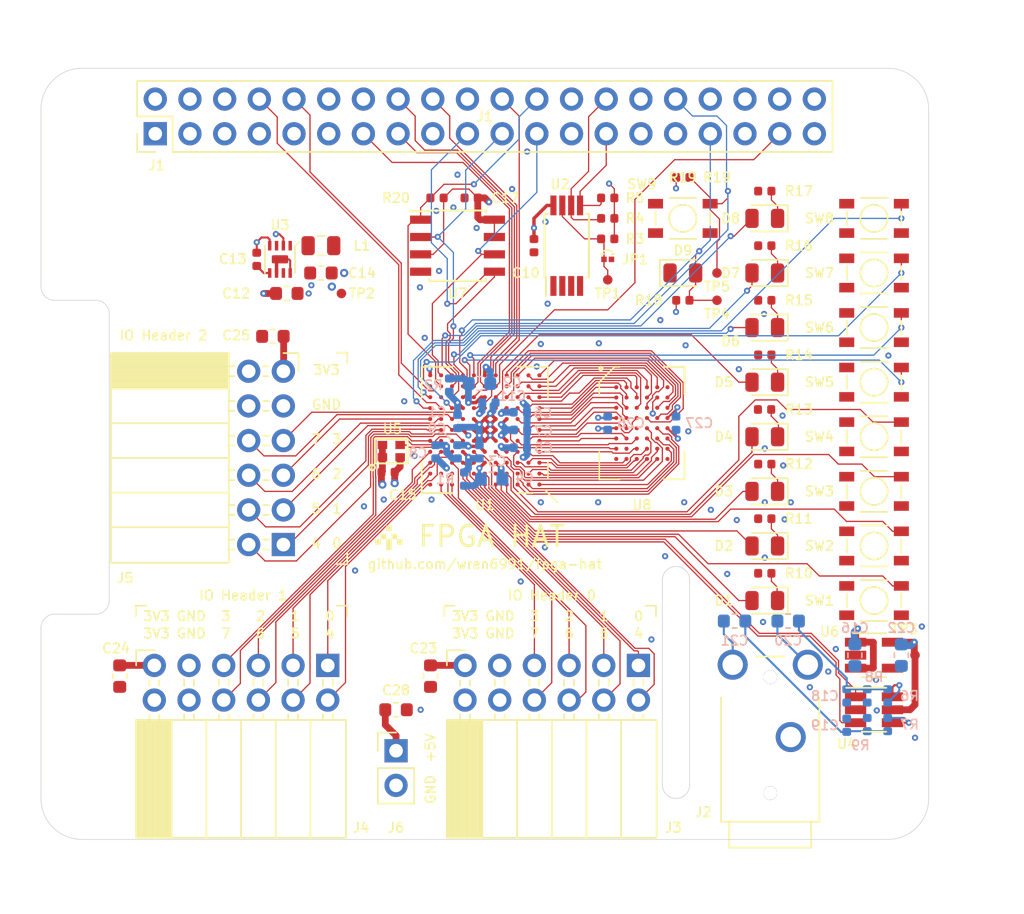
<source format=kicad_pcb>
(kicad_pcb (version 20171130) (host pcbnew 5.1.2+dfsg1-1)
  (layers (0 F.Cu signal hide) (1 In1.Cu power hide) (2 In2.Cu power hide) (31 B.Cu signal) (34 B.Paste user hide) (35 F.Paste user hide) (36 B.SilkS user hide) (37 F.SilkS user) (38 B.Mask user hide) (39 F.Mask user hide) (44 Edge.Cuts user))
  (net 0 "")
  (net 1 GND)
  (net 2 +1V2)
  (net 3 "Net-(C2-Pad2)")
  (net 4 "Net-(C2-Pad1)")
  (net 5 "Net-(C4-Pad2)")
  (net 6 "Net-(C4-Pad1)")
  (net 7 +3V3)
  (net 8 +5V)
  (net 9 "Net-(C13-Pad2)")
  (net 10 "Net-(C18-Pad1)")
  (net 11 "Net-(C19-Pad1)")
  (net 12 "Net-(C20-Pad1)")
  (net 13 "Net-(C21-Pad1)")
  (net 14 +3.3VDAC)
  (net 15 "Net-(D1-Pad1)")
  (net 16 /LED0)
  (net 17 /LED1)
  (net 18 "Net-(D2-Pad1)")
  (net 19 "Net-(D3-Pad1)")
  (net 20 /LED2)
  (net 21 /LED3)
  (net 22 "Net-(D4-Pad1)")
  (net 23 /LED4)
  (net 24 "Net-(D5-Pad1)")
  (net 25 "Net-(D6-Pad1)")
  (net 26 /LED5)
  (net 27 /LED6)
  (net 28 "Net-(D7-Pad1)")
  (net 29 "Net-(D8-Pad1)")
  (net 30 /LED7)
  (net 31 /GP13_FPGA_CDONE)
  (net 32 "Net-(J1-Pad3)")
  (net 33 "Net-(J1-Pad5)")
  (net 34 "Net-(J1-Pad7)")
  (net 35 /GP14_UART_TXD)
  (net 36 /GP15_UART_RXD)
  (net 37 "Net-(J1-Pad11)")
  (net 38 "Net-(J1-Pad12)")
  (net 39 /GP27_SDIO_DAT3)
  (net 40 /GP22_SDIO_CLK)
  (net 41 /GP23_SDIO_CMD)
  (net 42 /GP24_SDIO_DAT0)
  (net 43 /GP10_SPI_MOSI)
  (net 44 /GP9_SPI_MISO)
  (net 45 /GP25_SDIO_DAT1)
  (net 46 /GP11_SPI_SCK)
  (net 47 /GP8_SPI_~CS)
  (net 48 "Net-(J1-Pad26)")
  (net 49 /ID_SD)
  (net 50 /ID_SC)
  (net 51 "Net-(J1-Pad29)")
  (net 52 "Net-(J1-Pad31)")
  (net 53 /GP12_FPGA_~RST)
  (net 54 "Net-(J1-Pad35)")
  (net 55 "Net-(J1-Pad36)")
  (net 56 /GP26_SDIO_DAT2)
  (net 57 "Net-(J1-Pad38)")
  (net 58 "Net-(J1-Pad40)")
  (net 59 /IO0_0)
  (net 60 /IO0_1)
  (net 61 /IO0_2)
  (net 62 /IO0_3)
  (net 63 /IO0_4)
  (net 64 /IO0_5)
  (net 65 /IO0_6)
  (net 66 /IO0_7)
  (net 67 /IO1_7)
  (net 68 /IO1_6)
  (net 69 /IO1_5)
  (net 70 /IO1_4)
  (net 71 /IO1_3)
  (net 72 /IO1_2)
  (net 73 /IO1_1)
  (net 74 /IO1_0)
  (net 75 /IO2_0)
  (net 76 /IO2_1)
  (net 77 /IO2_2)
  (net 78 /IO2_3)
  (net 79 /IO2_4)
  (net 80 /IO2_5)
  (net 81 /IO2_6)
  (net 82 /IO2_7)
  (net 83 "Net-(JP1-Pad1)")
  (net 84 "Net-(L1-Pad1)")
  (net 85 "Net-(R6-Pad2)")
  (net 86 "Net-(R7-Pad2)")
  (net 87 /SW0)
  (net 88 /SW1)
  (net 89 /SW2)
  (net 90 /SW3)
  (net 91 /SW4)
  (net 92 /SW5)
  (net 93 /SW6)
  (net 94 /SW7)
  (net 95 /SRAM_DQ0)
  (net 96 /SRAM_DQ5)
  (net 97 /SRAM_DQ7)
  (net 98 /SRAM_DQ6)
  (net 99 /SRAM_DQ12)
  (net 100 /SRAM_A9)
  (net 101 /SRAM_A2)
  (net 102 /SRAM_A4)
  (net 103 /SRAM_A5)
  (net 104 /SRAM_A10)
  (net 105 /SRAM_DQ1)
  (net 106 /SRAM_DQ4)
  (net 107 /SRAM_DQ8)
  (net 108 /SRAM_DQ10)
  (net 109 /SRAM_DQ13)
  (net 110 /SRAM_DQ15)
  (net 111 /SRAM_A3)
  (net 112 /SRAM_A7)
  (net 113 /SRAM_A6)
  (net 114 /SRAM_A12)
  (net 115 /SRAM_DQ3)
  (net 116 /SRAM_DQ9)
  (net 117 /SRAM_DQ11)
  (net 118 /SRAM_A8)
  (net 119 /SRAM_A0)
  (net 120 /SRAM_A1)
  (net 121 /SRAM_A11)
  (net 122 /SRAM_A13)
  (net 123 /SRAM_A15)
  (net 124 /SRAM_DQ2)
  (net 125 /SRAM_DQ14)
  (net 126 /SRAM_A14)
  (net 127 /SRAM_A17)
  (net 128 /SRAM_A16)
  (net 129 /SRAM_~WE)
  (net 130 /SRAM_~OE)
  (net 131 /SRAM_~LB)
  (net 132 /SRAM_~UB)
  (net 133 /AUDIO_R_PWM)
  (net 134 "Net-(U1-PadB10)")
  (net 135 /CLK_OSC)
  (net 136 /AUDIO_L_PWM)
  (module fpga_hat:MOUNTHOLE_M2.5 (layer F.Cu) (at 161.5 133)
    (fp_text reference REF** hide)
    (fp_text value MOUNTHOLE_M2.5 hide)
    (pad "" np_thru_hole circle (at 0 0) (size 2.75 2.75) (drill 2.75) (layers *.Cu *.Mask) (clearance 1.9) (thermal_gap 1.9))
  )
  (module fpga_hat:MOUNTHOLE_M2.5 (layer F.Cu) (at 161.5 83.5)
    (fp_text reference REF** hide)
    (fp_text value MOUNTHOLE_M2.5 hide)
    (pad "" np_thru_hole circle (at 0 0) (size 2.75 2.75) (drill 2.75) (layers *.Cu *.Mask) (clearance 1.9) (thermal_gap 1.9))
  )
  (module fpga_hat:MOUNTHOLE_M2.5 (layer F.Cu) (at 103.5 133)
    (fp_text reference REF** hide)
    (fp_text value MOUNTHOLE_M2.5 hide)
    (pad "" np_thru_hole circle (at 0 0) (size 2.75 2.75) (drill 2.75) (layers *.Cu *.Mask) (clearance 1.9) (thermal_gap 1.9))
  )
  (module fpga_hat:MOUNTHOLE_M2.5 (layer F.Cu) (at 103.5 83.5)
    (fp_text reference REF** hide)
    (fp_text value MOUNTHOLE_M2.5 hide)
    (pad "" np_thru_hole circle (at 0 0) (size 2.75 2.75) (drill 2.75) (layers *.Cu *.Mask) (clearance 1.9) (thermal_gap 1.9))
  )
  (module fpga_hat:github_avatar (layer F.Cu) (at 125.476 114.3)
    (fp_text reference REF** hide)
    (fp_text value github_avatar hide)
  )
  (module Capacitor_SMD:C_0603_1608Metric (layer F.Cu) (at 105.7656 124.5363 270)
    (fp_text reference C24 (at -2.0363 0.2656 180) (layer F.SilkS) (effects (font (size 0.7 0.7) (thickness 0.12))))
    (fp_text value 1u)
    (pad 1 smd roundrect (at -0.7875 0 270) (size 0.875 0.95) (layers F.Cu F.Paste F.Mask) (net 7 +3V3))
    (pad 2 smd roundrect (at 0.7875 0 270) (size 0.875 0.95) (layers F.Cu F.Paste F.Mask) (net 1 GND))
  )
  (module Connector_PinHeader_2.54mm:PinHeader_2x20_P2.54mm_Vertical (layer F.Cu) (at 108.37 84.8 90)
    (fp_text reference J1 (at -2.31 0.1 180) (layer F.SilkS) (effects (font (size 0.7 0.7) (thickness 0.12))))
    (fp_text value 2x20)
    (fp_text user %R (at 1.27 24.13) (layer F.SilkS) (effects (font (size 0.7 0.7) (thickness 0.12))))
    (pad 1 thru_hole rect (at 0 0 90) (size 1.7 1.7) (drill 1) (layers *.Cu *.Mask) (net 7 +3V3))
    (pad 2 thru_hole oval (at 2.54 0 90) (size 1.7 1.7) (drill 1) (layers *.Cu *.Mask) (net 8 +5V))
    (pad 3 thru_hole oval (at 0 2.54 90) (size 1.7 1.7) (drill 1) (layers *.Cu *.Mask) (net 32 "Net-(J1-Pad3)"))
    (pad 4 thru_hole oval (at 2.54 2.54 90) (size 1.7 1.7) (drill 1) (layers *.Cu *.Mask) (net 8 +5V))
    (pad 5 thru_hole oval (at 0 5.08 90) (size 1.7 1.7) (drill 1) (layers *.Cu *.Mask) (net 33 "Net-(J1-Pad5)"))
    (pad 6 thru_hole oval (at 2.54 5.08 90) (size 1.7 1.7) (drill 1) (layers *.Cu *.Mask) (net 1 GND))
    (pad 7 thru_hole oval (at 0 7.62 90) (size 1.7 1.7) (drill 1) (layers *.Cu *.Mask) (net 34 "Net-(J1-Pad7)"))
    (pad 8 thru_hole oval (at 2.54 7.62 90) (size 1.7 1.7) (drill 1) (layers *.Cu *.Mask) (net 35 /GP14_UART_TXD))
    (pad 9 thru_hole oval (at 0 10.16 90) (size 1.7 1.7) (drill 1) (layers *.Cu *.Mask) (net 1 GND))
    (pad 10 thru_hole oval (at 2.54 10.16 90) (size 1.7 1.7) (drill 1) (layers *.Cu *.Mask) (net 36 /GP15_UART_RXD))
    (pad 11 thru_hole oval (at 0 12.7 90) (size 1.7 1.7) (drill 1) (layers *.Cu *.Mask) (net 37 "Net-(J1-Pad11)"))
    (pad 12 thru_hole oval (at 2.54 12.7 90) (size 1.7 1.7) (drill 1) (layers *.Cu *.Mask) (net 38 "Net-(J1-Pad12)"))
    (pad 13 thru_hole oval (at 0 15.24 90) (size 1.7 1.7) (drill 1) (layers *.Cu *.Mask) (net 39 /GP27_SDIO_DAT3))
    (pad 14 thru_hole oval (at 2.54 15.24 90) (size 1.7 1.7) (drill 1) (layers *.Cu *.Mask) (net 1 GND))
    (pad 15 thru_hole oval (at 0 17.78 90) (size 1.7 1.7) (drill 1) (layers *.Cu *.Mask) (net 40 /GP22_SDIO_CLK))
    (pad 16 thru_hole oval (at 2.54 17.78 90) (size 1.7 1.7) (drill 1) (layers *.Cu *.Mask) (net 41 /GP23_SDIO_CMD))
    (pad 17 thru_hole oval (at 0 20.32 90) (size 1.7 1.7) (drill 1) (layers *.Cu *.Mask) (net 7 +3V3))
    (pad 18 thru_hole oval (at 2.54 20.32 90) (size 1.7 1.7) (drill 1) (layers *.Cu *.Mask) (net 42 /GP24_SDIO_DAT0))
    (pad 19 thru_hole oval (at 0 22.86 90) (size 1.7 1.7) (drill 1) (layers *.Cu *.Mask) (net 43 /GP10_SPI_MOSI))
    (pad 20 thru_hole oval (at 2.54 22.86 90) (size 1.7 1.7) (drill 1) (layers *.Cu *.Mask) (net 1 GND))
    (pad 21 thru_hole oval (at 0 25.4 90) (size 1.7 1.7) (drill 1) (layers *.Cu *.Mask) (net 44 /GP9_SPI_MISO))
    (pad 22 thru_hole oval (at 2.54 25.4 90) (size 1.7 1.7) (drill 1) (layers *.Cu *.Mask) (net 45 /GP25_SDIO_DAT1))
    (pad 23 thru_hole oval (at 0 27.94 90) (size 1.7 1.7) (drill 1) (layers *.Cu *.Mask) (net 46 /GP11_SPI_SCK))
    (pad 24 thru_hole oval (at 2.54 27.94 90) (size 1.7 1.7) (drill 1) (layers *.Cu *.Mask) (net 47 /GP8_SPI_~CS))
    (pad 25 thru_hole oval (at 0 30.48 90) (size 1.7 1.7) (drill 1) (layers *.Cu *.Mask) (net 1 GND))
    (pad 26 thru_hole oval (at 2.54 30.48 90) (size 1.7 1.7) (drill 1) (layers *.Cu *.Mask) (net 48 "Net-(J1-Pad26)"))
    (pad 27 thru_hole oval (at 0 33.02 90) (size 1.7 1.7) (drill 1) (layers *.Cu *.Mask) (net 49 /ID_SD))
    (pad 28 thru_hole oval (at 2.54 33.02 90) (size 1.7 1.7) (drill 1) (layers *.Cu *.Mask) (net 50 /ID_SC))
    (pad 29 thru_hole oval (at 0 35.56 90) (size 1.7 1.7) (drill 1) (layers *.Cu *.Mask) (net 51 "Net-(J1-Pad29)"))
    (pad 30 thru_hole oval (at 2.54 35.56 90) (size 1.7 1.7) (drill 1) (layers *.Cu *.Mask) (net 1 GND))
    (pad 31 thru_hole oval (at 0 38.1 90) (size 1.7 1.7) (drill 1) (layers *.Cu *.Mask) (net 52 "Net-(J1-Pad31)"))
    (pad 32 thru_hole oval (at 2.54 38.1 90) (size 1.7 1.7) (drill 1) (layers *.Cu *.Mask) (net 53 /GP12_FPGA_~RST))
    (pad 33 thru_hole oval (at 0 40.64 90) (size 1.7 1.7) (drill 1) (layers *.Cu *.Mask) (net 31 /GP13_FPGA_CDONE))
    (pad 34 thru_hole oval (at 2.54 40.64 90) (size 1.7 1.7) (drill 1) (layers *.Cu *.Mask) (net 1 GND))
    (pad 35 thru_hole oval (at 0 43.18 90) (size 1.7 1.7) (drill 1) (layers *.Cu *.Mask) (net 54 "Net-(J1-Pad35)"))
    (pad 36 thru_hole oval (at 2.54 43.18 90) (size 1.7 1.7) (drill 1) (layers *.Cu *.Mask) (net 55 "Net-(J1-Pad36)"))
    (pad 37 thru_hole oval (at 0 45.72 90) (size 1.7 1.7) (drill 1) (layers *.Cu *.Mask) (net 56 /GP26_SDIO_DAT2))
    (pad 38 thru_hole oval (at 2.54 45.72 90) (size 1.7 1.7) (drill 1) (layers *.Cu *.Mask) (net 57 "Net-(J1-Pad38)"))
    (pad 39 thru_hole oval (at 0 48.26 90) (size 1.7 1.7) (drill 1) (layers *.Cu *.Mask) (net 1 GND))
    (pad 40 thru_hole oval (at 2.54 48.26 90) (size 1.7 1.7) (drill 1) (layers *.Cu *.Mask) (net 58 "Net-(J1-Pad40)"))
  )
  (module fpga_hat:PTS815 (layer F.Cu) (at 161 103 270)
    (fp_text reference SW5 (at 0 4) (layer F.SilkS) (effects (font (size 0.7 0.7) (thickness 0.12))))
    (fp_text value PTS815)
    (pad 1 smd rect (at -1.075 -2) (size 1.1 0.7) (layers F.Cu F.Paste F.Mask) (net 91 /SW4))
    (pad 2 smd rect (at 1.075 -2) (size 1.1 0.7) (layers F.Cu F.Paste F.Mask) (net 1 GND))
    (pad ~ smd rect (at 1.075 2) (size 1.1 0.7) (layers F.Cu F.Paste F.Mask))
    (pad ~ smd rect (at -1.075 2) (size 1.1 0.7) (layers F.Cu F.Paste F.Mask))
  )
  (module fpga_hat:BGA-121_11x11_9.0x9.0mm (layer F.Cu) (at 132.5 106.5 180)
    (fp_text reference U1 (at 0 -5.5) (layer F.SilkS) (effects (font (size 0.7 0.7) (thickness 0.12))))
    (fp_text value iCE40-HX8k-BG121)
    (pad A1 smd circle (at -4 -4 180) (size 0.3 0.3) (layers F.Cu F.Paste F.Mask) (net 97 /SRAM_DQ7))
    (pad B1 smd circle (at -4 -3.2 180) (size 0.3 0.3) (layers F.Cu F.Paste F.Mask) (net 129 /SRAM_~WE))
    (pad C1 smd circle (at -4 -2.4 180) (size 0.3 0.3) (layers F.Cu F.Paste F.Mask) (net 100 /SRAM_A9))
    (pad D1 smd circle (at -4 -1.6 180) (size 0.3 0.3) (layers F.Cu F.Paste F.Mask) (net 114 /SRAM_A12))
    (pad E1 smd circle (at -4 -0.8 180) (size 0.3 0.3) (layers F.Cu F.Paste F.Mask) (net 125 /SRAM_DQ14))
    (pad F1 smd circle (at -4 0 180) (size 0.3 0.3) (layers F.Cu F.Paste F.Mask) (net 99 /SRAM_DQ12))
    (pad G1 smd circle (at -4 0.8 180) (size 0.3 0.3) (layers F.Cu F.Paste F.Mask) (net 107 /SRAM_DQ8))
    (pad H1 smd circle (at -4 1.6 180) (size 0.3 0.3) (layers F.Cu F.Paste F.Mask) (net 132 /SRAM_~UB))
    (pad J1 smd circle (at -4 2.4 180) (size 0.3 0.3) (layers F.Cu F.Paste F.Mask) (net 119 /SRAM_A0))
    (pad K1 smd circle (at -4 3.2 180) (size 0.3 0.3) (layers F.Cu F.Paste F.Mask) (net 102 /SRAM_A4))
    (pad L1 smd circle (at -4 4 180) (size 0.3 0.3) (layers F.Cu F.Paste F.Mask) (net 95 /SRAM_DQ0))
    (pad A2 smd circle (at -3.2 -4 180) (size 0.3 0.3) (layers F.Cu F.Paste F.Mask) (net 96 /SRAM_DQ5))
    (pad B2 smd circle (at -3.2 -3.2 180) (size 0.3 0.3) (layers F.Cu F.Paste F.Mask) (net 104 /SRAM_A10))
    (pad C2 smd circle (at -3.2 -2.4 180) (size 0.3 0.3) (layers F.Cu F.Paste F.Mask) (net 122 /SRAM_A13))
    (pad D2 smd circle (at -3.2 -1.6 180) (size 0.3 0.3) (layers F.Cu F.Paste F.Mask) (net 118 /SRAM_A8))
    (pad E2 smd circle (at -3.2 -0.8 180) (size 0.3 0.3) (layers F.Cu F.Paste F.Mask) (net 109 /SRAM_DQ13))
    (pad F2 smd circle (at -3.2 0 180) (size 0.3 0.3) (layers F.Cu F.Paste F.Mask) (net 116 /SRAM_DQ9))
    (pad G2 smd circle (at -3.2 0.8 180) (size 0.3 0.3) (layers F.Cu F.Paste F.Mask) (net 108 /SRAM_DQ10))
    (pad H2 smd circle (at -3.2 1.6 180) (size 0.3 0.3) (layers F.Cu F.Paste F.Mask) (net 130 /SRAM_~OE))
    (pad J2 smd circle (at -3.2 2.4 180) (size 0.3 0.3) (layers F.Cu F.Paste F.Mask) (net 111 /SRAM_A3))
    (pad K2 smd circle (at -3.2 3.2 180) (size 0.3 0.3) (layers F.Cu F.Paste F.Mask) (net 120 /SRAM_A1))
    (pad L2 smd circle (at -3.2 4 180) (size 0.3 0.3) (layers F.Cu F.Paste F.Mask) (net 113 /SRAM_A6))
    (pad A3 smd circle (at -2.4 -4 180) (size 0.3 0.3) (layers F.Cu F.Paste F.Mask) (net 106 /SRAM_DQ4))
    (pad B3 smd circle (at -2.4 -3.2 180) (size 0.3 0.3) (layers F.Cu F.Paste F.Mask) (net 98 /SRAM_DQ6))
    (pad C3 smd circle (at -2.4 -2.4 180) (size 0.3 0.3) (layers F.Cu F.Paste F.Mask) (net 123 /SRAM_A15))
    (pad D3 smd circle (at -2.4 -1.6 180) (size 0.3 0.3) (layers F.Cu F.Paste F.Mask) (net 121 /SRAM_A11))
    (pad E3 smd circle (at -2.4 -0.8 180) (size 0.3 0.3) (layers F.Cu F.Paste F.Mask) (net 126 /SRAM_A14))
    (pad F3 smd circle (at -2.4 0 180) (size 0.3 0.3) (layers F.Cu F.Paste F.Mask) (net 127 /SRAM_A17))
    (pad G3 smd circle (at -2.4 0.8 180) (size 0.3 0.3) (layers F.Cu F.Paste F.Mask) (net 117 /SRAM_DQ11))
    (pad H3 smd circle (at -2.4 1.6 180) (size 0.3 0.3) (layers F.Cu F.Paste F.Mask) (net 131 /SRAM_~LB))
    (pad J3 smd circle (at -2.4 2.4 180) (size 0.3 0.3) (layers F.Cu F.Paste F.Mask) (net 103 /SRAM_A5))
    (pad K3 smd circle (at -2.4 3.2 180) (size 0.3 0.3) (layers F.Cu F.Paste F.Mask) (net 101 /SRAM_A2))
    (pad L3 smd circle (at -2.4 4 180) (size 0.3 0.3) (layers F.Cu F.Paste F.Mask) (net 105 /SRAM_DQ1))
    (pad A4 smd circle (at -1.6 -4 180) (size 0.3 0.3) (layers F.Cu F.Paste F.Mask) (net 89 /SW2))
    (pad B4 smd circle (at -1.6 -3.2 180) (size 0.3 0.3) (layers F.Cu F.Paste F.Mask) (net 21 /LED3))
    (pad C4 smd circle (at -1.6 -2.4 180) (size 0.3 0.3) (layers F.Cu F.Paste F.Mask) (net 90 /SW3))
    (pad D4 smd circle (at -1.6 -1.6 180) (size 0.3 0.3) (layers F.Cu F.Paste F.Mask) (net 2 +1V2))
    (pad E4 smd circle (at -1.6 -0.8 180) (size 0.3 0.3) (layers F.Cu F.Paste F.Mask) (net 7 +3V3))
    (pad F4 smd circle (at -1.6 0 180) (size 0.3 0.3) (layers F.Cu F.Paste F.Mask) (net 110 /SRAM_DQ15))
    (pad G4 smd circle (at -1.6 0.8 180) (size 0.3 0.3) (layers F.Cu F.Paste F.Mask) (net 7 +3V3))
    (pad H4 smd circle (at -1.6 1.6 180) (size 0.3 0.3) (layers F.Cu F.Paste F.Mask) (net 2 +1V2))
    (pad J4 smd circle (at -1.6 2.4 180) (size 0.3 0.3) (layers F.Cu F.Paste F.Mask) (net 124 /SRAM_DQ2))
    (pad K4 smd circle (at -1.6 3.2 180) (size 0.3 0.3) (layers F.Cu F.Paste F.Mask) (net 115 /SRAM_DQ3))
    (pad L4 smd circle (at -1.6 4 180) (size 0.3 0.3) (layers F.Cu F.Paste F.Mask) (net 112 /SRAM_A7))
    (pad A5 smd circle (at -0.8 -4 180) (size 0.3 0.3) (layers F.Cu F.Paste F.Mask) (net 88 /SW1))
    (pad B5 smd circle (at -0.8 -3.2 180) (size 0.3 0.3) (layers F.Cu F.Paste F.Mask) (net 20 /LED2))
    (pad C5 smd circle (at -0.8 -2.4 180) (size 0.3 0.3) (layers F.Cu F.Paste F.Mask) (net 5 "Net-(C4-Pad2)"))
    (pad D5 smd circle (at -0.8 -1.6 180) (size 0.3 0.3) (layers F.Cu F.Paste F.Mask) (net 128 /SRAM_A16))
    (pad E5 smd circle (at -0.8 -0.8 180) (size 0.3 0.3) (layers F.Cu F.Paste F.Mask) (net 1 GND))
    (pad F5 smd circle (at -0.8 0 180) (size 0.3 0.3) (layers F.Cu F.Paste F.Mask) (net 1 GND))
    (pad G5 smd circle (at -0.8 0.8 180) (size 0.3 0.3) (layers F.Cu F.Paste F.Mask) (net 1 GND))
    (pad H5 smd circle (at -0.8 1.6 180) (size 0.3 0.3) (layers F.Cu F.Paste F.Mask) (net 1 GND))
    (pad J5 smd circle (at -0.8 2.4 180) (size 0.3 0.3) (layers F.Cu F.Paste F.Mask) (net 23 /LED4))
    (pad K5 smd circle (at -0.8 3.2 180) (size 0.3 0.3) (layers F.Cu F.Paste F.Mask) (net 56 /GP26_SDIO_DAT2))
    (pad L5 smd circle (at -0.8 4 180) (size 0.3 0.3) (layers F.Cu F.Paste F.Mask) (net 45 /GP25_SDIO_DAT1))
    (pad A6 smd circle (at 0 -4 180) (size 0.3 0.3) (layers F.Cu F.Paste F.Mask) (net 16 /LED0))
    (pad B6 smd circle (at 0 -3.2 180) (size 0.3 0.3) (layers F.Cu F.Paste F.Mask) (net 87 /SW0))
    (pad C6 smd circle (at 0 -2.4 180) (size 0.3 0.3) (layers F.Cu F.Paste F.Mask) (net 6 "Net-(C4-Pad1)"))
    (pad D6 smd circle (at 0 -1.6 180) (size 0.3 0.3) (layers F.Cu F.Paste F.Mask) (net 7 +3V3))
    (pad E6 smd circle (at 0 -0.8 180) (size 0.3 0.3) (layers F.Cu F.Paste F.Mask) (net 1 GND))
    (pad F6 smd circle (at 0 0 180) (size 0.3 0.3) (layers F.Cu F.Paste F.Mask) (net 1 GND))
    (pad G6 smd circle (at 0 0.8 180) (size 0.3 0.3) (layers F.Cu F.Paste F.Mask) (net 1 GND))
    (pad H6 smd circle (at 0 1.6 180) (size 0.3 0.3) (layers F.Cu F.Paste F.Mask) (net 7 +3V3))
    (pad J6 smd circle (at 0 2.4 180) (size 0.3 0.3) (layers F.Cu F.Paste F.Mask) (net 4 "Net-(C2-Pad1)"))
    (pad K6 smd circle (at 0 3.2 180) (size 0.3 0.3) (layers F.Cu F.Paste F.Mask) (net 40 /GP22_SDIO_CLK))
    (pad L6 smd circle (at 0 4 180) (size 0.3 0.3) (layers F.Cu F.Paste F.Mask) (net 3 "Net-(C2-Pad2)"))
    (pad A7 smd circle (at 0.8 -4 180) (size 0.3 0.3) (layers F.Cu F.Paste F.Mask) (net 63 /IO0_4))
    (pad B7 smd circle (at 0.8 -3.2 180) (size 0.3 0.3) (layers F.Cu F.Paste F.Mask) (net 136 /AUDIO_L_PWM))
    (pad C7 smd circle (at 0.8 -2.4 180) (size 0.3 0.3) (layers F.Cu F.Paste F.Mask) (net 133 /AUDIO_R_PWM))
    (pad D7 smd circle (at 0.8 -1.6 180) (size 0.3 0.3) (layers F.Cu F.Paste F.Mask) (net 17 /LED1))
    (pad E7 smd circle (at 0.8 -0.8 180) (size 0.3 0.3) (layers F.Cu F.Paste F.Mask) (net 1 GND))
    (pad F7 smd circle (at 0.8 0 180) (size 0.3 0.3) (layers F.Cu F.Paste F.Mask) (net 1 GND))
    (pad G7 smd circle (at 0.8 0.8 180) (size 0.3 0.3) (layers F.Cu F.Paste F.Mask) (net 1 GND))
    (pad H7 smd circle (at 0.8 1.6 180) (size 0.3 0.3) (layers F.Cu F.Paste F.Mask) (net 42 /GP24_SDIO_DAT0))
    (pad J7 smd circle (at 0.8 2.4 180) (size 0.3 0.3) (layers F.Cu F.Paste F.Mask) (net 41 /GP23_SDIO_CMD))
    (pad K7 smd circle (at 0.8 3.2 180) (size 0.3 0.3) (layers F.Cu F.Paste F.Mask) (net 39 /GP27_SDIO_DAT3))
    (pad L7 smd circle (at 0.8 4 180) (size 0.3 0.3) (layers F.Cu F.Paste F.Mask) (net 92 /SW5))
    (pad A8 smd circle (at 1.6 -4 180) (size 0.3 0.3) (layers F.Cu F.Paste F.Mask) (net 60 /IO0_1))
    (pad B8 smd circle (at 1.6 -3.2 180) (size 0.3 0.3) (layers F.Cu F.Paste F.Mask) (net 64 /IO0_5))
    (pad C8 smd circle (at 1.6 -2.4 180) (size 0.3 0.3) (layers F.Cu F.Paste F.Mask) (net 59 /IO0_0))
    (pad D8 smd circle (at 1.6 -1.6 180) (size 0.3 0.3) (layers F.Cu F.Paste F.Mask) (net 2 +1V2))
    (pad E8 smd circle (at 1.6 -0.8 180) (size 0.3 0.3) (layers F.Cu F.Paste F.Mask) (net 79 /IO2_4))
    (pad F8 smd circle (at 1.6 0 180) (size 0.3 0.3) (layers F.Cu F.Paste F.Mask) (net 7 +3V3))
    (pad G8 smd circle (at 1.6 0.8 180) (size 0.3 0.3) (layers F.Cu F.Paste F.Mask) (net 78 /IO2_3))
    (pad H8 smd circle (at 1.6 1.6 180) (size 0.3 0.3) (layers F.Cu F.Paste F.Mask) (net 2 +1V2))
    (pad J8 smd circle (at 1.6 2.4 180) (size 0.3 0.3) (layers F.Cu F.Paste F.Mask) (net 91 /SW4))
    (pad K8 smd circle (at 1.6 3.2 180) (size 0.3 0.3) (layers F.Cu F.Paste F.Mask) (net 31 /GP13_FPGA_CDONE))
    (pad L8 smd circle (at 1.6 4 180) (size 0.3 0.3) (layers F.Cu F.Paste F.Mask) (net 26 /LED5))
    (pad A9 smd circle (at 2.4 -4 180) (size 0.3 0.3) (layers F.Cu F.Paste F.Mask) (net 61 /IO0_2))
    (pad B9 smd circle (at 2.4 -3.2 180) (size 0.3 0.3) (layers F.Cu F.Paste F.Mask) (net 66 /IO0_7))
    (pad C9 smd circle (at 2.4 -2.4 180) (size 0.3 0.3) (layers F.Cu F.Paste F.Mask) (net 65 /IO0_6))
    (pad D9 smd circle (at 2.4 -1.6 180) (size 0.3 0.3) (layers F.Cu F.Paste F.Mask) (net 74 /IO1_0))
    (pad E9 smd circle (at 2.4 -0.8 180) (size 0.3 0.3) (layers F.Cu F.Paste F.Mask) (net 67 /IO1_7))
    (pad F9 smd circle (at 2.4 0 180) (size 0.3 0.3) (layers F.Cu F.Paste F.Mask) (net 76 /IO2_1))
    (pad G9 smd circle (at 2.4 0.8 180) (size 0.3 0.3) (layers F.Cu F.Paste F.Mask) (net 82 /IO2_7))
    (pad H9 smd circle (at 2.4 1.6 180) (size 0.3 0.3) (layers F.Cu F.Paste F.Mask) (net 94 /SW7))
    (pad J9 smd circle (at 2.4 2.4 180) (size 0.3 0.3) (layers F.Cu F.Paste F.Mask) (net 44 /GP9_SPI_MISO))
    (pad K9 smd circle (at 2.4 3.2 180) (size 0.3 0.3) (layers F.Cu F.Paste F.Mask) (net 43 /GP10_SPI_MOSI))
    (pad L9 smd circle (at 2.4 4 180) (size 0.3 0.3) (layers F.Cu F.Paste F.Mask) (net 53 /GP12_FPGA_~RST))
    (pad A10 smd circle (at 3.2 -4 180) (size 0.3 0.3) (layers F.Cu F.Paste F.Mask) (net 62 /IO0_3))
    (pad B10 smd circle (at 3.2 -3.2 180) (size 0.3 0.3) (layers F.Cu F.Paste F.Mask) (net 134 "Net-(U1-PadB10)"))
    (pad C10 smd circle (at 3.2 -2.4 180) (size 0.3 0.3) (layers F.Cu F.Paste F.Mask) (net 7 +3V3))
    (pad D10 smd circle (at 3.2 -1.6 180) (size 0.3 0.3) (layers F.Cu F.Paste F.Mask) (net 73 /IO1_1))
    (pad E10 smd circle (at 3.2 -0.8 180) (size 0.3 0.3) (layers F.Cu F.Paste F.Mask) (net 135 /CLK_OSC))
    (pad F10 smd circle (at 3.2 0 180) (size 0.3 0.3) (layers F.Cu F.Paste F.Mask) (net 75 /IO2_0))
    (pad G10 smd circle (at 3.2 0.8 180) (size 0.3 0.3) (layers F.Cu F.Paste F.Mask) (net 81 /IO2_6))
    (pad H10 smd circle (at 3.2 1.6 180) (size 0.3 0.3) (layers F.Cu F.Paste F.Mask) (net 35 /GP14_UART_TXD))
    (pad J10 smd circle (at 3.2 2.4 180) (size 0.3 0.3) (layers F.Cu F.Paste F.Mask) (net 36 /GP15_UART_RXD))
    (pad K10 smd circle (at 3.2 3.2 180) (size 0.3 0.3) (layers F.Cu F.Paste F.Mask) (net 47 /GP8_SPI_~CS))
    (pad L10 smd circle (at 3.2 4 180) (size 0.3 0.3) (layers F.Cu F.Paste F.Mask) (net 46 /GP11_SPI_SCK))
    (pad A11 smd circle (at 4 -4 180) (size 0.3 0.3) (layers F.Cu F.Paste F.Mask) (net 70 /IO1_4))
    (pad B11 smd circle (at 4 -3.2 180) (size 0.3 0.3) (layers F.Cu F.Paste F.Mask) (net 69 /IO1_5))
    (pad C11 smd circle (at 4 -2.4 180) (size 0.3 0.3) (layers F.Cu F.Paste F.Mask) (net 68 /IO1_6))
    (pad D11 smd circle (at 4 -1.6 180) (size 0.3 0.3) (layers F.Cu F.Paste F.Mask) (net 72 /IO1_2))
    (pad E11 smd circle (at 4 -0.8 180) (size 0.3 0.3) (layers F.Cu F.Paste F.Mask) (net 71 /IO1_3))
    (pad F11 smd circle (at 4 0 180) (size 0.3 0.3) (layers F.Cu F.Paste F.Mask) (net 80 /IO2_5))
    (pad G11 smd circle (at 4 0.8 180) (size 0.3 0.3) (layers F.Cu F.Paste F.Mask) (net 77 /IO2_2))
    (pad H11 smd circle (at 4 1.6 180) (size 0.3 0.3) (layers F.Cu F.Paste F.Mask) (net 30 /LED7))
    (pad J11 smd circle (at 4 2.4 180) (size 0.3 0.3) (layers F.Cu F.Paste F.Mask) (net 27 /LED6))
    (pad K11 smd circle (at 4 3.2 180) (size 0.3 0.3) (layers F.Cu F.Paste F.Mask) (net 93 /SW6))
    (pad L11 smd circle (at 4 4 180) (size 0.3 0.3) (layers F.Cu F.Paste F.Mask) (net 7 +3V3))
  )
  (module Capacitor_SMD:C_0402_1005Metric (layer B.Cu) (at 128.9 108.1 90)
    (fp_text reference C8 (at -0.1 -1.3 180) (layer B.SilkS) (effects (font (size 0.7 0.7) (thickness 0.12)) (justify mirror)))
    (fp_text value 100n)
    (pad 2 smd roundrect (at 0.485 0 90) (size 0.59 0.64) (layers B.Cu B.Paste B.Mask) (net 1 GND))
    (pad 1 smd roundrect (at -0.485 0 90) (size 0.59 0.64) (layers B.Cu B.Paste B.Mask) (net 7 +3V3))
  )
  (module Capacitor_SMD:C_0402_1005Metric (layer B.Cu) (at 130.5 105.885 270)
    (fp_text reference C1 (at -0.685 1.5) (layer B.SilkS) (effects (font (size 0.7 0.7) (thickness 0.12)) (justify mirror)))
    (fp_text value 100n)
    (pad 2 smd roundrect (at 0.485 0 270) (size 0.59 0.64) (layers B.Cu B.Paste B.Mask) (net 1 GND))
    (pad 1 smd roundrect (at -0.485 0 270) (size 0.59 0.64) (layers B.Cu B.Paste B.Mask) (net 2 +1V2))
  )
  (module Capacitor_SMD:C_0603_1608Metric (layer B.Cu) (at 132.1125 103.1)
    (fp_text reference C2 (at 2.3875 -0.1) (layer B.SilkS) (effects (font (size 0.7 0.7) (thickness 0.12)) (justify mirror)))
    (fp_text value 4u7)
    (pad 2 smd roundrect (at 0.7875 0) (size 0.875 0.95) (layers B.Cu B.Paste B.Mask) (net 3 "Net-(C2-Pad2)"))
    (pad 1 smd roundrect (at -0.7875 0) (size 0.875 0.95) (layers B.Cu B.Paste B.Mask) (net 4 "Net-(C2-Pad1)"))
  )
  (module Capacitor_SMD:C_0402_1005Metric (layer B.Cu) (at 132.1 108.1 90)
    (fp_text reference C3 (at -0.7 1.3 180) (layer B.SilkS) (effects (font (size 0.7 0.7) (thickness 0.12)) (justify mirror)))
    (fp_text value 100n)
    (pad 1 smd roundrect (at -0.485 0 90) (size 0.59 0.64) (layers B.Cu B.Paste B.Mask) (net 2 +1V2))
    (pad 2 smd roundrect (at 0.485 0 90) (size 0.59 0.64) (layers B.Cu B.Paste B.Mask) (net 1 GND))
  )
  (module Capacitor_SMD:C_0603_1608Metric (layer B.Cu) (at 133 110.1)
    (fp_text reference C4 (at 2.4 -0.1) (layer B.SilkS) (effects (font (size 0.7 0.7) (thickness 0.12)) (justify mirror)))
    (fp_text value 4u7)
    (pad 1 smd roundrect (at -0.7875 0) (size 0.875 0.95) (layers B.Cu B.Paste B.Mask) (net 6 "Net-(C4-Pad1)"))
    (pad 2 smd roundrect (at 0.7875 0) (size 0.875 0.95) (layers B.Cu B.Paste B.Mask) (net 5 "Net-(C4-Pad2)"))
  )
  (module Capacitor_SMD:C_0402_1005Metric (layer B.Cu) (at 135.1 107.8)
    (fp_text reference C5 (at 1.7 0 -180) (layer B.SilkS) (effects (font (size 0.7 0.7) (thickness 0.12)) (justify mirror)))
    (fp_text value 100n)
    (pad 1 smd roundrect (at -0.485 0) (size 0.59 0.64) (layers B.Cu B.Paste B.Mask) (net 2 +1V2))
    (pad 2 smd roundrect (at 0.485 0) (size 0.59 0.64) (layers B.Cu B.Paste B.Mask) (net 1 GND))
  )
  (module Capacitor_SMD:C_0402_1005Metric (layer B.Cu) (at 135.1 105.2)
    (fp_text reference C6 (at 1.65 0.05) (layer B.SilkS) (effects (font (size 0.7 0.7) (thickness 0.12)) (justify mirror)))
    (fp_text value 100n)
    (pad 2 smd roundrect (at 0.485 0) (size 0.59 0.64) (layers B.Cu B.Paste B.Mask) (net 1 GND))
    (pad 1 smd roundrect (at -0.485 0) (size 0.59 0.64) (layers B.Cu B.Paste B.Mask) (net 2 +1V2))
  )
  (module Capacitor_SMD:C_0402_1005Metric (layer B.Cu) (at 135.115 106.5)
    (fp_text reference C7 (at 1.685 0.1 -180) (layer B.SilkS) (effects (font (size 0.7 0.7) (thickness 0.12)) (justify mirror)))
    (fp_text value 100n)
    (pad 2 smd roundrect (at 0.485 0) (size 0.59 0.64) (layers B.Cu B.Paste B.Mask) (net 1 GND))
    (pad 1 smd roundrect (at -0.485 0) (size 0.59 0.64) (layers B.Cu B.Paste B.Mask) (net 7 +3V3))
  )
  (module Capacitor_SMD:C_0402_1005Metric (layer B.Cu) (at 130.5 108.1 270)
    (fp_text reference C9 (at -1.7 1.5 180) (layer B.SilkS) (effects (font (size 0.7 0.7) (thickness 0.12)) (justify mirror)))
    (fp_text value 100n)
    (pad 2 smd roundrect (at 0.485 0 270) (size 0.59 0.64) (layers B.Cu B.Paste B.Mask) (net 1 GND))
    (pad 1 smd roundrect (at -0.485 0 270) (size 0.59 0.64) (layers B.Cu B.Paste B.Mask) (net 7 +3V3))
  )
  (module Capacitor_SMD:C_0402_1005Metric (layer F.Cu) (at 136.1 93 270)
    (fp_text reference C10 (at 2 0.6 180) (layer F.SilkS) (effects (font (size 0.7 0.7) (thickness 0.12))))
    (fp_text value 100n)
    (pad 1 smd roundrect (at -0.485 0 270) (size 0.59 0.64) (layers F.Cu F.Paste F.Mask) (net 7 +3V3))
    (pad 2 smd roundrect (at 0.485 0 270) (size 0.59 0.64) (layers F.Cu F.Paste F.Mask) (net 1 GND))
  )
  (module Capacitor_SMD:C_0402_1005Metric (layer B.Cu) (at 132.8 104.5)
    (fp_text reference C11 (at 1.7 -0.5) (layer B.SilkS) (effects (font (size 0.7 0.7) (thickness 0.12)) (justify mirror)))
    (fp_text value 100n)
    (pad 1 smd roundrect (at -0.485 0) (size 0.59 0.64) (layers B.Cu B.Paste B.Mask) (net 7 +3V3))
    (pad 2 smd roundrect (at 0.485 0) (size 0.59 0.64) (layers B.Cu B.Paste B.Mask) (net 1 GND))
  )
  (module Capacitor_SMD:C_0603_1608Metric (layer F.Cu) (at 118 96.5)
    (fp_text reference C12 (at -3.7 0) (layer F.SilkS) (effects (font (size 0.7 0.7) (thickness 0.12))))
    (fp_text value 4u7)
    (pad 2 smd roundrect (at 0.7875 0) (size 0.875 0.95) (layers F.Cu F.Paste F.Mask) (net 1 GND))
    (pad 1 smd roundrect (at -0.7875 0) (size 0.875 0.95) (layers F.Cu F.Paste F.Mask) (net 8 +5V))
  )
  (module Capacitor_SMD:C_0402_1005Metric (layer F.Cu) (at 115.8 94 270)
    (fp_text reference C13 (at -0.02 1.754 180) (layer F.SilkS) (effects (font (size 0.7 0.7) (thickness 0.12))))
    (fp_text value 560p)
    (pad 1 smd roundrect (at -0.485 0 270) (size 0.59 0.64) (layers F.Cu F.Paste F.Mask) (net 2 +1V2))
    (pad 2 smd roundrect (at 0.485 0 270) (size 0.59 0.64) (layers F.Cu F.Paste F.Mask) (net 9 "Net-(C13-Pad2)"))
  )
  (module Capacitor_SMD:C_0603_1608Metric (layer F.Cu) (at 120.5 95 180)
    (fp_text reference C14 (at -3 0) (layer F.SilkS) (effects (font (size 0.7 0.7) (thickness 0.12))))
    (fp_text value 4u7)
    (pad 2 smd roundrect (at 0.7875 0 180) (size 0.875 0.95) (layers F.Cu F.Paste F.Mask) (net 1 GND))
    (pad 1 smd roundrect (at -0.7875 0 180) (size 0.875 0.95) (layers F.Cu F.Paste F.Mask) (net 2 +1V2))
  )
  (module Capacitor_SMD:C_0402_1005Metric (layer F.Cu) (at 125.415 109.6)
    (fp_text reference C15 (at 1.077 1.652) (layer F.SilkS) (effects (font (size 0.7 0.7) (thickness 0.12))))
    (fp_text value 100n)
    (pad 2 smd roundrect (at 0.485 0) (size 0.59 0.64) (layers F.Cu F.Paste F.Mask) (net 1 GND))
    (pad 1 smd roundrect (at -0.485 0) (size 0.59 0.64) (layers F.Cu F.Paste F.Mask) (net 7 +3V3))
  )
  (module Capacitor_SMD:C_0603_1608Metric (layer B.Cu) (at 159.6 123 270)
    (fp_text reference C16 (at -2 0 180) (layer B.SilkS) (effects (font (size 0.7 0.7) (thickness 0.12)) (justify mirror)))
    (fp_text value 1u)
    (pad 1 smd roundrect (at -0.7875 0 270) (size 0.875 0.95) (layers B.Cu B.Paste B.Mask) (net 8 +5V))
    (pad 2 smd roundrect (at 0.7875 0 270) (size 0.875 0.95) (layers B.Cu B.Paste B.Mask) (net 1 GND))
  )
  (module Capacitor_SMD:C_0402_1005Metric (layer F.Cu) (at 131.5 89.5 180)
    (fp_text reference C17 (at -2.5 0) (layer F.SilkS) (effects (font (size 0.7 0.7) (thickness 0.12))))
    (fp_text value 100n)
    (pad 1 smd roundrect (at -0.485 0 180) (size 0.59 0.64) (layers F.Cu F.Paste F.Mask) (net 7 +3V3))
    (pad 2 smd roundrect (at 0.485 0 180) (size 0.59 0.64) (layers F.Cu F.Paste F.Mask) (net 1 GND))
  )
  (module Capacitor_SMD:C_0402_1005Metric (layer B.Cu) (at 159 125.985 270)
    (fp_text reference C18 (at 0 1.6 180) (layer B.SilkS) (effects (font (size 0.7 0.7) (thickness 0.12)) (justify mirror)))
    (fp_text value 100n)
    (pad 1 smd roundrect (at -0.485 0 270) (size 0.59 0.64) (layers B.Cu B.Paste B.Mask) (net 10 "Net-(C18-Pad1)"))
    (pad 2 smd roundrect (at 0.485 0 270) (size 0.59 0.64) (layers B.Cu B.Paste B.Mask) (net 1 GND))
  )
  (module Capacitor_SMD:C_0402_1005Metric (layer B.Cu) (at 159 128.135 90)
    (fp_text reference C19 (at 0 -1.6 180) (layer B.SilkS) (effects (font (size 0.7 0.7) (thickness 0.12)) (justify mirror)))
    (fp_text value 100n)
    (pad 1 smd roundrect (at -0.485 0 90) (size 0.59 0.64) (layers B.Cu B.Paste B.Mask) (net 11 "Net-(C19-Pad1)"))
    (pad 2 smd roundrect (at 0.485 0 90) (size 0.59 0.64) (layers B.Cu B.Paste B.Mask) (net 1 GND))
  )
  (module Capacitor_SMD:C_0603_1608Metric (layer B.Cu) (at 154.7125 120.5)
    (fp_text reference C20 (at 0 1.43) (layer B.SilkS) (effects (font (size 0.7 0.7) (thickness 0.12)) (justify mirror)))
    (fp_text value 4u7)
    (pad 1 smd roundrect (at -0.7875 0) (size 0.875 0.95) (layers B.Cu B.Paste B.Mask) (net 12 "Net-(C20-Pad1)"))
    (pad 2 smd roundrect (at 0.7875 0) (size 0.875 0.95) (layers B.Cu B.Paste B.Mask) (net 10 "Net-(C18-Pad1)"))
  )
  (module Capacitor_SMD:C_0603_1608Metric (layer B.Cu) (at 150.7875 120.5)
    (fp_text reference C21 (at 0 1.43) (layer B.SilkS) (effects (font (size 0.7 0.7) (thickness 0.12)) (justify mirror)))
    (fp_text value 4u7)
    (pad 1 smd roundrect (at -0.7875 0) (size 0.875 0.95) (layers B.Cu B.Paste B.Mask) (net 13 "Net-(C21-Pad1)"))
    (pad 2 smd roundrect (at 0.7875 0) (size 0.875 0.95) (layers B.Cu B.Paste B.Mask) (net 11 "Net-(C19-Pad1)"))
  )
  (module Capacitor_SMD:C_0603_1608Metric (layer B.Cu) (at 163 123 270)
    (fp_text reference C22 (at -2 0 180) (layer B.SilkS) (effects (font (size 0.7 0.7) (thickness 0.12)) (justify mirror)))
    (fp_text value 1u)
    (pad 2 smd roundrect (at 0.7875 0 270) (size 0.875 0.95) (layers B.Cu B.Paste B.Mask) (net 1 GND))
    (pad 1 smd roundrect (at -0.7875 0 270) (size 0.875 0.95) (layers B.Cu B.Paste B.Mask) (net 14 +3.3VDAC))
  )
  (module Capacitor_SMD:C_0603_1608Metric (layer F.Cu) (at 128.524 124.5363 270)
    (fp_text reference C23 (at -2.0363 0.524 180) (layer F.SilkS) (effects (font (size 0.7 0.7) (thickness 0.12))))
    (fp_text value 1u)
    (pad 2 smd roundrect (at 0.7875 0 270) (size 0.875 0.95) (layers F.Cu F.Paste F.Mask) (net 1 GND))
    (pad 1 smd roundrect (at -0.7875 0 270) (size 0.875 0.95) (layers F.Cu F.Paste F.Mask) (net 7 +3V3))
  )
  (module Capacitor_SMD:C_0603_1608Metric (layer F.Cu) (at 116.98224 99.6442 180)
    (fp_text reference C25 (at 2.68224 0.0762) (layer F.SilkS) (effects (font (size 0.7 0.7) (thickness 0.12))))
    (fp_text value 1u)
    (pad 1 smd roundrect (at -0.7875 0 180) (size 0.875 0.95) (layers F.Cu F.Paste F.Mask) (net 7 +3V3))
    (pad 2 smd roundrect (at 0.7875 0 180) (size 0.875 0.95) (layers F.Cu F.Paste F.Mask) (net 1 GND))
  )
  (module Capacitor_SMD:C_0402_1005Metric (layer B.Cu) (at 141.5 106 90)
    (fp_text reference C26 (at 0 1.7) (layer B.SilkS) (effects (font (size 0.7 0.7) (thickness 0.12)) (justify mirror)))
    (fp_text value 100n)
    (pad 1 smd roundrect (at -0.485 0 90) (size 0.59 0.64) (layers B.Cu B.Paste B.Mask) (net 7 +3V3))
    (pad 2 smd roundrect (at 0.485 0 90) (size 0.59 0.64) (layers B.Cu B.Paste B.Mask) (net 1 GND))
  )
  (module Capacitor_SMD:C_0402_1005Metric (layer B.Cu) (at 146.5 106 270)
    (fp_text reference C27 (at 0 -1.7) (layer B.SilkS) (effects (font (size 0.7 0.7) (thickness 0.12)) (justify mirror)))
    (fp_text value 100n)
    (pad 2 smd roundrect (at 0.485 0 270) (size 0.59 0.64) (layers B.Cu B.Paste B.Mask) (net 1 GND))
    (pad 1 smd roundrect (at -0.485 0 270) (size 0.59 0.64) (layers B.Cu B.Paste B.Mask) (net 7 +3V3))
  )
  (module Capacitor_SMD:C_0603_1608Metric (layer F.Cu) (at 126 127)
    (fp_text reference C28 (at 0 -1.43) (layer F.SilkS) (effects (font (size 0.7 0.7) (thickness 0.12))))
    (fp_text value 1u)
    (pad 1 smd roundrect (at -0.7875 0) (size 0.875 0.95) (layers F.Cu F.Paste F.Mask) (net 8 +5V))
    (pad 2 smd roundrect (at 0.7875 0) (size 0.875 0.95) (layers F.Cu F.Paste F.Mask) (net 1 GND))
  )
  (module LED_SMD:LED_0805_2012Metric (layer F.Cu) (at 153 119 180)
    (fp_text reference D1 (at 3 0) (layer F.SilkS) (effects (font (size 0.7 0.7) (thickness 0.12))))
    (fp_text value LED)
    (pad 1 smd roundrect (at -0.9375 0 180) (size 0.975 1.4) (layers F.Cu F.Paste F.Mask) (net 15 "Net-(D1-Pad1)"))
    (pad 2 smd roundrect (at 0.9375 0 180) (size 0.975 1.4) (layers F.Cu F.Paste F.Mask) (net 16 /LED0))
  )
  (module LED_SMD:LED_0805_2012Metric (layer F.Cu) (at 153 115 180)
    (fp_text reference D2 (at 3 0) (layer F.SilkS) (effects (font (size 0.7 0.7) (thickness 0.12))))
    (fp_text value LED)
    (pad 1 smd roundrect (at -0.9375 0 180) (size 0.975 1.4) (layers F.Cu F.Paste F.Mask) (net 18 "Net-(D2-Pad1)"))
    (pad 2 smd roundrect (at 0.9375 0 180) (size 0.975 1.4) (layers F.Cu F.Paste F.Mask) (net 17 /LED1))
  )
  (module LED_SMD:LED_0805_2012Metric (layer F.Cu) (at 153 111 180)
    (fp_text reference D3 (at 3 0) (layer F.SilkS) (effects (font (size 0.7 0.7) (thickness 0.12))))
    (fp_text value LED)
    (pad 2 smd roundrect (at 0.9375 0 180) (size 0.975 1.4) (layers F.Cu F.Paste F.Mask) (net 20 /LED2))
    (pad 1 smd roundrect (at -0.9375 0 180) (size 0.975 1.4) (layers F.Cu F.Paste F.Mask) (net 19 "Net-(D3-Pad1)"))
  )
  (module LED_SMD:LED_0805_2012Metric (layer F.Cu) (at 153 107 180)
    (fp_text reference D4 (at 3 0) (layer F.SilkS) (effects (font (size 0.7 0.7) (thickness 0.12))))
    (fp_text value LED)
    (pad 1 smd roundrect (at -0.9375 0 180) (size 0.975 1.4) (layers F.Cu F.Paste F.Mask) (net 22 "Net-(D4-Pad1)"))
    (pad 2 smd roundrect (at 0.9375 0 180) (size 0.975 1.4) (layers F.Cu F.Paste F.Mask) (net 21 /LED3))
  )
  (module LED_SMD:LED_0805_2012Metric (layer F.Cu) (at 153 103 180)
    (fp_text reference D5 (at 3 0) (layer F.SilkS) (effects (font (size 0.7 0.7) (thickness 0.12))))
    (fp_text value LED)
    (pad 2 smd roundrect (at 0.9375 0 180) (size 0.975 1.4) (layers F.Cu F.Paste F.Mask) (net 23 /LED4))
    (pad 1 smd roundrect (at -0.9375 0 180) (size 0.975 1.4) (layers F.Cu F.Paste F.Mask) (net 24 "Net-(D5-Pad1)"))
  )
  (module LED_SMD:LED_0805_2012Metric (layer F.Cu) (at 153 99 180)
    (fp_text reference D6 (at 2.5 -1) (layer F.SilkS) (effects (font (size 0.7 0.7) (thickness 0.12))))
    (fp_text value LED)
    (pad 1 smd roundrect (at -0.9375 0 180) (size 0.975 1.4) (layers F.Cu F.Paste F.Mask) (net 25 "Net-(D6-Pad1)"))
    (pad 2 smd roundrect (at 0.9375 0 180) (size 0.975 1.4) (layers F.Cu F.Paste F.Mask) (net 26 /LED5))
  )
  (module LED_SMD:LED_0805_2012Metric (layer F.Cu) (at 153 95 180)
    (fp_text reference D7 (at 2.5 0) (layer F.SilkS) (effects (font (size 0.7 0.7) (thickness 0.12))))
    (fp_text value LED)
    (pad 2 smd roundrect (at 0.9375 0 180) (size 0.975 1.4) (layers F.Cu F.Paste F.Mask) (net 27 /LED6))
    (pad 1 smd roundrect (at -0.9375 0 180) (size 0.975 1.4) (layers F.Cu F.Paste F.Mask) (net 28 "Net-(D7-Pad1)"))
  )
  (module LED_SMD:LED_0805_2012Metric (layer F.Cu) (at 153 91 180)
    (fp_text reference D8 (at 2.5 0) (layer F.SilkS) (effects (font (size 0.7 0.7) (thickness 0.12))))
    (fp_text value LED)
    (pad 1 smd roundrect (at -0.9375 0 180) (size 0.975 1.4) (layers F.Cu F.Paste F.Mask) (net 29 "Net-(D8-Pad1)"))
    (pad 2 smd roundrect (at 0.9375 0 180) (size 0.975 1.4) (layers F.Cu F.Paste F.Mask) (net 30 /LED7))
  )
  (module LED_SMD:LED_0805_2012Metric (layer F.Cu) (at 147 95)
    (fp_text reference D9 (at 0 -1.65) (layer F.SilkS) (effects (font (size 0.7 0.7) (thickness 0.12))))
    (fp_text value LED)
    (pad 2 smd roundrect (at 0.9375 0) (size 0.975 1.4) (layers F.Cu F.Paste F.Mask) (net 31 /GP13_FPGA_CDONE))
    (pad 1 smd roundrect (at -0.9375 0) (size 0.975 1.4) (layers F.Cu F.Paste F.Mask) (net 1 GND))
  )
  (module fpga_hat:STX-3000_TRS_3.5mm (layer F.Cu) (at 153.4 129 90)
    (fp_text reference J2 (at -5.5 -4.9 180) (layer F.SilkS) (effects (font (size 0.7 0.7) (thickness 0.12))))
    (fp_text value AudioJack3)
    (pad ~ thru_hole circle (at -4.1 0 90) (size 1 1) (drill 1) (layers *.Cu *.Mask))
    (pad ~ thru_hole circle (at 4.4 0 90) (size 1 1) (drill 1) (layers *.Cu *.Mask))
    (pad S thru_hole circle (at 0 1.5 90) (size 2.2 2.2) (drill 1.5) (layers *.Cu *.Mask) (net 1 GND))
    (pad R thru_hole circle (at 5.3 -2.75 90) (size 2.2 2.2) (drill 1.5) (layers *.Cu *.Mask) (net 13 "Net-(C21-Pad1)"))
    (pad T thru_hole circle (at 5.3 2.75 90) (size 2.2 2.2) (drill 1.5) (layers *.Cu *.Mask) (net 12 "Net-(C20-Pad1)"))
  )
  (module fpga_hat:PinSocket_2x06_P2.54mm_Horizontal (layer F.Cu) (at 143.75 123.75 90)
    (fp_text reference J3 (at -11.886 2.554 180) (layer F.SilkS) (effects (font (size 0.7 0.7) (thickness 0.12))))
    (fp_text value Conn_02x06_Top_Bottom)
    (pad 6 thru_hole circle (at 0 -12.7 90) (size 1.7 1.7) (drill 1) (layers *.Cu *.Mask) (net 7 +3V3))
    (pad 12 thru_hole oval (at -2.54 -12.7 90) (size 1.7 1.7) (drill 1) (layers *.Cu *.Mask) (net 7 +3V3))
    (pad 5 thru_hole oval (at 0 -10.16 90) (size 1.7 1.7) (drill 1) (layers *.Cu *.Mask) (net 1 GND))
    (pad 11 thru_hole oval (at -2.54 -10.16 90) (size 1.7 1.7) (drill 1) (layers *.Cu *.Mask) (net 1 GND))
    (pad 4 thru_hole oval (at 0 -7.62 90) (size 1.7 1.7) (drill 1) (layers *.Cu *.Mask) (net 62 /IO0_3))
    (pad 10 thru_hole oval (at -2.54 -7.62 90) (size 1.7 1.7) (drill 1) (layers *.Cu *.Mask) (net 66 /IO0_7))
    (pad 3 thru_hole oval (at 0 -5.08 90) (size 1.7 1.7) (drill 1) (layers *.Cu *.Mask) (net 61 /IO0_2))
    (pad 9 thru_hole oval (at -2.54 -5.08 90) (size 1.7 1.7) (drill 1) (layers *.Cu *.Mask) (net 65 /IO0_6))
    (pad 2 thru_hole oval (at 0 -2.54 90) (size 1.7 1.7) (drill 1) (layers *.Cu *.Mask) (net 60 /IO0_1))
    (pad 8 thru_hole oval (at -2.54 -2.54 90) (size 1.7 1.7) (drill 1) (layers *.Cu *.Mask) (net 64 /IO0_5))
    (pad 1 thru_hole rect (at 0 0 90) (size 1.7 1.7) (drill 1) (layers *.Cu *.Mask) (net 59 /IO0_0))
    (pad 7 thru_hole oval (at -2.54 0 90) (size 1.7 1.7) (drill 1) (layers *.Cu *.Mask) (net 63 /IO0_4))
  )
  (module fpga_hat:PinSocket_2x06_P2.54mm_Horizontal (layer F.Cu) (at 121 123.75 90)
    (fp_text reference J4 (at -11.886 2.444 180) (layer F.SilkS) (effects (font (size 0.7 0.7) (thickness 0.12))))
    (fp_text value Conn_02x06_Top_Bottom)
    (pad 7 thru_hole oval (at -2.54 0 90) (size 1.7 1.7) (drill 1) (layers *.Cu *.Mask) (net 70 /IO1_4))
    (pad 1 thru_hole rect (at 0 0 90) (size 1.7 1.7) (drill 1) (layers *.Cu *.Mask) (net 74 /IO1_0))
    (pad 8 thru_hole oval (at -2.54 -2.54 90) (size 1.7 1.7) (drill 1) (layers *.Cu *.Mask) (net 69 /IO1_5))
    (pad 2 thru_hole oval (at 0 -2.54 90) (size 1.7 1.7) (drill 1) (layers *.Cu *.Mask) (net 73 /IO1_1))
    (pad 9 thru_hole oval (at -2.54 -5.08 90) (size 1.7 1.7) (drill 1) (layers *.Cu *.Mask) (net 68 /IO1_6))
    (pad 3 thru_hole oval (at 0 -5.08 90) (size 1.7 1.7) (drill 1) (layers *.Cu *.Mask) (net 72 /IO1_2))
    (pad 10 thru_hole oval (at -2.54 -7.62 90) (size 1.7 1.7) (drill 1) (layers *.Cu *.Mask) (net 67 /IO1_7))
    (pad 4 thru_hole oval (at 0 -7.62 90) (size 1.7 1.7) (drill 1) (layers *.Cu *.Mask) (net 71 /IO1_3))
    (pad 11 thru_hole oval (at -2.54 -10.16 90) (size 1.7 1.7) (drill 1) (layers *.Cu *.Mask) (net 1 GND))
    (pad 5 thru_hole oval (at 0 -10.16 90) (size 1.7 1.7) (drill 1) (layers *.Cu *.Mask) (net 1 GND))
    (pad 12 thru_hole oval (at -2.54 -12.7 90) (size 1.7 1.7) (drill 1) (layers *.Cu *.Mask) (net 7 +3V3))
    (pad 6 thru_hole circle (at 0 -12.7 90) (size 1.7 1.7) (drill 1) (layers *.Cu *.Mask) (net 7 +3V3))
  )
  (module fpga_hat:PinSocket_2x06_P2.54mm_Horizontal (layer F.Cu) (at 117.75 114.9)
    (fp_text reference J5 (at -11.578 2.448) (layer F.SilkS) (effects (font (size 0.7 0.7) (thickness 0.12))))
    (fp_text value Conn_02x06_Top_Bottom)
    (pad 6 thru_hole circle (at 0 -12.7) (size 1.7 1.7) (drill 1) (layers *.Cu *.Mask) (net 7 +3V3))
    (pad 12 thru_hole oval (at -2.54 -12.7) (size 1.7 1.7) (drill 1) (layers *.Cu *.Mask) (net 7 +3V3))
    (pad 5 thru_hole oval (at 0 -10.16) (size 1.7 1.7) (drill 1) (layers *.Cu *.Mask) (net 1 GND))
    (pad 11 thru_hole oval (at -2.54 -10.16) (size 1.7 1.7) (drill 1) (layers *.Cu *.Mask) (net 1 GND))
    (pad 4 thru_hole oval (at 0 -7.62) (size 1.7 1.7) (drill 1) (layers *.Cu *.Mask) (net 78 /IO2_3))
    (pad 10 thru_hole oval (at -2.54 -7.62) (size 1.7 1.7) (drill 1) (layers *.Cu *.Mask) (net 82 /IO2_7))
    (pad 3 thru_hole oval (at 0 -5.08) (size 1.7 1.7) (drill 1) (layers *.Cu *.Mask) (net 77 /IO2_2))
    (pad 9 thru_hole oval (at -2.54 -5.08) (size 1.7 1.7) (drill 1) (layers *.Cu *.Mask) (net 81 /IO2_6))
    (pad 2 thru_hole oval (at 0 -2.54) (size 1.7 1.7) (drill 1) (layers *.Cu *.Mask) (net 76 /IO2_1))
    (pad 8 thru_hole oval (at -2.54 -2.54) (size 1.7 1.7) (drill 1) (layers *.Cu *.Mask) (net 80 /IO2_5))
    (pad 1 thru_hole rect (at 0 0) (size 1.7 1.7) (drill 1) (layers *.Cu *.Mask) (net 75 /IO2_0))
    (pad 7 thru_hole oval (at -2.54 0) (size 1.7 1.7) (drill 1) (layers *.Cu *.Mask) (net 79 /IO2_4))
  )
  (module Connector_PinHeader_2.54mm:PinHeader_1x02_P2.54mm_Vertical (layer F.Cu) (at 126 130)
    (fp_text reference J6 (at 0 5.636) (layer F.SilkS) (effects (font (size 0.7 0.7) (thickness 0.12))))
    (fp_text value Conn_01x02)
    (pad 1 thru_hole rect (at 0 0) (size 1.7 1.7) (drill 1) (layers *.Cu *.Mask) (net 8 +5V))
    (pad 2 thru_hole oval (at 0 2.54) (size 1.7 1.7) (drill 1) (layers *.Cu *.Mask) (net 1 GND))
  )
  (module fpga_hat:SOLDER_JUMP (layer F.Cu) (at 141.5 94 90)
    (fp_text reference JP1 (at 0 2 180) (layer F.SilkS) (effects (font (size 0.7 0.7) (thickness 0.12))))
    (fp_text value "Solder jumper")
    (pad 1 smd rect (at 0 -0.275 90) (size 0.4 0.4) (layers F.Cu F.Paste F.Mask) (net 83 "Net-(JP1-Pad1)"))
    (pad 2 smd rect (at 0 0.275 90) (size 0.4 0.4) (layers F.Cu F.Paste F.Mask) (net 1 GND))
  )
  (module Inductor_SMD:L_0805_2012Metric (layer F.Cu) (at 120.5 93)
    (fp_text reference L1 (at 3 0) (layer F.SilkS) (effects (font (size 0.7 0.7) (thickness 0.12))))
    (fp_text value 1u)
    (pad 1 smd roundrect (at -0.9375 0) (size 0.975 1.4) (layers F.Cu F.Paste F.Mask) (net 84 "Net-(L1-Pad1)"))
    (pad 2 smd roundrect (at 0.9375 0) (size 0.975 1.4) (layers F.Cu F.Paste F.Mask) (net 2 +1V2))
  )
  (module Resistor_SMD:R_0402_1005Metric (layer B.Cu) (at 131 110.1 90)
    (fp_text reference R1 (at 0 -1.4 180) (layer B.SilkS) (effects (font (size 0.7 0.7) (thickness 0.12)) (justify mirror)))
    (fp_text value 100)
    (pad 1 smd roundrect (at -0.485 0 90) (size 0.59 0.64) (layers B.Cu B.Paste B.Mask) (net 6 "Net-(C4-Pad1)"))
    (pad 2 smd roundrect (at 0.485 0 90) (size 0.59 0.64) (layers B.Cu B.Paste B.Mask) (net 2 +1V2))
  )
  (module Resistor_SMD:R_0402_1005Metric (layer B.Cu) (at 129.9 103.215 270)
    (fp_text reference R2 (at 0 1.17 180) (layer B.SilkS) (effects (font (size 0.7 0.7) (thickness 0.12)) (justify mirror)))
    (fp_text value 100)
    (pad 2 smd roundrect (at 0.485 0 270) (size 0.59 0.64) (layers B.Cu B.Paste B.Mask) (net 2 +1V2))
    (pad 1 smd roundrect (at -0.485 0 270) (size 0.59 0.64) (layers B.Cu B.Paste B.Mask) (net 4 "Net-(C2-Pad1)"))
  )
  (module Resistor_SMD:R_0402_1005Metric (layer F.Cu) (at 141.5 92.5 180)
    (fp_text reference R3 (at -2 0) (layer F.SilkS) (effects (font (size 0.7 0.7) (thickness 0.12))))
    (fp_text value 470)
    (pad 1 smd roundrect (at -0.485 0 180) (size 0.59 0.64) (layers F.Cu F.Paste F.Mask) (net 7 +3V3))
    (pad 2 smd roundrect (at 0.485 0 180) (size 0.59 0.64) (layers F.Cu F.Paste F.Mask) (net 83 "Net-(JP1-Pad1)"))
  )
  (module Resistor_SMD:R_0402_1005Metric (layer F.Cu) (at 141.5 91 180)
    (fp_text reference R4 (at -2 0) (layer F.SilkS) (effects (font (size 0.7 0.7) (thickness 0.12))))
    (fp_text value 4k7)
    (pad 1 smd roundrect (at -0.485 0 180) (size 0.59 0.64) (layers F.Cu F.Paste F.Mask) (net 7 +3V3))
    (pad 2 smd roundrect (at 0.485 0 180) (size 0.59 0.64) (layers F.Cu F.Paste F.Mask) (net 50 /ID_SC))
  )
  (module Resistor_SMD:R_0402_1005Metric (layer F.Cu) (at 141.5 89.5 180)
    (fp_text reference R5 (at -2 0) (layer F.SilkS) (effects (font (size 0.7 0.7) (thickness 0.12))))
    (fp_text value 4k7)
    (pad 2 smd roundrect (at 0.485 0 180) (size 0.59 0.64) (layers F.Cu F.Paste F.Mask) (net 49 /ID_SD))
    (pad 1 smd roundrect (at -0.485 0 180) (size 0.59 0.64) (layers F.Cu F.Paste F.Mask) (net 7 +3V3))
  )
  (module Resistor_SMD:R_0402_1005Metric (layer B.Cu) (at 162 125.985 270)
    (fp_text reference R6 (at 0 -1.6 180) (layer B.SilkS) (effects (font (size 0.7 0.7) (thickness 0.12)) (justify mirror)))
    (fp_text value 220)
    (pad 2 smd roundrect (at 0.485 0 270) (size 0.59 0.64) (layers B.Cu B.Paste B.Mask) (net 85 "Net-(R6-Pad2)"))
    (pad 1 smd roundrect (at -0.485 0 270) (size 0.59 0.64) (layers B.Cu B.Paste B.Mask) (net 10 "Net-(C18-Pad1)"))
  )
  (module Resistor_SMD:R_0402_1005Metric (layer B.Cu) (at 162 128.085 90)
    (fp_text reference R7 (at 0 1.6 180) (layer B.SilkS) (effects (font (size 0.7 0.7) (thickness 0.12)) (justify mirror)))
    (fp_text value 220)
    (pad 1 smd roundrect (at -0.485 0 90) (size 0.59 0.64) (layers B.Cu B.Paste B.Mask) (net 11 "Net-(C19-Pad1)"))
    (pad 2 smd roundrect (at 0.485 0 90) (size 0.59 0.64) (layers B.Cu B.Paste B.Mask) (net 86 "Net-(R7-Pad2)"))
  )
  (module Resistor_SMD:R_0402_1005Metric (layer B.Cu) (at 160.5 125.985 270)
    (fp_text reference R8 (at -1.385 -0.5 180) (layer B.SilkS) (effects (font (size 0.7 0.7) (thickness 0.12)) (justify mirror)))
    (fp_text value 100)
    (pad 1 smd roundrect (at -0.485 0 270) (size 0.59 0.64) (layers B.Cu B.Paste B.Mask) (net 10 "Net-(C18-Pad1)"))
    (pad 2 smd roundrect (at 0.485 0 270) (size 0.59 0.64) (layers B.Cu B.Paste B.Mask) (net 1 GND))
  )
  (module Resistor_SMD:R_0402_1005Metric (layer B.Cu) (at 160.5 128.085 90)
    (fp_text reference R9 (at -1.515 -0.5 180) (layer B.SilkS) (effects (font (size 0.7 0.7) (thickness 0.12)) (justify mirror)))
    (fp_text value 100)
    (pad 1 smd roundrect (at -0.485 0 90) (size 0.59 0.64) (layers B.Cu B.Paste B.Mask) (net 11 "Net-(C19-Pad1)"))
    (pad 2 smd roundrect (at 0.485 0 90) (size 0.59 0.64) (layers B.Cu B.Paste B.Mask) (net 1 GND))
  )
  (module Resistor_SMD:R_0402_1005Metric (layer F.Cu) (at 153 117)
    (fp_text reference R10 (at 2.5 0) (layer F.SilkS) (effects (font (size 0.7 0.7) (thickness 0.12))))
    (fp_text value 470)
    (pad 1 smd roundrect (at -0.485 0) (size 0.59 0.64) (layers F.Cu F.Paste F.Mask) (net 1 GND))
    (pad 2 smd roundrect (at 0.485 0) (size 0.59 0.64) (layers F.Cu F.Paste F.Mask) (net 15 "Net-(D1-Pad1)"))
  )
  (module Resistor_SMD:R_0402_1005Metric (layer F.Cu) (at 153 113)
    (fp_text reference R11 (at 2.5 0) (layer F.SilkS) (effects (font (size 0.7 0.7) (thickness 0.12))))
    (fp_text value 470)
    (pad 1 smd roundrect (at -0.485 0) (size 0.59 0.64) (layers F.Cu F.Paste F.Mask) (net 1 GND))
    (pad 2 smd roundrect (at 0.485 0) (size 0.59 0.64) (layers F.Cu F.Paste F.Mask) (net 18 "Net-(D2-Pad1)"))
  )
  (module Resistor_SMD:R_0402_1005Metric (layer F.Cu) (at 153 109)
    (fp_text reference R12 (at 2.5 0) (layer F.SilkS) (effects (font (size 0.7 0.7) (thickness 0.12))))
    (fp_text value 470)
    (pad 2 smd roundrect (at 0.485 0) (size 0.59 0.64) (layers F.Cu F.Paste F.Mask) (net 19 "Net-(D3-Pad1)"))
    (pad 1 smd roundrect (at -0.485 0) (size 0.59 0.64) (layers F.Cu F.Paste F.Mask) (net 1 GND))
  )
  (module Resistor_SMD:R_0402_1005Metric (layer F.Cu) (at 152.985 105)
    (fp_text reference R13 (at 2.515 0) (layer F.SilkS) (effects (font (size 0.7 0.7) (thickness 0.12))))
    (fp_text value 470)
    (pad 1 smd roundrect (at -0.485 0) (size 0.59 0.64) (layers F.Cu F.Paste F.Mask) (net 1 GND))
    (pad 2 smd roundrect (at 0.485 0) (size 0.59 0.64) (layers F.Cu F.Paste F.Mask) (net 22 "Net-(D4-Pad1)"))
  )
  (module Resistor_SMD:R_0402_1005Metric (layer F.Cu) (at 153 101)
    (fp_text reference R14 (at 2.5 0) (layer F.SilkS) (effects (font (size 0.7 0.7) (thickness 0.12))))
    (fp_text value 470)
    (pad 2 smd roundrect (at 0.485 0) (size 0.59 0.64) (layers F.Cu F.Paste F.Mask) (net 24 "Net-(D5-Pad1)"))
    (pad 1 smd roundrect (at -0.485 0) (size 0.59 0.64) (layers F.Cu F.Paste F.Mask) (net 1 GND))
  )
  (module Resistor_SMD:R_0402_1005Metric (layer F.Cu) (at 153 97)
    (fp_text reference R15 (at 2.5 0) (layer F.SilkS) (effects (font (size 0.7 0.7) (thickness 0.12))))
    (fp_text value 470)
    (pad 2 smd roundrect (at 0.485 0) (size 0.59 0.64) (layers F.Cu F.Paste F.Mask) (net 25 "Net-(D6-Pad1)"))
    (pad 1 smd roundrect (at -0.485 0) (size 0.59 0.64) (layers F.Cu F.Paste F.Mask) (net 1 GND))
  )
  (module Resistor_SMD:R_0402_1005Metric (layer F.Cu) (at 153 93)
    (fp_text reference R16 (at 2.5 0) (layer F.SilkS) (effects (font (size 0.7 0.7) (thickness 0.12))))
    (fp_text value 470)
    (pad 1 smd roundrect (at -0.485 0) (size 0.59 0.64) (layers F.Cu F.Paste F.Mask) (net 1 GND))
    (pad 2 smd roundrect (at 0.485 0) (size 0.59 0.64) (layers F.Cu F.Paste F.Mask) (net 28 "Net-(D7-Pad1)"))
  )
  (module Resistor_SMD:R_0402_1005Metric (layer F.Cu) (at 153 89)
    (fp_text reference R17 (at 2.5 0) (layer F.SilkS) (effects (font (size 0.7 0.7) (thickness 0.12))))
    (fp_text value 470)
    (pad 2 smd roundrect (at 0.485 0) (size 0.59 0.64) (layers F.Cu F.Paste F.Mask) (net 29 "Net-(D8-Pad1)"))
    (pad 1 smd roundrect (at -0.485 0) (size 0.59 0.64) (layers F.Cu F.Paste F.Mask) (net 1 GND))
  )
  (module Resistor_SMD:R_0402_1005Metric (layer F.Cu) (at 147 97 180)
    (fp_text reference R18 (at 2.5 0) (layer F.SilkS) (effects (font (size 0.7 0.7) (thickness 0.12))))
    (fp_text value 470)
    (pad 1 smd roundrect (at -0.485 0 180) (size 0.59 0.64) (layers F.Cu F.Paste F.Mask) (net 31 /GP13_FPGA_CDONE))
    (pad 2 smd roundrect (at 0.485 0 180) (size 0.59 0.64) (layers F.Cu F.Paste F.Mask) (net 7 +3V3))
  )
  (module Resistor_SMD:R_0402_1005Metric (layer F.Cu) (at 147 88)
    (fp_text reference R19 (at 2.5 0) (layer F.SilkS) (effects (font (size 0.7 0.7) (thickness 0.12))))
    (fp_text value 4k7)
    (fp_text user %R (at 0 0) (layer F.SilkS) (effects (font (size 0.7 0.7) (thickness 0.12))))
    (pad 2 smd roundrect (at 0.485 0) (size 0.59 0.64) (layers F.Cu F.Paste F.Mask) (net 53 /GP12_FPGA_~RST))
    (pad 1 smd roundrect (at -0.485 0) (size 0.59 0.64) (layers F.Cu F.Paste F.Mask) (net 7 +3V3))
  )
  (module fpga_hat:PTS815 (layer F.Cu) (at 161 119 270)
    (fp_text reference SW1 (at 0 4) (layer F.SilkS) (effects (font (size 0.7 0.7) (thickness 0.12))))
    (fp_text value PTS815)
    (pad ~ smd rect (at -1.075 2) (size 1.1 0.7) (layers F.Cu F.Paste F.Mask))
    (pad ~ smd rect (at 1.075 2) (size 1.1 0.7) (layers F.Cu F.Paste F.Mask))
    (pad 2 smd rect (at 1.075 -2) (size 1.1 0.7) (layers F.Cu F.Paste F.Mask) (net 1 GND))
    (pad 1 smd rect (at -1.075 -2) (size 1.1 0.7) (layers F.Cu F.Paste F.Mask) (net 87 /SW0))
  )
  (module fpga_hat:PTS815 (layer F.Cu) (at 161 115 270)
    (fp_text reference SW2 (at 0 4) (layer F.SilkS) (effects (font (size 0.7 0.7) (thickness 0.12))))
    (fp_text value PTS815)
    (pad 1 smd rect (at -1.075 -2) (size 1.1 0.7) (layers F.Cu F.Paste F.Mask) (net 88 /SW1))
    (pad 2 smd rect (at 1.075 -2) (size 1.1 0.7) (layers F.Cu F.Paste F.Mask) (net 1 GND))
    (pad ~ smd rect (at 1.075 2) (size 1.1 0.7) (layers F.Cu F.Paste F.Mask))
    (pad ~ smd rect (at -1.075 2) (size 1.1 0.7) (layers F.Cu F.Paste F.Mask))
  )
  (module fpga_hat:PTS815 (layer F.Cu) (at 161 111 270)
    (fp_text reference SW3 (at 0 4) (layer F.SilkS) (effects (font (size 0.7 0.7) (thickness 0.12))))
    (fp_text value PTS815)
    (pad ~ smd rect (at -1.075 2) (size 1.1 0.7) (layers F.Cu F.Paste F.Mask))
    (pad ~ smd rect (at 1.075 2) (size 1.1 0.7) (layers F.Cu F.Paste F.Mask))
    (pad 2 smd rect (at 1.075 -2) (size 1.1 0.7) (layers F.Cu F.Paste F.Mask) (net 1 GND))
    (pad 1 smd rect (at -1.075 -2) (size 1.1 0.7) (layers F.Cu F.Paste F.Mask) (net 89 /SW2))
  )
  (module fpga_hat:PTS815 (layer F.Cu) (at 161 107 270)
    (fp_text reference SW4 (at 0 4) (layer F.SilkS) (effects (font (size 0.7 0.7) (thickness 0.12))))
    (fp_text value PTS815)
    (pad ~ smd rect (at -1.075 2) (size 1.1 0.7) (layers F.Cu F.Paste F.Mask))
    (pad ~ smd rect (at 1.075 2) (size 1.1 0.7) (layers F.Cu F.Paste F.Mask))
    (pad 2 smd rect (at 1.075 -2) (size 1.1 0.7) (layers F.Cu F.Paste F.Mask) (net 1 GND))
    (pad 1 smd rect (at -1.075 -2) (size 1.1 0.7) (layers F.Cu F.Paste F.Mask) (net 90 /SW3))
  )
  (module fpga_hat:PTS815 (layer F.Cu) (at 161 99 270)
    (fp_text reference SW6 (at 0 4) (layer F.SilkS) (effects (font (size 0.7 0.7) (thickness 0.12))))
    (fp_text value PTS815)
    (pad 1 smd rect (at -1.075 -2) (size 1.1 0.7) (layers F.Cu F.Paste F.Mask) (net 92 /SW5))
    (pad 2 smd rect (at 1.075 -2) (size 1.1 0.7) (layers F.Cu F.Paste F.Mask) (net 1 GND))
    (pad ~ smd rect (at 1.075 2) (size 1.1 0.7) (layers F.Cu F.Paste F.Mask))
    (pad ~ smd rect (at -1.075 2) (size 1.1 0.7) (layers F.Cu F.Paste F.Mask))
  )
  (module fpga_hat:PTS815 (layer F.Cu) (at 161 95 270)
    (fp_text reference SW7 (at 0 4) (layer F.SilkS) (effects (font (size 0.7 0.7) (thickness 0.12))))
    (fp_text value PTS815)
    (pad ~ smd rect (at -1.075 2) (size 1.1 0.7) (layers F.Cu F.Paste F.Mask))
    (pad ~ smd rect (at 1.075 2) (size 1.1 0.7) (layers F.Cu F.Paste F.Mask))
    (pad 2 smd rect (at 1.075 -2) (size 1.1 0.7) (layers F.Cu F.Paste F.Mask) (net 1 GND))
    (pad 1 smd rect (at -1.075 -2) (size 1.1 0.7) (layers F.Cu F.Paste F.Mask) (net 93 /SW6))
  )
  (module fpga_hat:PTS815 (layer F.Cu) (at 161 91 270)
    (fp_text reference SW8 (at 0 4) (layer F.SilkS) (effects (font (size 0.7 0.7) (thickness 0.12))))
    (fp_text value PTS815)
    (pad 1 smd rect (at -1.075 -2) (size 1.1 0.7) (layers F.Cu F.Paste F.Mask) (net 94 /SW7))
    (pad 2 smd rect (at 1.075 -2) (size 1.1 0.7) (layers F.Cu F.Paste F.Mask) (net 1 GND))
    (pad ~ smd rect (at 1.075 2) (size 1.1 0.7) (layers F.Cu F.Paste F.Mask))
    (pad ~ smd rect (at -1.075 2) (size 1.1 0.7) (layers F.Cu F.Paste F.Mask))
  )
  (module fpga_hat:PTS815 (layer F.Cu) (at 147 91 270)
    (fp_text reference SW9 (at -2.5 3) (layer F.SilkS) (effects (font (size 0.7 0.7) (thickness 0.12))))
    (fp_text value PTS815)
    (pad ~ smd rect (at -1.075 2) (size 1.1 0.7) (layers F.Cu F.Paste F.Mask))
    (pad ~ smd rect (at 1.075 2) (size 1.1 0.7) (layers F.Cu F.Paste F.Mask))
    (pad 2 smd rect (at 1.075 -2) (size 1.1 0.7) (layers F.Cu F.Paste F.Mask) (net 1 GND))
    (pad 1 smd rect (at -1.075 -2) (size 1.1 0.7) (layers F.Cu F.Paste F.Mask) (net 53 /GP12_FPGA_~RST))
  )
  (module fpga_hat:Testpoint_d0.7mm (layer F.Cu) (at 141.5 95.5)
    (fp_text reference TP1 (at 0 1) (layer F.SilkS) (effects (font (size 0.7 0.7) (thickness 0.12))))
    (fp_text value TestPoint)
    (pad 1 smd circle (at 0 0) (size 0.7 0.7) (layers F.Cu F.Mask) (net 83 "Net-(JP1-Pad1)"))
  )
  (module fpga_hat:Testpoint_d0.7mm (layer F.Cu) (at 122 96.5)
    (fp_text reference TP2 (at 1.5 0) (layer F.SilkS) (effects (font (size 0.7 0.7) (thickness 0.12))))
    (fp_text value TestPoint)
    (pad 1 smd circle (at 0 0) (size 0.7 0.7) (layers F.Cu F.Mask) (net 2 +1V2))
  )
  (module fpga_hat:Testpoint_d0.7mm (layer F.Cu) (at 164 123 180)
    (fp_text reference TP3 (at 0.76 1.89 180) (layer F.SilkS) (effects (font (size 0.7 0.7) (thickness 0.12))))
    (fp_text value TestPoint)
    (pad 1 smd circle (at 0 0 180) (size 0.7 0.7) (layers F.Cu F.Mask) (net 14 +3.3VDAC))
  )
  (module fpga_hat:Testpoint_d0.7mm (layer F.Cu) (at 149.5 97)
    (fp_text reference TP4 (at 0 1) (layer F.SilkS) (effects (font (size 0.7 0.7) (thickness 0.12))))
    (fp_text value TestPoint)
    (pad 1 smd circle (at 0 0) (size 0.7 0.7) (layers F.Cu F.Mask) (net 31 /GP13_FPGA_CDONE))
  )
  (module fpga_hat:Testpoint_d0.7mm (layer F.Cu) (at 149.5 95)
    (fp_text reference TP5 (at 0 1) (layer F.SilkS) (effects (font (size 0.7 0.7) (thickness 0.12))))
    (fp_text value TestPoint)
    (pad 1 smd circle (at 0 0) (size 0.7 0.7) (layers F.Cu F.Mask) (net 53 /GP12_FPGA_~RST))
  )
  (module Package_SO:TSSOP-8_4.4x3mm_P0.65mm (layer F.Cu) (at 138.5 93 90)
    (fp_text reference U2 (at 4.5 -0.5 180) (layer F.SilkS) (effects (font (size 0.7 0.7) (thickness 0.12))))
    (fp_text value CAT24C32WI)
    (pad 1 smd rect (at -2.95 -0.975 90) (size 1.45 0.45) (layers F.Cu F.Paste F.Mask) (net 1 GND))
    (pad 2 smd rect (at -2.95 -0.325 90) (size 1.45 0.45) (layers F.Cu F.Paste F.Mask) (net 1 GND))
    (pad 3 smd rect (at -2.95 0.325 90) (size 1.45 0.45) (layers F.Cu F.Paste F.Mask) (net 1 GND))
    (pad 4 smd rect (at -2.95 0.975 90) (size 1.45 0.45) (layers F.Cu F.Paste F.Mask) (net 1 GND))
    (pad 5 smd rect (at 2.95 0.975 90) (size 1.45 0.45) (layers F.Cu F.Paste F.Mask) (net 49 /ID_SD))
    (pad 6 smd rect (at 2.95 0.325 90) (size 1.45 0.45) (layers F.Cu F.Paste F.Mask) (net 50 /ID_SC))
    (pad 7 smd rect (at 2.95 -0.325 90) (size 1.45 0.45) (layers F.Cu F.Paste F.Mask) (net 83 "Net-(JP1-Pad1)"))
    (pad 8 smd rect (at 2.95 -0.975 90) (size 1.45 0.45) (layers F.Cu F.Paste F.Mask) (net 7 +3V3))
  )
  (module fpga_hat:DFN8_2x2_0.5mm (layer F.Cu) (at 117.5 94 270)
    (fp_text reference U3 (at -2.5 0 180) (layer F.SilkS) (effects (font (size 0.7 0.7) (thickness 0.12))))
    (fp_text value MIC23050-4YML)
    (pad 1 smd rect (at -1 -0.75 270) (size 0.7 0.25) (layers F.Cu F.Paste F.Mask) (net 84 "Net-(L1-Pad1)"))
    (pad 2 smd rect (at -1 -0.25 270) (size 0.7 0.25) (layers F.Cu F.Paste F.Mask) (net 8 +5V))
    (pad 3 smd rect (at -1 0.25 270) (size 0.7 0.25) (layers F.Cu F.Paste F.Mask))
    (pad 4 smd rect (at -1 0.75 270) (size 0.7 0.25) (layers F.Cu F.Paste F.Mask) (net 2 +1V2))
    (pad 5 smd rect (at 1 0.75 270) (size 0.7 0.25) (layers F.Cu F.Paste F.Mask) (net 9 "Net-(C13-Pad2)"))
    (pad 8 smd rect (at 1 -0.75 270) (size 0.7 0.25) (layers F.Cu F.Paste F.Mask) (net 1 GND))
    (pad 7 smd rect (at 1 -0.25 270) (size 0.7 0.25) (layers F.Cu F.Paste F.Mask) (net 8 +5V))
    (pad 6 smd rect (at 1 0.25 270) (size 0.7 0.25) (layers F.Cu F.Paste F.Mask) (net 1 GND))
    (pad 8 smd roundrect (at 0 0 270) (size 0.6 1.2) (layers F.Cu F.Paste F.Mask) (roundrect_rratio 0.167) (net 1 GND))
  )
  (module Package_TO_SOT_SMD:SOT-23-6_Handsoldering (layer F.Cu) (at 161 127)
    (fp_text reference U4 (at -2 2.5) (layer F.SilkS) (effects (font (size 0.7 0.7) (thickness 0.12))))
    (fp_text value 74LVC2G07)
    (pad 5 smd rect (at 1.35 0) (size 1.56 0.65) (layers F.Cu F.Paste F.Mask) (net 14 +3.3VDAC))
    (pad 6 smd rect (at 1.35 -0.95) (size 1.56 0.65) (layers F.Cu F.Paste F.Mask) (net 85 "Net-(R6-Pad2)"))
    (pad 4 smd rect (at 1.35 0.95) (size 1.56 0.65) (layers F.Cu F.Paste F.Mask) (net 86 "Net-(R7-Pad2)"))
    (pad 3 smd rect (at -1.35 0.95) (size 1.56 0.65) (layers F.Cu F.Paste F.Mask) (net 133 /AUDIO_R_PWM))
    (pad 2 smd rect (at -1.35 0) (size 1.56 0.65) (layers F.Cu F.Paste F.Mask) (net 1 GND))
    (pad 1 smd rect (at -1.35 -0.95) (size 1.56 0.65) (layers F.Cu F.Paste F.Mask) (net 136 /AUDIO_L_PWM))
  )
  (module fpga_hat:LGA4_1.6x1.2mm (layer F.Cu) (at 125.65 108.05)
    (fp_text reference U5 (at 0.08 -1.624) (layer F.SilkS) (effects (font (size 0.7 0.7) (thickness 0.12))))
    (fp_text value DSC60XX)
    (pad 2 smd rect (at 0.65 0.45) (size 0.7 0.6) (layers F.Cu F.Paste F.Mask) (net 1 GND))
    (pad 1 smd rect (at -0.65 0.45) (size 0.7 0.6) (layers F.Cu F.Paste F.Mask) (net 7 +3V3))
    (pad 3 smd rect (at 0.65 -0.45) (size 0.7 0.6) (layers F.Cu F.Paste F.Mask) (net 135 /CLK_OSC))
    (pad 4 smd rect (at -0.65 -0.45) (size 0.7 0.6) (layers F.Cu F.Paste F.Mask) (net 7 +3V3))
  )
  (module Package_TO_SOT_SMD:SOT-23-5_HandSoldering (layer F.Cu) (at 161 123)
    (fp_text reference U6 (at -3.25 -1.73) (layer F.SilkS) (effects (font (size 0.7 0.7) (thickness 0.12))))
    (fp_text value NCP115ASN330T)
    (pad 1 smd rect (at -1.35 -0.95) (size 1.56 0.65) (layers F.Cu F.Paste F.Mask) (net 8 +5V))
    (pad 2 smd rect (at -1.35 0) (size 1.56 0.65) (layers F.Cu F.Paste F.Mask) (net 1 GND))
    (pad 3 smd rect (at -1.35 0.95) (size 1.56 0.65) (layers F.Cu F.Paste F.Mask) (net 8 +5V))
    (pad 4 smd rect (at 1.35 0.95) (size 1.56 0.65) (layers F.Cu F.Paste F.Mask))
    (pad 5 smd rect (at 1.35 -0.95) (size 1.56 0.65) (layers F.Cu F.Paste F.Mask) (net 14 +3.3VDAC))
  )
  (module Package_SO:SOIC-8_3.9x4.9mm_P1.27mm (layer F.Cu) (at 130.5 93)
    (fp_text reference U7 (at 0 3.5) (layer F.SilkS) (effects (font (size 0.7 0.7) (thickness 0.12))))
    (fp_text value W25X40CL)
    (pad 1 smd rect (at -2.7 -1.905) (size 1.55 0.6) (layers F.Cu F.Paste F.Mask) (net 47 /GP8_SPI_~CS))
    (pad 2 smd rect (at -2.7 -0.635) (size 1.55 0.6) (layers F.Cu F.Paste F.Mask) (net 44 /GP9_SPI_MISO))
    (pad 3 smd rect (at -2.7 0.635) (size 1.55 0.6) (layers F.Cu F.Paste F.Mask) (net 7 +3V3))
    (pad 4 smd rect (at -2.7 1.905) (size 1.55 0.6) (layers F.Cu F.Paste F.Mask) (net 1 GND))
    (pad 5 smd rect (at 2.7 1.905) (size 1.55 0.6) (layers F.Cu F.Paste F.Mask) (net 43 /GP10_SPI_MOSI))
    (pad 6 smd rect (at 2.7 0.635) (size 1.55 0.6) (layers F.Cu F.Paste F.Mask) (net 46 /GP11_SPI_SCK))
    (pad 7 smd rect (at 2.7 -0.635) (size 1.55 0.6) (layers F.Cu F.Paste F.Mask) (net 7 +3V3))
    (pad 8 smd rect (at 2.7 -1.905) (size 1.55 0.6) (layers F.Cu F.Paste F.Mask) (net 7 +3V3))
  )
  (module fpga_hat:BGA-48_6x8_6.0x8.0mm (layer F.Cu) (at 144 106)
    (fp_text reference U8 (at 0 6) (layer F.SilkS) (effects (font (size 0.7 0.7) (thickness 0.12))))
    (fp_text value IS61WV25616)
    (pad H6 smd circle (at 1.875 2.625) (size 0.3 0.3) (layers F.Cu F.Paste F.Mask))
    (pad G6 smd circle (at 1.875 1.875) (size 0.3 0.3) (layers F.Cu F.Paste F.Mask) (net 97 /SRAM_DQ7))
    (pad F6 smd circle (at 1.875 1.125) (size 0.3 0.3) (layers F.Cu F.Paste F.Mask) (net 98 /SRAM_DQ6))
    (pad E6 smd circle (at 1.875 0.375) (size 0.3 0.3) (layers F.Cu F.Paste F.Mask) (net 1 GND))
    (pad D6 smd circle (at 1.875 -0.375) (size 0.3 0.3) (layers F.Cu F.Paste F.Mask) (net 7 +3V3))
    (pad C6 smd circle (at 1.875 -1.125) (size 0.3 0.3) (layers F.Cu F.Paste F.Mask) (net 124 /SRAM_DQ2))
    (pad B6 smd circle (at 1.875 -1.875) (size 0.3 0.3) (layers F.Cu F.Paste F.Mask) (net 95 /SRAM_DQ0))
    (pad A6 smd circle (at 1.875 -2.625) (size 0.3 0.3) (layers F.Cu F.Paste F.Mask))
    (pad H5 smd circle (at 1.125 2.625) (size 0.3 0.3) (layers F.Cu F.Paste F.Mask) (net 121 /SRAM_A11))
    (pad G5 smd circle (at 1.125 1.875) (size 0.3 0.3) (layers F.Cu F.Paste F.Mask) (net 129 /SRAM_~WE))
    (pad F5 smd circle (at 1.125 1.125) (size 0.3 0.3) (layers F.Cu F.Paste F.Mask) (net 96 /SRAM_DQ5))
    (pad E5 smd circle (at 1.125 0.375) (size 0.3 0.3) (layers F.Cu F.Paste F.Mask) (net 106 /SRAM_DQ4))
    (pad D5 smd circle (at 1.125 -0.375) (size 0.3 0.3) (layers F.Cu F.Paste F.Mask) (net 115 /SRAM_DQ3))
    (pad C5 smd circle (at 1.125 -1.125) (size 0.3 0.3) (layers F.Cu F.Paste F.Mask) (net 105 /SRAM_DQ1))
    (pad B5 smd circle (at 1.125 -1.875) (size 0.3 0.3) (layers F.Cu F.Paste F.Mask) (net 1 GND))
    (pad A5 smd circle (at 1.125 -2.625) (size 0.3 0.3) (layers F.Cu F.Paste F.Mask) (net 101 /SRAM_A2))
    (pad H4 smd circle (at 0.375 2.625) (size 0.3 0.3) (layers F.Cu F.Paste F.Mask) (net 104 /SRAM_A10))
    (pad G4 smd circle (at 0.375 1.875) (size 0.3 0.3) (layers F.Cu F.Paste F.Mask) (net 122 /SRAM_A13))
    (pad F4 smd circle (at 0.375 1.125) (size 0.3 0.3) (layers F.Cu F.Paste F.Mask) (net 123 /SRAM_A15))
    (pad E4 smd circle (at 0.375 0.375) (size 0.3 0.3) (layers F.Cu F.Paste F.Mask) (net 128 /SRAM_A16))
    (pad D4 smd circle (at 0.375 -0.375) (size 0.3 0.3) (layers F.Cu F.Paste F.Mask) (net 112 /SRAM_A7))
    (pad C4 smd circle (at 0.375 -1.125) (size 0.3 0.3) (layers F.Cu F.Paste F.Mask) (net 113 /SRAM_A6))
    (pad B4 smd circle (at 0.375 -1.875) (size 0.3 0.3) (layers F.Cu F.Paste F.Mask) (net 102 /SRAM_A4))
    (pad A4 smd circle (at 0.375 -2.625) (size 0.3 0.3) (layers F.Cu F.Paste F.Mask) (net 120 /SRAM_A1))
    (pad H3 smd circle (at -0.375 2.625) (size 0.3 0.3) (layers F.Cu F.Paste F.Mask) (net 100 /SRAM_A9))
    (pad G3 smd circle (at -0.375 1.875) (size 0.3 0.3) (layers F.Cu F.Paste F.Mask) (net 114 /SRAM_A12))
    (pad F3 smd circle (at -0.375 1.125) (size 0.3 0.3) (layers F.Cu F.Paste F.Mask) (net 126 /SRAM_A14))
    (pad E3 smd circle (at -0.375 0.375) (size 0.3 0.3) (layers F.Cu F.Paste F.Mask))
    (pad D3 smd circle (at -0.375 -0.375) (size 0.3 0.3) (layers F.Cu F.Paste F.Mask) (net 127 /SRAM_A17))
    (pad C3 smd circle (at -0.375 -1.125) (size 0.3 0.3) (layers F.Cu F.Paste F.Mask) (net 103 /SRAM_A5))
    (pad B3 smd circle (at -0.375 -1.875) (size 0.3 0.3) (layers F.Cu F.Paste F.Mask) (net 111 /SRAM_A3))
    (pad A3 smd circle (at -0.375 -2.625) (size 0.3 0.3) (layers F.Cu F.Paste F.Mask) (net 119 /SRAM_A0))
    (pad H2 smd circle (at -1.125 2.625) (size 0.3 0.3) (layers F.Cu F.Paste F.Mask) (net 118 /SRAM_A8))
    (pad G2 smd circle (at -1.125 1.875) (size 0.3 0.3) (layers F.Cu F.Paste F.Mask))
    (pad F2 smd circle (at -1.125 1.125) (size 0.3 0.3) (layers F.Cu F.Paste F.Mask) (net 109 /SRAM_DQ13))
    (pad E2 smd circle (at -1.125 0.375) (size 0.3 0.3) (layers F.Cu F.Paste F.Mask) (net 99 /SRAM_DQ12))
    (pad D2 smd circle (at -1.125 -0.375) (size 0.3 0.3) (layers F.Cu F.Paste F.Mask) (net 117 /SRAM_DQ11))
    (pad C2 smd circle (at -1.125 -1.125) (size 0.3 0.3) (layers F.Cu F.Paste F.Mask) (net 108 /SRAM_DQ10))
    (pad B2 smd circle (at -1.125 -1.875) (size 0.3 0.3) (layers F.Cu F.Paste F.Mask) (net 132 /SRAM_~UB))
    (pad A2 smd circle (at -1.125 -2.625) (size 0.3 0.3) (layers F.Cu F.Paste F.Mask) (net 130 /SRAM_~OE))
    (pad H1 smd circle (at -1.875 2.625) (size 0.3 0.3) (layers F.Cu F.Paste F.Mask))
    (pad G1 smd circle (at -1.875 1.875) (size 0.3 0.3) (layers F.Cu F.Paste F.Mask) (net 110 /SRAM_DQ15))
    (pad F1 smd circle (at -1.875 1.125) (size 0.3 0.3) (layers F.Cu F.Paste F.Mask) (net 125 /SRAM_DQ14))
    (pad E1 smd circle (at -1.875 0.375) (size 0.3 0.3) (layers F.Cu F.Paste F.Mask) (net 7 +3V3))
    (pad D1 smd circle (at -1.875 -0.375) (size 0.3 0.3) (layers F.Cu F.Paste F.Mask) (net 1 GND))
    (pad C1 smd circle (at -1.875 -1.125) (size 0.3 0.3) (layers F.Cu F.Paste F.Mask) (net 116 /SRAM_DQ9))
    (pad B1 smd circle (at -1.875 -1.875) (size 0.3 0.3) (layers F.Cu F.Paste F.Mask) (net 107 /SRAM_DQ8))
    (pad A1 smd circle (at -1.875 -2.625) (size 0.3 0.3) (layers F.Cu F.Paste F.Mask) (net 131 /SRAM_~LB))
  )
  (module Resistor_SMD:R_0402_1005Metric (layer F.Cu) (at 129 89.5 180)
    (fp_text reference R20 (at 3 0) (layer F.SilkS) (effects (font (size 0.7 0.7) (thickness 0.12))))
    (fp_text value 4k7)
    (pad 1 smd roundrect (at -0.485 0 180) (size 0.59 0.64) (layers F.Cu F.Paste F.Mask) (net 7 +3V3))
    (pad 2 smd roundrect (at 0.485 0 180) (size 0.59 0.64) (layers F.Cu F.Paste F.Mask) (net 47 /GP8_SPI_~CS))
  )
  (gr_text GND (at 120.904 104.648) (layer F.SilkS) (effects (font (size 0.7 0.7) (thickness 0.12))))
  (gr_text 3V3 (at 120.904 102.108) (layer F.SilkS) (effects (font (size 0.7 0.7) (thickness 0.12))))
  (gr_text "IO Header 2\n" (at 108.966 99.568) (layer F.SilkS) (effects (font (size 0.7 0.7) (thickness 0.12))))
  (gr_line (start 122.428 100.838) (end 122.428 101.6) (layer F.SilkS) (width 0.12))
  (gr_line (start 121.666 100.838) (end 122.428 100.838) (layer F.SilkS) (width 0.12))
  (gr_line (start 122.428 116.332) (end 122.428 115.57) (layer F.SilkS) (width 0.12))
  (gr_line (start 121.666 116.332) (end 122.428 116.332) (layer F.SilkS) (width 0.12))
  (gr_text 4 (at 120.142 114.808) (layer F.SilkS) (effects (font (size 0.7 0.7) (thickness 0.12))))
  (gr_text 5 (at 120.142 112.268) (layer F.SilkS) (effects (font (size 0.7 0.7) (thickness 0.12))))
  (gr_text 6 (at 120.142 109.728) (layer F.SilkS) (effects (font (size 0.7 0.7) (thickness 0.12))))
  (gr_text 7 (at 120.142 107.188) (layer F.SilkS) (effects (font (size 0.7 0.7) (thickness 0.12))))
  (gr_text 0 (at 121.666 114.808) (layer F.SilkS) (effects (font (size 0.7 0.7) (thickness 0.12))))
  (gr_text 1 (at 121.666 112.268) (layer F.SilkS) (effects (font (size 0.7 0.7) (thickness 0.12))))
  (gr_text 2 (at 121.666 109.728) (layer F.SilkS) (effects (font (size 0.7 0.7) (thickness 0.12))))
  (gr_text 3 (at 121.666 107.188) (layer F.SilkS) (effects (font (size 0.7 0.7) (thickness 0.12))))
  (gr_text "3V3\n" (at 108.458 120.142) (layer F.SilkS) (effects (font (size 0.7 0.7) (thickness 0.12))))
  (gr_text 4 (at 121.158 121.412) (layer F.SilkS) (effects (font (size 0.7 0.7) (thickness 0.12))))
  (gr_text GND (at 110.998 121.412) (layer F.SilkS) (effects (font (size 0.7 0.7) (thickness 0.12))))
  (gr_text GND (at 110.998 120.142) (layer F.SilkS) (effects (font (size 0.7 0.7) (thickness 0.12))))
  (gr_line (start 106.934 120.142) (end 106.934 119.38) (layer F.SilkS) (width 0.12))
  (gr_text 5 (at 118.618 121.412) (layer F.SilkS) (effects (font (size 0.7 0.7) (thickness 0.12))))
  (gr_text "IO Header 1" (at 114.808 118.618) (layer F.SilkS) (effects (font (size 0.7 0.7) (thickness 0.12))))
  (gr_line (start 122.428 119.38) (end 121.666 119.38) (layer F.SilkS) (width 0.12))
  (gr_text 1 (at 118.618 120.142) (layer F.SilkS) (effects (font (size 0.7 0.7) (thickness 0.12))))
  (gr_text 3 (at 113.538 120.142) (layer F.SilkS) (effects (font (size 0.7 0.7) (thickness 0.12))))
  (gr_text 2 (at 116.078 120.142) (layer F.SilkS) (effects (font (size 0.7 0.7) (thickness 0.12))))
  (gr_text 3V3 (at 108.458 121.412) (layer F.SilkS) (effects (font (size 0.7 0.7) (thickness 0.12))))
  (gr_text 0 (at 121.158 120.142) (layer F.SilkS) (effects (font (size 0.7 0.7) (thickness 0.12))))
  (gr_line (start 106.934 119.38) (end 107.696 119.38) (layer F.SilkS) (width 0.12))
  (gr_text 7 (at 113.538 121.412) (layer F.SilkS) (effects (font (size 0.7 0.7) (thickness 0.12))))
  (gr_text 6 (at 116.078 121.412) (layer F.SilkS) (effects (font (size 0.7 0.7) (thickness 0.12))))
  (gr_line (start 122.428 120.142) (end 122.428 119.38) (layer F.SilkS) (width 0.12))
  (gr_text "IO Header 0" (at 137.414 118.618) (layer F.SilkS) (effects (font (size 0.7 0.7) (thickness 0.12))))
  (gr_line (start 145.034 119.38) (end 144.272 119.38) (layer F.SilkS) (width 0.12))
  (gr_line (start 145.034 120.142) (end 145.034 119.38) (layer F.SilkS) (width 0.12))
  (gr_line (start 129.54 119.38) (end 130.302 119.38) (layer F.SilkS) (width 0.12))
  (gr_line (start 129.54 120.142) (end 129.54 119.38) (layer F.SilkS) (width 0.12))
  (gr_text 4 (at 143.764 121.412) (layer F.SilkS) (effects (font (size 0.7 0.7) (thickness 0.12))))
  (gr_text 5 (at 141.224 121.412) (layer F.SilkS) (effects (font (size 0.7 0.7) (thickness 0.12))))
  (gr_text 6 (at 138.684 121.412) (layer F.SilkS) (effects (font (size 0.7 0.7) (thickness 0.12))))
  (gr_text 0 (at 143.764 120.142) (layer F.SilkS) (effects (font (size 0.7 0.7) (thickness 0.12))))
  (gr_text 1 (at 141.224 120.142) (layer F.SilkS) (effects (font (size 0.7 0.7) (thickness 0.12))))
  (gr_text 2 (at 138.684 120.142) (layer F.SilkS) (effects (font (size 0.7 0.7) (thickness 0.12))))
  (gr_text 3 (at 136.144 120.142) (layer F.SilkS) (effects (font (size 0.7 0.7) (thickness 0.12))))
  (gr_text 7 (at 136.144 121.412) (layer F.SilkS) (effects (font (size 0.7 0.7) (thickness 0.12))))
  (gr_text 3V3 (at 131.064 121.412) (layer F.SilkS) (effects (font (size 0.7 0.7) (thickness 0.12))))
  (gr_text 3V3 (at 131.064 120.142) (layer F.SilkS) (effects (font (size 0.7 0.7) (thickness 0.12))))
  (gr_text GND (at 133.604 120.142) (layer F.SilkS) (effects (font (size 0.7 0.7) (thickness 0.12))))
  (gr_text GND (at 133.604 121.412) (layer F.SilkS) (effects (font (size 0.7 0.7) (thickness 0.12))))
  (gr_text +5V (at 128.524 129.794 90) (layer F.SilkS) (effects (font (size 0.7 0.7) (thickness 0.12))))
  (gr_text GND (at 128.524 132.842 90) (layer F.SilkS) (effects (font (size 0.7 0.7) (thickness 0.12))))
  (gr_line (start 129.6 106.8) (end 130 107.2) (layer B.SilkS) (width 0.12))
  (gr_text github.com/wren6991/fpga-hat (at 132.5 116.332) (layer F.SilkS) (effects (font (size 0.7 0.7) (thickness 0.12))))
  (gr_text "FPGA HAT" (at 133 114.3) (layer F.SilkS) (effects (font (size 1.5 1.5) (thickness 0.2))))
  (gr_line (start 100 121) (end 100 133.5) (layer Edge.Cuts) (width 0.05))
  (gr_line (start 105 98) (end 105 119) (layer Edge.Cuts) (width 0.05))
  (gr_line (start 100 83) (end 100 96) (layer Edge.Cuts) (width 0.05))
  (gr_arc (start 101 121) (end 101 120) (angle -90) (layer Edge.Cuts) (width 0.05))
  (gr_arc (start 104 98) (end 105 98) (angle -90) (layer Edge.Cuts) (width 0.05))
  (gr_arc (start 104 119) (end 104 120) (angle -90) (layer Edge.Cuts) (width 0.05))
  (gr_line (start 101 97) (end 104 97) (layer Edge.Cuts) (width 0.05))
  (gr_line (start 101 120) (end 104 120) (layer Edge.Cuts) (width 0.05))
  (gr_arc (start 101 96) (end 100 96) (angle -90) (layer Edge.Cuts) (width 0.05))
  (gr_line (start 165 83) (end 165 133.5) (layer Edge.Cuts) (width 0.05))
  (gr_line (start 145.5 117.5) (end 145.5 132.5) (layer Edge.Cuts) (width 0.05))
  (gr_line (start 147.5 132.5) (end 147.5 117.5) (layer Edge.Cuts) (width 0.05))
  (gr_arc (start 146.5 117.5) (end 147.5 117.5) (angle -180) (layer Edge.Cuts) (width 0.05))
  (gr_arc (start 146.5 132.5) (end 145.5 132.5) (angle -180) (layer Edge.Cuts) (width 0.05))
  (gr_arc (start 162 83) (end 165 83) (angle -90) (layer Edge.Cuts) (width 0.05))
  (gr_arc (start 162 133.5) (end 162 136.5) (angle -90) (layer Edge.Cuts) (width 0.05))
  (gr_arc (start 103 133.5) (end 100 133.5) (angle -90) (layer Edge.Cuts) (width 0.05))
  (gr_arc (start 103 83) (end 103 80) (angle -90) (layer Edge.Cuts) (width 0.05))
  (gr_line (start 162 136.5) (end 103 136.5) (layer Edge.Cuts) (width 0.05))
  (gr_line (start 103 80) (end 162 80) (layer Edge.Cuts) (width 0.05))
  (via (at 132.1 106.1) (size 0.45) (drill 0.2) (layers F.Cu B.Cu) (net 1))
  (segment (start 131.7 105.7) (end 132.1 106.1) (width 0.25) (layer F.Cu) (net 1))
  (segment (start 132.5 105.7) (end 132.1 106.1) (width 0.25) (layer F.Cu) (net 1))
  (segment (start 131.7 106.5) (end 132.1 106.1) (width 0.25) (layer F.Cu) (net 1))
  (via (at 132.1 106.9) (size 0.45) (drill 0.2) (layers F.Cu B.Cu) (net 1))
  (segment (start 131.7 106.5) (end 132.1 106.9) (width 0.25) (layer F.Cu) (net 1))
  (segment (start 131.7 107.3) (end 132.1 106.9) (width 0.25) (layer F.Cu) (net 1))
  (segment (start 132.5 107.3) (end 132.1 106.9) (width 0.25) (layer F.Cu) (net 1))
  (segment (start 132.5 106.5) (end 132.1 106.9) (width 0.25) (layer F.Cu) (net 1))
  (via (at 132.9 106.9) (size 0.45) (drill 0.2) (layers F.Cu B.Cu) (net 1))
  (segment (start 132.5 106.5) (end 132.9 106.9) (width 0.25) (layer F.Cu) (net 1))
  (segment (start 132.5 107.3) (end 132.9 106.9) (width 0.25) (layer F.Cu) (net 1))
  (segment (start 132.9 106.9) (end 133.3 107.3) (width 0.25) (layer F.Cu) (net 1))
  (segment (start 133.3 106.5) (end 132.9 106.9) (width 0.25) (layer F.Cu) (net 1))
  (via (at 132.9 106.1) (size 0.45) (drill 0.2) (layers F.Cu B.Cu) (net 1))
  (segment (start 132.5 106.5) (end 132.9 106.1) (width 0.25) (layer F.Cu) (net 1))
  (segment (start 133.3 105.7) (end 132.9 106.1) (width 0.25) (layer F.Cu) (net 1))
  (segment (start 132.5 105.7) (end 132.9 106.1) (width 0.25) (layer F.Cu) (net 1))
  (segment (start 132.9 106.1) (end 133.3 106.5) (width 0.25) (layer F.Cu) (net 1))
  (segment (start 132.1 106.1) (end 132.5 106.5) (width 0.25) (layer F.Cu) (net 1))
  (segment (start 145.125 104.125) (end 144.796178 104.453822) (width 0.09) (layer F.Cu) (net 1))
  (segment (start 144.796178 104.453822) (end 144.796178 104.97798) (width 0.09) (layer F.Cu) (net 1))
  (segment (start 144.796178 104.97798) (end 144.796178 105.296178) (width 0.09) (layer F.Cu) (net 1))
  (via (at 144.796178 105.296178) (size 0.45) (drill 0.2) (layers F.Cu B.Cu) (net 1))
  (via (at 140.8 105.6) (size 0.45) (drill 0.2) (layers F.Cu B.Cu) (net 1))
  (segment (start 142.125 105.625) (end 140.825 105.625) (width 0.15) (layer F.Cu) (net 1))
  (segment (start 140.825 105.625) (end 140.8 105.6) (width 0.15) (layer F.Cu) (net 1))
  (segment (start 141.415 105.6) (end 141.5 105.515) (width 0.15) (layer B.Cu) (net 1))
  (segment (start 140.8 105.6) (end 141.415 105.6) (width 0.15) (layer B.Cu) (net 1))
  (via (at 132.9 105.3) (size 0.45) (drill 0.2) (layers F.Cu B.Cu) (net 1))
  (segment (start 132.5 105.7) (end 132.9 105.3) (width 0.25) (layer F.Cu) (net 1))
  (segment (start 133.3 105.7) (end 132.9 105.3) (width 0.25) (layer F.Cu) (net 1))
  (segment (start 133.3 104.9) (end 132.9 105.3) (width 0.25) (layer F.Cu) (net 1))
  (via (at 135.3 104.5) (size 0.45) (drill 0.2) (layers F.Cu B.Cu) (net 1))
  (segment (start 135.585 106.485) (end 135.6 106.5) (width 0.25) (layer B.Cu) (net 1))
  (segment (start 135.6 107.785) (end 135.585 107.8) (width 0.25) (layer B.Cu) (net 1))
  (via (at 135.3 108.5) (size 0.45) (drill 0.2) (layers F.Cu B.Cu) (net 1))
  (via (at 129.7 107.7) (size 0.45) (drill 0.2) (layers F.Cu B.Cu) (net 1))
  (segment (start 130.5 108.585) (end 130.5 108.5) (width 0.25) (layer B.Cu) (net 1))
  (segment (start 126.3 109.2) (end 125.9 109.6) (width 0.5) (layer F.Cu) (net 1))
  (segment (start 126.3 108.5) (end 126.3 109.2) (width 0.5) (layer F.Cu) (net 1))
  (via (at 125.9 110.4) (size 0.6) (drill 0.3) (layers F.Cu B.Cu) (net 1))
  (segment (start 125.9 109.6) (end 125.9 110.4) (width 0.5) (layer F.Cu) (net 1))
  (segment (start 146.5 106.485) (end 146.5 106.998109) (width 0.15) (layer B.Cu) (net 1))
  (segment (start 146.632816 107.132816) (end 146.634707 107.132816) (width 0.15) (layer F.Cu) (net 1))
  (segment (start 146.5 106.998109) (end 146.634707 107.132816) (width 0.15) (layer B.Cu) (net 1))
  (segment (start 145.875 106.375) (end 146.632816 107.132816) (width 0.15) (layer F.Cu) (net 1))
  (via (at 146.634707 107.132816) (size 0.45) (drill 0.2) (layers F.Cu B.Cu) (net 1))
  (segment (start 133.1 105.1) (end 132.9 105.3) (width 0.5) (layer B.Cu) (net 1))
  (segment (start 133.285 104.5) (end 133.1 104.685) (width 0.5) (layer B.Cu) (net 1))
  (segment (start 133.1 104.685) (end 133.1 105.1) (width 0.5) (layer B.Cu) (net 1))
  (segment (start 135.6 108.3) (end 135.6 107.815) (width 0.5) (layer B.Cu) (net 1))
  (segment (start 135.3 108.5) (end 135.4 108.5) (width 0.5) (layer B.Cu) (net 1))
  (segment (start 135.6 107.815) (end 135.585 107.8) (width 0.5) (layer B.Cu) (net 1))
  (segment (start 135.4 108.5) (end 135.6 108.3) (width 0.5) (layer B.Cu) (net 1))
  (segment (start 135.6 105.2) (end 135.6 106.5) (width 0.5) (layer B.Cu) (net 1))
  (segment (start 135.585 107.8) (end 135.585 105.215) (width 0.5) (layer B.Cu) (net 1))
  (segment (start 135.585 105.215) (end 135.6 105.2) (width 0.5) (layer B.Cu) (net 1))
  (segment (start 135.585 104.785) (end 135.3 104.5) (width 0.5) (layer B.Cu) (net 1))
  (segment (start 135.585 105.2) (end 135.585 104.785) (width 0.5) (layer B.Cu) (net 1))
  (segment (start 131.9 106.3) (end 132.1 106.1) (width 0.5) (layer B.Cu) (net 1))
  (segment (start 130.5 106.37) (end 130.57 106.3) (width 0.5) (layer B.Cu) (net 1))
  (segment (start 130.57 106.3) (end 131.9 106.3) (width 0.5) (layer B.Cu) (net 1))
  (segment (start 132.1 107.615) (end 132.1 106.9) (width 0.5) (layer B.Cu) (net 1))
  (segment (start 132.1 106.9) (end 132.1 106.1) (width 0.5) (layer B.Cu) (net 1))
  (segment (start 130.5 108.6) (end 130.5 108.585) (width 0.5) (layer B.Cu) (net 1))
  (segment (start 130.149168 108.6) (end 130.5 108.6) (width 0.5) (layer B.Cu) (net 1))
  (segment (start 129.7 107.7) (end 129.7 108.150832) (width 0.5) (layer B.Cu) (net 1))
  (segment (start 129.7 108.150832) (end 130.149168 108.6) (width 0.5) (layer B.Cu) (net 1))
  (segment (start 129.615 107.615) (end 129.7 107.7) (width 0.5) (layer B.Cu) (net 1))
  (segment (start 128.9 107.615) (end 129.615 107.615) (width 0.5) (layer B.Cu) (net 1))
  (via (at 119.6 96.5) (size 0.45) (drill 0.2) (layers F.Cu B.Cu) (net 1))
  (via (at 119.8 95.9) (size 0.45) (drill 0.2) (layers F.Cu B.Cu) (net 1))
  (segment (start 117.25 94.25) (end 117.5 94) (width 0.25) (layer F.Cu) (net 1))
  (segment (start 117.25 95) (end 117.25 94.25) (width 0.25) (layer F.Cu) (net 1))
  (via (at 126.6 104.4) (size 0.45) (drill 0.2) (layers F.Cu B.Cu) (net 1))
  (via (at 128.6 111.6) (size 0.45) (drill 0.2) (layers F.Cu B.Cu) (net 1))
  (via (at 135.128 117.602) (size 0.45) (drill 0.2) (layers F.Cu B.Cu) (net 1))
  (via (at 123 116.8) (size 0.45) (drill 0.2) (layers F.Cu B.Cu) (net 1))
  (via (at 127.8 127) (size 0.45) (drill 0.2) (layers F.Cu B.Cu) (net 1))
  (via (at 136.6 111.8) (size 0.45) (drill 0.2) (layers F.Cu B.Cu) (net 1))
  (via (at 140.8 111.8) (size 0.45) (drill 0.2) (layers F.Cu B.Cu) (net 1))
  (via (at 147.1 111.8) (size 0.45) (drill 0.2) (layers F.Cu B.Cu) (net 1))
  (via (at 147.4 106.6) (size 0.45) (drill 0.2) (layers F.Cu B.Cu) (net 1))
  (via (at 136.6 100.2) (size 0.45) (drill 0.2) (layers F.Cu B.Cu) (net 1))
  (via (at 140.85 100.15) (size 0.45) (drill 0.2) (layers F.Cu B.Cu) (net 1))
  (via (at 147.2 100.3) (size 0.45) (drill 0.2) (layers F.Cu B.Cu) (net 1))
  (via (at 123.65 112.1) (size 0.45) (drill 0.2) (layers F.Cu B.Cu) (net 1))
  (via (at 125.1 111.6) (size 0.45) (drill 0.2) (layers F.Cu B.Cu) (net 1))
  (via (at 127.35 108.4) (size 0.45) (drill 0.2) (layers F.Cu B.Cu) (net 1))
  (via (at 128.1 99.75) (size 0.45) (drill 0.2) (layers F.Cu B.Cu) (net 1))
  (via (at 131.9 91.7) (size 0.45) (drill 0.2) (layers F.Cu B.Cu) (net 1))
  (via (at 128.95 90.45) (size 0.45) (drill 0.2) (layers F.Cu B.Cu) (net 1))
  (via (at 137.1 97.25) (size 0.45) (drill 0.2) (layers F.Cu B.Cu) (net 1))
  (via (at 136.95 91.25) (size 0.45) (drill 0.2) (layers F.Cu B.Cu) (net 1))
  (via (at 135.6 86.1) (size 0.45) (drill 0.2) (layers F.Cu B.Cu) (net 1))
  (via (at 132.9 100.1) (size 0.45) (drill 0.2) (layers F.Cu B.Cu) (net 1))
  (via (at 136.9 115.1) (size 0.45) (drill 0.2) (layers F.Cu B.Cu) (net 1))
  (via (at 145.7 115.75) (size 0.45) (drill 0.2) (layers F.Cu B.Cu) (net 1))
  (via (at 144.7 121.85) (size 0.45) (drill 0.2) (layers F.Cu B.Cu) (net 1))
  (via (at 150.25 117.05) (size 0.45) (drill 0.2) (layers F.Cu B.Cu) (net 1))
  (via (at 164 129.05) (size 0.45) (drill 0.2) (layers F.Cu B.Cu) (net 1))
  (via (at 164.5 120.9) (size 0.45) (drill 0.2) (layers F.Cu B.Cu) (net 1))
  (via (at 158.2 122.55) (size 0.45) (drill 0.2) (layers F.Cu B.Cu) (net 1))
  (via (at 150.95 113.1) (size 0.45) (drill 0.2) (layers F.Cu B.Cu) (net 1))
  (via (at 153 115.85) (size 0.45) (drill 0.2) (layers F.Cu B.Cu) (net 1))
  (via (at 149.05 112.35) (size 0.45) (drill 0.2) (layers F.Cu B.Cu) (net 1))
  (via (at 153 111.8) (size 0.45) (drill 0.2) (layers F.Cu B.Cu) (net 1))
  (via (at 153 107.85) (size 0.45) (drill 0.2) (layers F.Cu B.Cu) (net 1))
  (via (at 154.3 105.45) (size 0.45) (drill 0.2) (layers F.Cu B.Cu) (net 1))
  (via (at 154.35 109.1) (size 0.45) (drill 0.2) (layers F.Cu B.Cu) (net 1))
  (via (at 154.9 111.8) (size 0.45) (drill 0.2) (layers F.Cu B.Cu) (net 1))
  (via (at 154.45 113.05) (size 0.45) (drill 0.2) (layers F.Cu B.Cu) (net 1))
  (via (at 151.1 102.05) (size 0.45) (drill 0.2) (layers F.Cu B.Cu) (net 1))
  (via (at 162.05 101.05) (size 0.45) (drill 0.2) (layers F.Cu B.Cu) (net 1))
  (via (at 152.95 98) (size 0.45) (drill 0.2) (layers F.Cu B.Cu) (net 1))
  (via (at 145.35 98.45) (size 0.45) (drill 0.2) (layers F.Cu B.Cu) (net 1))
  (via (at 136.3 101.85) (size 0.45) (drill 0.2) (layers F.Cu B.Cu) (net 1))
  (via (at 134.5 88.85) (size 0.45) (drill 0.2) (layers F.Cu B.Cu) (net 1))
  (via (at 129.15 94.85) (size 0.45) (drill 0.2) (layers F.Cu B.Cu) (net 1))
  (via (at 127.75 96.05) (size 0.45) (drill 0.2) (layers F.Cu B.Cu) (net 1))
  (via (at 130.2 90.2) (size 0.45) (drill 0.2) (layers F.Cu B.Cu) (net 1))
  (via (at 130.5 87.8) (size 0.45) (drill 0.2) (layers F.Cu B.Cu) (net 1))
  (segment (start 118.25 94.1) (end 118.25 95) (width 0.15) (layer F.Cu) (net 1))
  (segment (start 117.5 94) (end 118.15 94) (width 0.15) (layer F.Cu) (net 1))
  (segment (start 118.15 94) (end 118.25 94.1) (width 0.15) (layer F.Cu) (net 1))
  (via (at 161.2 127.05) (size 0.45) (drill 0.2) (layers F.Cu B.Cu) (net 1))
  (via (at 156.3 125.35) (size 0.45) (drill 0.2) (layers F.Cu B.Cu) (net 1))
  (via (at 157.65 124.2) (size 0.45) (drill 0.2) (layers F.Cu B.Cu) (net 1))
  (via (at 161.15 124.8) (size 0.45) (drill 0.2) (layers F.Cu B.Cu) (net 1))
  (via (at 152.87 120.57) (size 0.45) (drill 0.2) (layers F.Cu B.Cu) (net 1))
  (via (at 133.7 105.3) (size 0.45) (drill 0.2) (layers F.Cu B.Cu) (net 2))
  (segment (start 134.1 104.9) (end 133.7 105.3) (width 0.25) (layer F.Cu) (net 2))
  (segment (start 130.9 108.1) (end 131.3 108.5) (width 0.25) (layer F.Cu) (net 2))
  (via (at 131.3 108.5) (size 0.45) (drill 0.2) (layers F.Cu B.Cu) (net 2))
  (via (at 130.5 104.5) (size 0.45) (drill 0.2) (layers F.Cu B.Cu) (net 2))
  (segment (start 130.9 104.9) (end 130.5 104.5) (width 0.25) (layer F.Cu) (net 2))
  (via (at 121.3 96) (size 0.6) (drill 0.3) (layers F.Cu B.Cu) (net 2))
  (segment (start 121.2875 95.9875) (end 121.3 96) (width 0.5) (layer F.Cu) (net 2))
  (segment (start 134.1 108.1) (end 133.7 107.7) (width 0.25) (layer F.Cu) (net 2))
  (via (at 133.7 107.7) (size 0.45) (drill 0.2) (layers F.Cu B.Cu) (net 2))
  (segment (start 132.015 108.5) (end 132.1 108.585) (width 0.25) (layer B.Cu) (net 2))
  (segment (start 134.515 105.3) (end 134.615 105.2) (width 0.25) (layer B.Cu) (net 2))
  (segment (start 130.5 105.4) (end 130.5 104.5) (width 0.5) (layer B.Cu) (net 2))
  (segment (start 129.9 103.9) (end 130.5 104.5) (width 0.5) (layer B.Cu) (net 2))
  (segment (start 129.9 103.7) (end 129.9 103.9) (width 0.5) (layer B.Cu) (net 2))
  (segment (start 133.8 105.2) (end 133.7 105.3) (width 0.5) (layer B.Cu) (net 2))
  (segment (start 134.615 105.2) (end 133.8 105.2) (width 0.5) (layer B.Cu) (net 2))
  (segment (start 133.8 107.8) (end 133.7 107.7) (width 0.5) (layer B.Cu) (net 2))
  (segment (start 134.615 107.8) (end 133.8 107.8) (width 0.5) (layer B.Cu) (net 2))
  (segment (start 131.385 108.585) (end 131.3 108.5) (width 0.5) (layer B.Cu) (net 2))
  (segment (start 132.1 108.585) (end 131.385 108.585) (width 0.5) (layer B.Cu) (net 2))
  (segment (start 131.3 109.315) (end 131.3 108.5) (width 0.5) (layer B.Cu) (net 2))
  (segment (start 131 109.615) (end 131.3 109.315) (width 0.5) (layer B.Cu) (net 2))
  (via (at 122.2 95) (size 0.6) (drill 0.3) (layers F.Cu B.Cu) (net 2))
  (via (at 115.8 92.75) (size 0.45) (drill 0.2) (layers F.Cu B.Cu) (net 2))
  (segment (start 116.75 92.55) (end 116.75 93) (width 0.15) (layer F.Cu) (net 2))
  (segment (start 116.6 92.4) (end 116.75 92.55) (width 0.15) (layer F.Cu) (net 2))
  (segment (start 115.8 92.75) (end 116.15 92.4) (width 0.15) (layer F.Cu) (net 2))
  (segment (start 116.15 92.4) (end 116.6 92.4) (width 0.15) (layer F.Cu) (net 2))
  (segment (start 115.8 92.75) (end 115.8 93.515) (width 0.15) (layer F.Cu) (net 2))
  (via (at 132.579968 101.895952) (size 0.45) (drill 0.2) (layers F.Cu B.Cu) (net 3))
  (segment (start 132.5 102.5) (end 132.5 101.97592) (width 0.25) (layer F.Cu) (net 3))
  (segment (start 132.9 102.215984) (end 132.804967 102.120951) (width 0.5) (layer B.Cu) (net 3))
  (segment (start 132.5 101.97592) (end 132.579968 101.895952) (width 0.25) (layer F.Cu) (net 3))
  (segment (start 132.9 103.1) (end 132.9 102.215984) (width 0.5) (layer B.Cu) (net 3))
  (segment (start 132.804967 102.120951) (end 132.579968 101.895952) (width 0.5) (layer B.Cu) (net 3))
  (segment (start 131.840202 104.5) (end 131.3 104.5) (width 0.25) (layer F.Cu) (net 4))
  (segment (start 132.240202 104.1) (end 131.840202 104.5) (width 0.25) (layer F.Cu) (net 4))
  (segment (start 132.5 104.1) (end 132.240202 104.1) (width 0.25) (layer F.Cu) (net 4))
  (via (at 131.3 104.5) (size 0.45) (drill 0.2) (layers F.Cu B.Cu) (net 4))
  (segment (start 130.955 102.73) (end 131.325 103.1) (width 0.5) (layer B.Cu) (net 4))
  (segment (start 129.9 102.73) (end 130.955 102.73) (width 0.5) (layer B.Cu) (net 4))
  (segment (start 131.3 103.125) (end 131.325 103.1) (width 0.5) (layer B.Cu) (net 4))
  (segment (start 131.3 104.5) (end 131.3 103.125) (width 0.5) (layer B.Cu) (net 4))
  (via (at 133.7 109.3) (size 0.45) (drill 0.2) (layers F.Cu B.Cu) (net 5))
  (segment (start 133.3 108.9) (end 133.7 109.3) (width 0.25) (layer F.Cu) (net 5))
  (segment (start 133.7 110.0125) (end 133.7875 110.1) (width 0.5) (layer B.Cu) (net 5))
  (segment (start 133.7 109.3) (end 133.7 110.0125) (width 0.5) (layer B.Cu) (net 5))
  (via (at 132.1 109.3) (size 0.45) (drill 0.2) (layers F.Cu B.Cu) (net 6))
  (segment (start 132.5 108.9) (end 132.1 109.3) (width 0.25) (layer F.Cu) (net 6))
  (segment (start 132.1 109.9875) (end 132.2125 110.1) (width 0.25) (layer B.Cu) (net 6))
  (segment (start 132.1 109.3) (end 132.1 109.9875) (width 0.25) (layer B.Cu) (net 6))
  (segment (start 131.7275 110.585) (end 132.2125 110.1) (width 0.5) (layer B.Cu) (net 6))
  (segment (start 131 110.585) (end 131.7275 110.585) (width 0.5) (layer B.Cu) (net 6))
  (via (at 131.3 106.9) (size 0.45) (drill 0.2) (layers F.Cu B.Cu) (net 7))
  (segment (start 130.9 106.5) (end 131.3 106.9) (width 0.25) (layer F.Cu) (net 7))
  (via (at 132.1 105.29999) (size 0.45) (drill 0.2) (layers F.Cu B.Cu) (net 7))
  (segment (start 132.10001 105.29999) (end 132.1 105.29999) (width 0.25) (layer F.Cu) (net 7))
  (segment (start 132.5 104.9) (end 132.10001 105.29999) (width 0.25) (layer F.Cu) (net 7))
  (via (at 133.7 106.100006) (size 0.45) (drill 0.2) (layers F.Cu B.Cu) (net 7))
  (segment (start 133.7 106.1) (end 133.7 106.100006) (width 0.25) (layer F.Cu) (net 7))
  (segment (start 134.1 105.7) (end 133.7 106.1) (width 0.25) (layer F.Cu) (net 7))
  (via (at 133.7 106.900004) (size 0.45) (drill 0.2) (layers F.Cu B.Cu) (net 7))
  (segment (start 133.700004 106.900004) (end 133.7 106.900004) (width 0.25) (layer F.Cu) (net 7))
  (segment (start 134.1 107.3) (end 133.700004 106.900004) (width 0.25) (layer F.Cu) (net 7))
  (via (at 129.7 109.299994) (size 0.45) (drill 0.2) (layers F.Cu B.Cu) (net 7))
  (segment (start 129.699994 109.299994) (end 129.7 109.299994) (width 0.25) (layer F.Cu) (net 7))
  (segment (start 129.3 108.9) (end 129.699994 109.299994) (width 0.25) (layer F.Cu) (net 7))
  (via (at 140.8 106.4) (size 0.45) (drill 0.2) (layers F.Cu B.Cu) (net 7))
  (segment (start 140.825 106.375) (end 140.8 106.4) (width 0.15) (layer F.Cu) (net 7))
  (segment (start 142.125 106.375) (end 140.825 106.375) (width 0.15) (layer F.Cu) (net 7))
  (segment (start 141.415 106.4) (end 141.5 106.485) (width 0.15) (layer B.Cu) (net 7))
  (segment (start 140.8 106.4) (end 141.415 106.4) (width 0.15) (layer B.Cu) (net 7))
  (segment (start 146.5 104.940081) (end 146.598971 104.84111) (width 0.15) (layer B.Cu) (net 7))
  (via (at 146.598971 104.84111) (size 0.45) (drill 0.2) (layers F.Cu B.Cu) (net 7))
  (segment (start 146.598971 104.901029) (end 146.598971 104.84111) (width 0.15) (layer F.Cu) (net 7))
  (segment (start 146.5 105.515) (end 146.5 104.940081) (width 0.15) (layer B.Cu) (net 7))
  (segment (start 145.875 105.625) (end 146.598971 104.901029) (width 0.15) (layer F.Cu) (net 7))
  (segment (start 132.5 108.1) (end 132.1 107.7) (width 0.25) (layer F.Cu) (net 7))
  (via (at 131.3 107.7) (size 0.45) (drill 0.2) (layers F.Cu B.Cu) (net 7))
  (segment (start 132.1 107.7) (end 131.3 107.7) (width 0.25) (layer F.Cu) (net 7))
  (segment (start 130.585 107.7) (end 130.5 107.615) (width 0.25) (layer B.Cu) (net 7))
  (segment (start 125 107.6) (end 125 108.5) (width 0.5) (layer F.Cu) (net 7))
  (segment (start 125 109.53) (end 124.93 109.6) (width 0.5) (layer F.Cu) (net 7))
  (segment (start 125 108.5) (end 125 109.53) (width 0.5) (layer F.Cu) (net 7))
  (via (at 125 110.5) (size 0.6) (drill 0.3) (layers F.Cu B.Cu) (net 7))
  (segment (start 124.93 109.6) (end 124.93 110.43) (width 0.5) (layer F.Cu) (net 7))
  (segment (start 124.93 110.43) (end 125 110.5) (width 0.5) (layer F.Cu) (net 7))
  (segment (start 132.10001 105.29999) (end 132.3 105.1) (width 0.5) (layer B.Cu) (net 7))
  (segment (start 132.1 105.29999) (end 132.10001 105.29999) (width 0.5) (layer B.Cu) (net 7))
  (segment (start 132.3 105.1) (end 132.3 104.515) (width 0.5) (layer B.Cu) (net 7))
  (segment (start 132.3 104.515) (end 132.315 104.5) (width 0.5) (layer B.Cu) (net 7))
  (segment (start 134.099994 106.5) (end 133.7 106.100006) (width 0.5) (layer B.Cu) (net 7))
  (segment (start 134.63 106.5) (end 134.099994 106.5) (width 0.5) (layer B.Cu) (net 7))
  (segment (start 134.100004 106.5) (end 133.7 106.900004) (width 0.5) (layer B.Cu) (net 7))
  (segment (start 134.63 106.5) (end 134.100004 106.5) (width 0.5) (layer B.Cu) (net 7))
  (segment (start 128.985006 108.585) (end 129.7 109.299994) (width 0.5) (layer B.Cu) (net 7))
  (segment (start 128.9 108.585) (end 128.985006 108.585) (width 0.5) (layer B.Cu) (net 7))
  (segment (start 131.215 107.615) (end 131.3 107.7) (width 0.5) (layer B.Cu) (net 7))
  (segment (start 130.5 107.615) (end 131.215 107.615) (width 0.5) (layer B.Cu) (net 7))
  (segment (start 128.5 102.5) (end 128.5 102.070686) (width 0.25) (layer F.Cu) (net 7))
  (segment (start 128.5 102.070686) (end 128.447658 102.018344) (width 0.25) (layer F.Cu) (net 7))
  (via (at 128.447658 102.018344) (size 0.45) (drill 0.2) (layers F.Cu B.Cu) (net 7))
  (segment (start 137.05 90.05) (end 136.1 91) (width 0.25) (layer F.Cu) (net 7))
  (segment (start 137.525 90.05) (end 137.05 90.05) (width 0.25) (layer F.Cu) (net 7))
  (via (at 136.1 91.7) (size 0.45) (drill 0.2) (layers F.Cu B.Cu) (net 7))
  (segment (start 136.1 91) (end 136.1 91.7) (width 0.25) (layer F.Cu) (net 7))
  (segment (start 136.1 92.515) (end 136.1 91.7) (width 0.25) (layer F.Cu) (net 7))
  (segment (start 132.145 91.095) (end 133.2 91.095) (width 0.5) (layer F.Cu) (net 7))
  (segment (start 131.985 89.5) (end 131.985 90.935) (width 0.5) (layer F.Cu) (net 7))
  (segment (start 131.985 90.935) (end 132.145 91.095) (width 0.5) (layer F.Cu) (net 7))
  (segment (start 129.485 89.5) (end 130.135 88.85) (width 0.09) (layer F.Cu) (net 7))
  (segment (start 131.335 88.85) (end 131.985 89.5) (width 0.09) (layer F.Cu) (net 7))
  (segment (start 130.135 88.85) (end 131.335 88.85) (width 0.09) (layer F.Cu) (net 7))
  (segment (start 133.2 91.095) (end 133.2 92.365) (width 0.09) (layer F.Cu) (net 7))
  (segment (start 128.715 93.635) (end 127.8 93.635) (width 0.09) (layer F.Cu) (net 7))
  (segment (start 129.485 89.5) (end 129.485 92.865) (width 0.09) (layer F.Cu) (net 7))
  (segment (start 129.485 92.865) (end 128.715 93.635) (width 0.09) (layer F.Cu) (net 7))
  (segment (start 132.5 89.5) (end 132.8 89.8) (width 0.5) (layer F.Cu) (net 7))
  (segment (start 131.985 89.5) (end 132.5 89.5) (width 0.5) (layer F.Cu) (net 7))
  (via (at 132.8 89.8) (size 0.45) (drill 0.2) (layers F.Cu B.Cu) (net 7))
  (segment (start 141.985 92.5) (end 141.985 91) (width 0.09) (layer F.Cu) (net 7))
  (segment (start 141.985 90.58) (end 141.985 89.5) (width 0.09) (layer F.Cu) (net 7))
  (segment (start 141.985 91) (end 141.985 90.58) (width 0.09) (layer F.Cu) (net 7))
  (via (at 141.6 88.45) (size 0.45) (drill 0.2) (layers F.Cu B.Cu) (net 7))
  (segment (start 141.985 89.5) (end 141.985 88.835) (width 0.09) (layer F.Cu) (net 7))
  (segment (start 141.985 88.835) (end 141.6 88.45) (width 0.09) (layer F.Cu) (net 7))
  (via (at 146.5 97.85) (size 0.45) (drill 0.2) (layers F.Cu B.Cu) (net 7))
  (segment (start 146.515 97) (end 146.515 97.835) (width 0.09) (layer F.Cu) (net 7))
  (segment (start 146.515 97.835) (end 146.5 97.85) (width 0.09) (layer F.Cu) (net 7))
  (via (at 146.5 88.8) (size 0.45) (drill 0.2) (layers F.Cu B.Cu) (net 7))
  (segment (start 146.515 88) (end 146.515 88.785) (width 0.09) (layer F.Cu) (net 7))
  (segment (start 146.515 88.785) (end 146.5 88.8) (width 0.09) (layer F.Cu) (net 7))
  (segment (start 117.76974 102.18026) (end 117.75 102.2) (width 0.5) (layer F.Cu) (net 7))
  (segment (start 117.76974 99.6442) (end 117.76974 102.18026) (width 0.5) (layer F.Cu) (net 7))
  (segment (start 108.2988 123.7488) (end 108.3 123.75) (width 0.5) (layer F.Cu) (net 7))
  (segment (start 105.7656 123.7488) (end 108.2988 123.7488) (width 0.5) (layer F.Cu) (net 7))
  (segment (start 131.0488 123.7488) (end 131.05 123.75) (width 0.5) (layer F.Cu) (net 7))
  (segment (start 128.524 123.7488) (end 131.0488 123.7488) (width 0.5) (layer F.Cu) (net 7))
  (via (at 116.3 96.5) (size 0.45) (drill 0.2) (layers F.Cu B.Cu) (net 8))
  (segment (start 117.2125 96.5) (end 116.3 96.5) (width 0.5) (layer F.Cu) (net 8))
  (segment (start 126 128.89375) (end 126 130) (width 0.5) (layer F.Cu) (net 8))
  (segment (start 125.2125 127) (end 125.2125 128.10625) (width 0.5) (layer F.Cu) (net 8))
  (segment (start 125.2125 128.10625) (end 126 128.89375) (width 0.5) (layer F.Cu) (net 8))
  (via (at 159.8 121.05) (size 0.45) (drill 0.2) (layers F.Cu B.Cu) (net 8))
  (segment (start 159.65 122.05) (end 159.65 121.2) (width 0.5) (layer F.Cu) (net 8))
  (segment (start 159.65 121.2) (end 159.8 121.05) (width 0.5) (layer F.Cu) (net 8))
  (segment (start 159.55 122.1625) (end 159.6 122.2125) (width 0.5) (layer B.Cu) (net 8))
  (segment (start 159.8 121.05) (end 159.55 121.3) (width 0.5) (layer B.Cu) (net 8))
  (segment (start 159.55 121.3) (end 159.55 122.1625) (width 0.5) (layer B.Cu) (net 8))
  (segment (start 160.93 122.05) (end 160.95 122.07) (width 0.5) (layer F.Cu) (net 8))
  (segment (start 159.65 122.05) (end 160.93 122.05) (width 0.5) (layer F.Cu) (net 8))
  (segment (start 160.93 123.95) (end 159.65 123.95) (width 0.5) (layer F.Cu) (net 8))
  (segment (start 160.95 123.93) (end 160.93 123.95) (width 0.5) (layer F.Cu) (net 8))
  (segment (start 160.95 122.07) (end 160.95 123.93) (width 0.5) (layer F.Cu) (net 8))
  (via (at 117.2 92.15) (size 0.45) (drill 0.2) (layers F.Cu B.Cu) (net 8))
  (segment (start 117.45 92.15) (end 117.2 92.15) (width 0.15) (layer F.Cu) (net 8))
  (segment (start 117.75 93) (end 117.75 92.45) (width 0.15) (layer F.Cu) (net 8))
  (segment (start 117.75 92.45) (end 117.45 92.15) (width 0.15) (layer F.Cu) (net 8))
  (segment (start 115.8 94.485) (end 116.315 95) (width 0.15) (layer F.Cu) (net 9))
  (segment (start 116.315 95) (end 116.75 95) (width 0.15) (layer F.Cu) (net 9))
  (segment (start 162 125.5) (end 160.5 125.5) (width 0.15) (layer B.Cu) (net 10))
  (segment (start 160.08 125.5) (end 159 125.5) (width 0.15) (layer B.Cu) (net 10))
  (segment (start 160.5 125.5) (end 160.08 125.5) (width 0.15) (layer B.Cu) (net 10))
  (segment (start 155.5 121.075) (end 155.5 120.5) (width 0.15) (layer B.Cu) (net 10))
  (segment (start 155.5 121.177798) (end 155.5 121.075) (width 0.15) (layer B.Cu) (net 10))
  (segment (start 159 124.677798) (end 155.5 121.177798) (width 0.15) (layer B.Cu) (net 10))
  (segment (start 159 125.5) (end 159 124.677798) (width 0.15) (layer B.Cu) (net 10))
  (segment (start 162 128.57) (end 160.5 128.57) (width 0.15) (layer B.Cu) (net 11))
  (segment (start 159.05 128.57) (end 159 128.62) (width 0.15) (layer B.Cu) (net 11))
  (segment (start 160.5 128.57) (end 159.05 128.57) (width 0.15) (layer B.Cu) (net 11))
  (segment (start 151.575 121.075) (end 151.575 120.5) (width 0.15) (layer B.Cu) (net 11))
  (segment (start 151.575 121.615) (end 151.575 121.075) (width 0.15) (layer B.Cu) (net 11))
  (segment (start 158.58 128.62) (end 151.575 121.615) (width 0.15) (layer B.Cu) (net 11))
  (segment (start 159 128.62) (end 158.58 128.62) (width 0.15) (layer B.Cu) (net 11))
  (segment (start 153.925 121.475) (end 153.925 120.5) (width 0.15) (layer B.Cu) (net 12))
  (segment (start 156.15 123.7) (end 153.925 121.475) (width 0.15) (layer B.Cu) (net 12))
  (segment (start 150.65 122.1) (end 150.65 123.7) (width 0.15) (layer B.Cu) (net 13))
  (segment (start 150 120.5) (end 150 121.45) (width 0.15) (layer B.Cu) (net 13))
  (segment (start 150 121.45) (end 150.65 122.1) (width 0.15) (layer B.Cu) (net 13))
  (via (at 163.95 122.05) (size 0.45) (drill 0.2) (layers F.Cu B.Cu) (net 14))
  (segment (start 162.35 122.05) (end 163.95 122.05) (width 0.5) (layer F.Cu) (net 14))
  (segment (start 163.0875 122.3) (end 163 122.2125) (width 0.5) (layer B.Cu) (net 14))
  (segment (start 163.95 122.05) (end 163.7 122.3) (width 0.5) (layer B.Cu) (net 14))
  (segment (start 163.7 122.3) (end 163.0875 122.3) (width 0.5) (layer B.Cu) (net 14))
  (segment (start 163.95 122.95) (end 164 123) (width 0.5) (layer F.Cu) (net 14))
  (segment (start 163.95 122.05) (end 163.95 122.95) (width 0.5) (layer F.Cu) (net 14))
  (segment (start 163.63 127) (end 162.35 127) (width 0.5) (layer F.Cu) (net 14))
  (segment (start 164 126.63) (end 163.63 127) (width 0.5) (layer F.Cu) (net 14))
  (segment (start 164 123) (end 164 126.63) (width 0.5) (layer F.Cu) (net 14))
  (segment (start 153.9 118.9625) (end 153.9375 119) (width 0.09) (layer F.Cu) (net 15))
  (segment (start 153.9 118) (end 153.9 118.9625) (width 0.09) (layer F.Cu) (net 15))
  (segment (start 153.485 117) (end 153.485 117.585) (width 0.09) (layer F.Cu) (net 15))
  (segment (start 153.485 117.585) (end 153.9 118) (width 0.09) (layer F.Cu) (net 15))
  (segment (start 132.5 110.5) (end 132.5 110.733205) (width 0.09) (layer F.Cu) (net 16))
  (segment (start 136.086784 114.319989) (end 146.419989 114.319989) (width 0.09) (layer F.Cu) (net 16))
  (segment (start 151.475 119) (end 152.0625 119) (width 0.09) (layer F.Cu) (net 16))
  (segment (start 151.1 119) (end 151.475 119) (width 0.09) (layer F.Cu) (net 16))
  (segment (start 146.419989 114.319989) (end 151.1 119) (width 0.09) (layer F.Cu) (net 16))
  (segment (start 132.5 110.733205) (end 136.086784 114.319989) (width 0.09) (layer F.Cu) (net 16))
  (segment (start 136.175939 113.9) (end 150.9625 113.9) (width 0.09) (layer F.Cu) (net 17))
  (segment (start 132.406803 108.385001) (end 133 108.978198) (width 0.09) (layer F.Cu) (net 17))
  (segment (start 131.985001 108.385001) (end 132.406803 108.385001) (width 0.09) (layer F.Cu) (net 17))
  (segment (start 151.506263 114.443763) (end 152.0625 115) (width 0.09) (layer F.Cu) (net 17))
  (segment (start 133 108.978198) (end 133 110.724061) (width 0.09) (layer F.Cu) (net 17))
  (segment (start 131.7 108.1) (end 131.985001 108.385001) (width 0.09) (layer F.Cu) (net 17))
  (segment (start 150.9625 113.9) (end 151.506263 114.443763) (width 0.09) (layer F.Cu) (net 17))
  (segment (start 133 110.724061) (end 136.175939 113.9) (width 0.09) (layer F.Cu) (net 17))
  (segment (start 153.485 113.7475) (end 153.485 113) (width 0.09) (layer F.Cu) (net 18))
  (segment (start 153.9375 115) (end 153.9375 114.2) (width 0.09) (layer F.Cu) (net 18))
  (segment (start 153.9375 114.2) (end 153.485 113.7475) (width 0.09) (layer F.Cu) (net 18))
  (segment (start 153.485 109.6925) (end 153.485 109) (width 0.09) (layer F.Cu) (net 19))
  (segment (start 153.9375 111) (end 153.9375 110.145) (width 0.09) (layer F.Cu) (net 19))
  (segment (start 153.9375 110.145) (end 153.485 109.6925) (width 0.09) (layer F.Cu) (net 19))
  (segment (start 149.36002 113.03998) (end 151.4 111) (width 0.09) (layer F.Cu) (net 20))
  (segment (start 133.7 110.1) (end 133.7 110.914917) (width 0.09) (layer F.Cu) (net 20))
  (segment (start 151.475 111) (end 152.0625 111) (width 0.09) (layer F.Cu) (net 20))
  (segment (start 133.3 109.7) (end 133.7 110.1) (width 0.09) (layer F.Cu) (net 20))
  (segment (start 151.4 111) (end 151.475 111) (width 0.09) (layer F.Cu) (net 20))
  (segment (start 135.825063 113.03998) (end 149.36002 113.03998) (width 0.09) (layer F.Cu) (net 20))
  (segment (start 133.7 110.914917) (end 135.825063 113.03998) (width 0.09) (layer F.Cu) (net 20))
  (segment (start 152.0625 107.8) (end 152.0625 107) (width 0.09) (layer F.Cu) (net 21))
  (segment (start 152.0625 108.1375) (end 152.0625 107.8) (width 0.09) (layer F.Cu) (net 21))
  (segment (start 134.419989 110.019989) (end 134.419989 110.919989) (width 0.09) (layer F.Cu) (net 21))
  (segment (start 134.419989 110.919989) (end 136.179958 112.679958) (width 0.09) (layer F.Cu) (net 21))
  (segment (start 134.1 109.7) (end 134.419989 110.019989) (width 0.09) (layer F.Cu) (net 21))
  (segment (start 136.179958 112.679958) (end 147.520042 112.679958) (width 0.09) (layer F.Cu) (net 21))
  (segment (start 147.520042 112.679958) (end 152.0625 108.1375) (width 0.09) (layer F.Cu) (net 21))
  (segment (start 154 106.9375) (end 153.9375 107) (width 0.09) (layer F.Cu) (net 22))
  (segment (start 153.47 105) (end 153.47 105.485) (width 0.09) (layer F.Cu) (net 22))
  (segment (start 154 106.015) (end 154 106.9375) (width 0.09) (layer F.Cu) (net 22))
  (segment (start 153.47 105.485) (end 154 106.015) (width 0.09) (layer F.Cu) (net 22))
  (segment (start 151.1 103) (end 152.0625 103) (width 0.09) (layer F.Cu) (net 23))
  (segment (start 147.6 99.5) (end 151.1 103) (width 0.09) (layer F.Cu) (net 23))
  (segment (start 136.5 99.5) (end 147.6 99.5) (width 0.09) (layer F.Cu) (net 23))
  (segment (start 133.8 102.2) (end 136.5 99.5) (width 0.09) (layer F.Cu) (net 23))
  (segment (start 133.3 104.1) (end 133.8 103.6) (width 0.09) (layer F.Cu) (net 23))
  (segment (start 133.8 103.6) (end 133.8 102.2) (width 0.09) (layer F.Cu) (net 23))
  (segment (start 153.9375 102.0375) (end 153.9375 103) (width 0.09) (layer F.Cu) (net 24))
  (segment (start 153.485 101) (end 153.485 101.585) (width 0.09) (layer F.Cu) (net 24))
  (segment (start 153.485 101.585) (end 153.9375 102.0375) (width 0.09) (layer F.Cu) (net 24))
  (segment (start 153.485 97.5475) (end 153.9375 98) (width 0.09) (layer F.Cu) (net 25))
  (segment (start 153.485 97) (end 153.485 97.5475) (width 0.09) (layer F.Cu) (net 25))
  (segment (start 153.9375 98) (end 153.9375 99) (width 0.09) (layer F.Cu) (net 25))
  (via (at 130.23937 100.968904) (size 0.45) (drill 0.2) (layers F.Cu B.Cu) (net 26))
  (segment (start 130.9 102.5) (end 130.9 102.369052) (width 0.09) (layer F.Cu) (net 26))
  (segment (start 130.23937 101.287102) (end 130.23937 100.968904) (width 0.09) (layer F.Cu) (net 26))
  (segment (start 130.9 102.369052) (end 130.23937 101.708422) (width 0.09) (layer F.Cu) (net 26))
  (segment (start 130.23937 101.708422) (end 130.23937 101.287102) (width 0.09) (layer F.Cu) (net 26))
  (segment (start 152.0625 99) (end 150.6 99) (width 0.09) (layer F.Cu) (net 26))
  (segment (start 150.6 99) (end 150.5 99.1) (width 0.09) (layer F.Cu) (net 26))
  (via (at 150.5 99.1) (size 0.45) (drill 0.2) (layers F.Cu B.Cu) (net 26))
  (segment (start 150.180011 99.419989) (end 150.275001 99.324999) (width 0.09) (layer B.Cu) (net 26))
  (segment (start 130.585669 100.968904) (end 132.134584 99.419989) (width 0.09) (layer B.Cu) (net 26))
  (segment (start 150.275001 99.324999) (end 150.5 99.1) (width 0.09) (layer B.Cu) (net 26))
  (segment (start 130.23937 100.968904) (end 130.585669 100.968904) (width 0.09) (layer B.Cu) (net 26))
  (segment (start 132.134584 99.419989) (end 150.180011 99.419989) (width 0.09) (layer B.Cu) (net 26))
  (segment (start 128.5 104.1) (end 128.369066 104.1) (width 0.09) (layer F.Cu) (net 27))
  (segment (start 128.369066 104.1) (end 128.015755 103.746689) (width 0.09) (layer F.Cu) (net 27))
  (via (at 128.015755 103.746689) (size 0.45) (drill 0.2) (layers F.Cu B.Cu) (net 27))
  (via (at 151.7 96.299998) (size 0.45) (drill 0.2) (layers F.Cu B.Cu) (net 27))
  (segment (start 152.0625 95) (end 152.0625 95.937498) (width 0.09) (layer F.Cu) (net 27))
  (segment (start 152.0625 95.937498) (end 151.924999 96.074999) (width 0.09) (layer F.Cu) (net 27))
  (segment (start 151.924999 96.074999) (end 151.7 96.299998) (width 0.09) (layer F.Cu) (net 27))
  (segment (start 128.015755 103.746689) (end 127.619989 103.350923) (width 0.09) (layer B.Cu) (net 27))
  (segment (start 130.925438 100.119989) (end 131.98546 99.059967) (width 0.09) (layer B.Cu) (net 27))
  (segment (start 128.825438 100.119989) (end 130.925438 100.119989) (width 0.09) (layer B.Cu) (net 27))
  (segment (start 127.619989 101.325438) (end 128.825438 100.119989) (width 0.09) (layer B.Cu) (net 27))
  (segment (start 151.475001 96.524997) (end 151.7 96.299998) (width 0.09) (layer B.Cu) (net 27))
  (segment (start 148.940031 99.059967) (end 151.475001 96.524997) (width 0.09) (layer B.Cu) (net 27))
  (segment (start 131.98546 99.059967) (end 148.940031 99.059967) (width 0.09) (layer B.Cu) (net 27))
  (segment (start 127.619989 103.350923) (end 127.619989 101.325438) (width 0.09) (layer B.Cu) (net 27))
  (segment (start 153.9375 94.0375) (end 153.9375 95) (width 0.09) (layer F.Cu) (net 28))
  (segment (start 153.485 93) (end 153.485 93.585) (width 0.09) (layer F.Cu) (net 28))
  (segment (start 153.485 93.585) (end 153.9375 94.0375) (width 0.09) (layer F.Cu) (net 28))
  (segment (start 153.485 89.6475) (end 153.9375 90.1) (width 0.09) (layer F.Cu) (net 29))
  (segment (start 153.485 89) (end 153.485 89.6475) (width 0.09) (layer F.Cu) (net 29))
  (segment (start 153.9375 90.1) (end 153.9375 91) (width 0.09) (layer F.Cu) (net 29))
  (via (at 127.5 104.4) (size 0.45) (drill 0.2) (layers F.Cu B.Cu) (net 30))
  (segment (start 128.5 104.9) (end 128 104.9) (width 0.09) (layer F.Cu) (net 30))
  (segment (start 128 104.9) (end 127.5 104.4) (width 0.09) (layer F.Cu) (net 30))
  (via (at 150.5 92.299998) (size 0.45) (drill 0.2) (layers F.Cu B.Cu) (net 30))
  (segment (start 152.0625 91) (end 150.762502 92.299998) (width 0.09) (layer F.Cu) (net 30))
  (segment (start 150.762502 92.299998) (end 150.5 92.299998) (width 0.09) (layer F.Cu) (net 30))
  (segment (start 128.750876 99.939978) (end 130.850876 99.939978) (width 0.09) (layer B.Cu) (net 30))
  (segment (start 127.275001 101.415853) (end 128.750876 99.939978) (width 0.09) (layer B.Cu) (net 30))
  (segment (start 130.850876 99.939978) (end 131.910898 98.879956) (width 0.09) (layer B.Cu) (net 30))
  (segment (start 127.5 104.4) (end 127.275001 104.175001) (width 0.09) (layer B.Cu) (net 30))
  (segment (start 127.275001 104.175001) (end 127.275001 101.415853) (width 0.09) (layer B.Cu) (net 30))
  (segment (start 150.275001 92.524997) (end 150.5 92.299998) (width 0.09) (layer B.Cu) (net 30))
  (segment (start 131.910898 98.879956) (end 143.920042 98.879956) (width 0.09) (layer B.Cu) (net 30))
  (segment (start 143.920042 98.879956) (end 150.275001 92.524997) (width 0.09) (layer B.Cu) (net 30))
  (via (at 148.2 93.4) (size 0.45) (drill 0.2) (layers F.Cu B.Cu) (net 31))
  (segment (start 147.9375 93.6625) (end 147.9375 95) (width 0.09) (layer F.Cu) (net 31))
  (segment (start 148.2 93.4) (end 147.9375 93.6625) (width 0.09) (layer F.Cu) (net 31))
  (segment (start 147.485 96.315) (end 147.485 97) (width 0.09) (layer F.Cu) (net 31))
  (segment (start 147.9375 95) (end 147.9375 95.8625) (width 0.09) (layer F.Cu) (net 31))
  (segment (start 147.9375 95.8625) (end 147.485 96.315) (width 0.09) (layer F.Cu) (net 31))
  (segment (start 147.485 97) (end 149.5 97) (width 0.09) (layer F.Cu) (net 31))
  (segment (start 149.01 92.59) (end 149.01 84.8) (width 0.09) (layer B.Cu) (net 31))
  (segment (start 148.2 93.4) (end 149.01 92.59) (width 0.09) (layer B.Cu) (net 31))
  (segment (start 131.2 102.087586) (end 130.665646 101.553232) (width 0.09) (layer F.Cu) (net 31))
  (via (at 130.818249 99.208899) (size 0.45) (drill 0.2) (layers F.Cu B.Cu) (net 31))
  (segment (start 130.818249 99.527097) (end 130.818249 99.208899) (width 0.09) (layer F.Cu) (net 31))
  (segment (start 131.2 103) (end 131.2 102.087586) (width 0.09) (layer F.Cu) (net 31))
  (segment (start 130.9 103.3) (end 131.2 103) (width 0.09) (layer F.Cu) (net 31))
  (segment (start 130.665646 101.553232) (end 130.665646 99.6797) (width 0.09) (layer F.Cu) (net 31))
  (segment (start 130.665646 99.6797) (end 130.818249 99.527097) (width 0.09) (layer F.Cu) (net 31))
  (segment (start 143.161426 98.438574) (end 148.2 93.4) (width 0.09) (layer B.Cu) (net 31))
  (segment (start 131.588574 98.438574) (end 143.161426 98.438574) (width 0.09) (layer B.Cu) (net 31))
  (segment (start 130.818249 99.208899) (end 131.588574 98.438574) (width 0.09) (layer B.Cu) (net 31))
  (segment (start 128.236262 104.5) (end 126.2 102.463738) (width 0.09) (layer F.Cu) (net 35))
  (segment (start 129.3 104.9) (end 128.9 104.5) (width 0.09) (layer F.Cu) (net 35))
  (segment (start 128.9 104.5) (end 128.236262 104.5) (width 0.09) (layer F.Cu) (net 35))
  (segment (start 116.839999 83.109999) (end 115.99 82.26) (width 0.09) (layer F.Cu) (net 35))
  (segment (start 126.2 94.4) (end 117.3 85.5) (width 0.09) (layer F.Cu) (net 35))
  (segment (start 117.3 85.5) (end 117.3 83.57) (width 0.09) (layer F.Cu) (net 35))
  (segment (start 126.2 102.463738) (end 126.2 94.4) (width 0.09) (layer F.Cu) (net 35))
  (segment (start 117.3 83.57) (end 116.839999 83.109999) (width 0.09) (layer F.Cu) (net 35))
  (segment (start 128.413186 103.634988) (end 126.380011 101.601813) (width 0.09) (layer F.Cu) (net 36))
  (segment (start 119.7 87.6) (end 119.7 83.43) (width 0.09) (layer F.Cu) (net 36))
  (segment (start 119.7 83.43) (end 119.379999 83.109999) (width 0.09) (layer F.Cu) (net 36))
  (segment (start 129.3 104.1) (end 128.834988 103.634988) (width 0.09) (layer F.Cu) (net 36))
  (segment (start 126.380011 94.280011) (end 119.7 87.6) (width 0.09) (layer F.Cu) (net 36))
  (segment (start 128.834988 103.634988) (end 128.413186 103.634988) (width 0.09) (layer F.Cu) (net 36))
  (segment (start 119.379999 83.109999) (end 118.53 82.26) (width 0.09) (layer F.Cu) (net 36))
  (segment (start 126.380011 101.601813) (end 126.380011 94.280011) (width 0.09) (layer F.Cu) (net 36))
  (segment (start 123.9 85.09) (end 123.61 84.8) (width 0.09) (layer F.Cu) (net 39))
  (segment (start 131.849999 103.150001) (end 131.7 103.3) (width 0.09) (layer F.Cu) (net 39))
  (segment (start 132 101.6) (end 132 103) (width 0.09) (layer F.Cu) (net 39))
  (segment (start 125.71 86.9) (end 130.9 86.9) (width 0.09) (layer F.Cu) (net 39))
  (segment (start 134.3 99.3) (end 132 101.6) (width 0.09) (layer F.Cu) (net 39))
  (segment (start 132 103) (end 131.849999 103.150001) (width 0.09) (layer F.Cu) (net 39))
  (segment (start 123.61 84.8) (end 125.71 86.9) (width 0.09) (layer F.Cu) (net 39))
  (segment (start 134.3 90.3) (end 134.3 99.3) (width 0.09) (layer F.Cu) (net 39))
  (segment (start 130.9 86.9) (end 134.3 90.3) (width 0.09) (layer F.Cu) (net 39))
  (segment (start 127.530011 86.180011) (end 126.999999 85.649999) (width 0.09) (layer F.Cu) (net 40))
  (segment (start 130.434584 86.180011) (end 127.530011 86.180011) (width 0.09) (layer F.Cu) (net 40))
  (segment (start 134.480011 90.225438) (end 130.434584 86.180011) (width 0.09) (layer F.Cu) (net 40))
  (segment (start 126.999999 85.649999) (end 126.15 84.8) (width 0.09) (layer F.Cu) (net 40))
  (segment (start 134.480011 99.374562) (end 134.480011 90.225438) (width 0.09) (layer F.Cu) (net 40))
  (segment (start 132.180011 102.980011) (end 132.180011 101.674562) (width 0.09) (layer F.Cu) (net 40))
  (segment (start 132.5 103.3) (end 132.180011 102.980011) (width 0.09) (layer F.Cu) (net 40))
  (segment (start 132.180011 101.674562) (end 134.480011 99.374562) (width 0.09) (layer F.Cu) (net 40))
  (segment (start 127.4 83.51) (end 127.4 85.3) (width 0.09) (layer F.Cu) (net 41))
  (segment (start 127.4 85.3) (end 128.1 86) (width 0.09) (layer F.Cu) (net 41))
  (segment (start 128.1 86) (end 130.509146 86) (width 0.09) (layer F.Cu) (net 41))
  (segment (start 132.939978 101.169168) (end 132.939978 102.124731) (width 0.09) (layer F.Cu) (net 41))
  (segment (start 126.15 82.26) (end 127.4 83.51) (width 0.09) (layer F.Cu) (net 41))
  (segment (start 132.939978 102.124731) (end 132.81999 102.244718) (width 0.09) (layer F.Cu) (net 41))
  (segment (start 130.509146 86) (end 134.660022 90.150876) (width 0.09) (layer F.Cu) (net 41))
  (segment (start 132.636801 103.585001) (end 132.214999 103.585001) (width 0.09) (layer F.Cu) (net 41))
  (segment (start 132.214999 103.585001) (end 131.849999 103.950001) (width 0.09) (layer F.Cu) (net 41))
  (segment (start 131.849999 103.950001) (end 131.7 104.1) (width 0.09) (layer F.Cu) (net 41))
  (segment (start 132.819989 103.401813) (end 132.636801 103.585001) (width 0.09) (layer F.Cu) (net 41))
  (segment (start 134.660022 99.449124) (end 132.939978 101.169168) (width 0.09) (layer F.Cu) (net 41))
  (segment (start 132.81999 102.244718) (end 132.819989 103.401813) (width 0.09) (layer F.Cu) (net 41))
  (segment (start 134.660022 90.150876) (end 134.660022 99.449124) (width 0.09) (layer F.Cu) (net 41))
  (segment (start 129.93 85.13) (end 129.93 83.5) (width 0.09) (layer F.Cu) (net 42))
  (segment (start 134.840033 90.040033) (end 129.93 85.13) (width 0.09) (layer F.Cu) (net 42))
  (segment (start 129.93 83.5) (end 129.539999 83.109999) (width 0.09) (layer F.Cu) (net 42))
  (segment (start 131.7 104.9) (end 131.912132 104.9) (width 0.09) (layer F.Cu) (net 42))
  (segment (start 134.840033 99.759967) (end 134.840033 90.040033) (width 0.09) (layer F.Cu) (net 42))
  (segment (start 133.119989 102.199293) (end 133.119989 101.480011) (width 0.09) (layer F.Cu) (net 42))
  (segment (start 133.000001 102.31928) (end 133.119989 102.199293) (width 0.09) (layer F.Cu) (net 42))
  (segment (start 133 104.021802) (end 133.000001 102.31928) (width 0.09) (layer F.Cu) (net 42))
  (segment (start 133.119989 101.480011) (end 134.840033 99.759967) (width 0.09) (layer F.Cu) (net 42))
  (segment (start 132.406803 104.614999) (end 133 104.021802) (width 0.09) (layer F.Cu) (net 42))
  (segment (start 132.197133 104.614999) (end 132.406803 104.614999) (width 0.09) (layer F.Cu) (net 42))
  (segment (start 131.912132 104.9) (end 132.197133 104.614999) (width 0.09) (layer F.Cu) (net 42))
  (segment (start 129.539999 83.109999) (end 128.69 82.26) (width 0.09) (layer F.Cu) (net 42))
  (segment (start 130.4 103) (end 130.4 102.378198) (width 0.09) (layer F.Cu) (net 43))
  (segment (start 129.772802 98.722198) (end 133.2 95.295) (width 0.09) (layer F.Cu) (net 43))
  (segment (start 129.960002 99.427198) (end 129.772802 99.239998) (width 0.09) (layer F.Cu) (net 43))
  (segment (start 133.2 95.295) (end 133.2 94.905) (width 0.09) (layer F.Cu) (net 43))
  (segment (start 129.660002 100.072802) (end 129.960002 99.772802) (width 0.09) (layer F.Cu) (net 43))
  (segment (start 130.4 102.378198) (end 129.660002 101.6382) (width 0.09) (layer F.Cu) (net 43))
  (segment (start 129.772802 99.239998) (end 129.772802 98.722198) (width 0.09) (layer F.Cu) (net 43))
  (segment (start 130.1 103.3) (end 130.4 103) (width 0.09) (layer F.Cu) (net 43))
  (segment (start 129.960002 99.772802) (end 129.960002 99.427198) (width 0.09) (layer F.Cu) (net 43))
  (segment (start 129.660002 101.6382) (end 129.660002 100.072802) (width 0.09) (layer F.Cu) (net 43))
  (via (at 129.75 97.25) (size 0.45) (drill 0.2) (layers F.Cu B.Cu) (net 43))
  (segment (start 130.38 97.25) (end 129.75 97.25) (width 0.09) (layer F.Cu) (net 43))
  (segment (start 133.2 94.905) (end 132.725 94.905) (width 0.09) (layer F.Cu) (net 43))
  (segment (start 132.725 94.905) (end 130.38 97.25) (width 0.09) (layer F.Cu) (net 43))
  (segment (start 128.589999 87.440001) (end 131.23 84.8) (width 0.09) (layer B.Cu) (net 43))
  (segment (start 128.589999 92.789999) (end 128.589999 87.440001) (width 0.09) (layer B.Cu) (net 43))
  (segment (start 129.75 97.25) (end 129.75 93.95) (width 0.09) (layer B.Cu) (net 43))
  (segment (start 129.75 93.95) (end 128.589999 92.789999) (width 0.09) (layer B.Cu) (net 43))
  (via (at 130.2 98.9) (size 0.45) (drill 0.2) (layers F.Cu B.Cu) (net 44))
  (segment (start 130.2 99.787377) (end 130.2 99.218198) (width 0.09) (layer F.Cu) (net 44))
  (segment (start 129.847364 100.140013) (end 130.2 99.787377) (width 0.09) (layer F.Cu) (net 44))
  (segment (start 130.580011 102.303636) (end 129.847364 101.570989) (width 0.09) (layer F.Cu) (net 44))
  (segment (start 130.2 99.218198) (end 130.2 98.9) (width 0.09) (layer F.Cu) (net 44))
  (segment (start 130.1 104.1) (end 130.580011 103.619989) (width 0.09) (layer F.Cu) (net 44))
  (segment (start 129.847364 101.570989) (end 129.847364 100.140013) (width 0.09) (layer F.Cu) (net 44))
  (segment (start 130.580011 103.619989) (end 130.580011 102.303636) (width 0.09) (layer F.Cu) (net 44))
  (via (at 129.050434 92.350434) (size 0.45) (drill 0.2) (layers F.Cu B.Cu) (net 44))
  (segment (start 129.275433 92.575433) (end 129.050434 92.350434) (width 0.09) (layer B.Cu) (net 44))
  (segment (start 130.2 93.5) (end 129.275433 92.575433) (width 0.09) (layer B.Cu) (net 44))
  (segment (start 129.035868 92.365) (end 129.050434 92.350434) (width 0.09) (layer F.Cu) (net 44))
  (segment (start 127.8 92.365) (end 129.035868 92.365) (width 0.09) (layer F.Cu) (net 44))
  (segment (start 130.2 98.9) (end 130.2 93.5) (width 0.09) (layer B.Cu) (net 44))
  (segment (start 131.1 90.300868) (end 129.275433 92.125435) (width 0.09) (layer B.Cu) (net 44))
  (segment (start 133.77 84.8) (end 131.1 87.47) (width 0.09) (layer B.Cu) (net 44))
  (segment (start 129.275433 92.125435) (end 129.050434 92.350434) (width 0.09) (layer B.Cu) (net 44))
  (segment (start 131.1 87.47) (end 131.1 90.300868) (width 0.09) (layer B.Cu) (net 44))
  (segment (start 133.3 101.630004) (end 133.3 102.5) (width 0.09) (layer F.Cu) (net 45))
  (segment (start 135.020044 83.510044) (end 135.020044 99.909959) (width 0.09) (layer F.Cu) (net 45))
  (segment (start 133.77 82.26) (end 135.020044 83.510044) (width 0.09) (layer F.Cu) (net 45))
  (segment (start 135.020044 99.909959) (end 133.3 101.630004) (width 0.09) (layer F.Cu) (net 45))
  (segment (start 132.265 93.635) (end 133.2 93.635) (width 0.09) (layer F.Cu) (net 46))
  (via (at 132.015 93.385) (size 0.45) (drill 0.2) (layers F.Cu B.Cu) (net 46))
  (segment (start 132.265 93.635) (end 132.015 93.385) (width 0.09) (layer F.Cu) (net 46))
  (segment (start 128.66031 101.005737) (end 128.66031 97.23969) (width 0.09) (layer F.Cu) (net 46))
  (segment (start 128.66031 97.23969) (end 132.265 93.635) (width 0.09) (layer F.Cu) (net 46))
  (segment (start 129.080011 101.425438) (end 128.66031 101.005737) (width 0.09) (layer F.Cu) (net 46))
  (segment (start 129.080011 102.280011) (end 129.080011 101.425438) (width 0.09) (layer F.Cu) (net 46))
  (segment (start 129.3 102.5) (end 129.080011 102.280011) (width 0.09) (layer F.Cu) (net 46))
  (segment (start 136.31 84.8) (end 136.31 89.09) (width 0.09) (layer B.Cu) (net 46))
  (segment (start 136.31 89.09) (end 132.239999 93.160001) (width 0.09) (layer B.Cu) (net 46))
  (segment (start 132.239999 93.160001) (end 132.015 93.385) (width 0.09) (layer B.Cu) (net 46))
  (segment (start 127.8 90.215) (end 128.515 89.5) (width 0.09) (layer F.Cu) (net 47))
  (segment (start 127.8 91.095) (end 127.8 90.215) (width 0.09) (layer F.Cu) (net 47))
  (segment (start 135 83.57) (end 135 85.2) (width 0.09) (layer B.Cu) (net 47))
  (segment (start 135 85.2) (end 131.924999 88.275001) (width 0.09) (layer B.Cu) (net 47))
  (segment (start 129.515 88.5) (end 131.381802 88.5) (width 0.09) (layer F.Cu) (net 47))
  (via (at 131.7 88.5) (size 0.45) (drill 0.2) (layers F.Cu B.Cu) (net 47))
  (segment (start 128.515 89.5) (end 129.515 88.5) (width 0.09) (layer F.Cu) (net 47))
  (segment (start 136.31 82.26) (end 135 83.57) (width 0.09) (layer B.Cu) (net 47))
  (segment (start 131.381802 88.5) (end 131.7 88.5) (width 0.09) (layer F.Cu) (net 47))
  (segment (start 131.924999 88.275001) (end 131.7 88.5) (width 0.09) (layer B.Cu) (net 47))
  (segment (start 127.8 91.095) (end 127.325 91.095) (width 0.09) (layer F.Cu) (net 47))
  (segment (start 128.9 102.9) (end 129.150001 103.150001) (width 0.09) (layer F.Cu) (net 47))
  (segment (start 129.150001 103.150001) (end 129.3 103.3) (width 0.09) (layer F.Cu) (net 47))
  (segment (start 127.325 91.095) (end 126.880011 91.539989) (width 0.09) (layer F.Cu) (net 47))
  (segment (start 126.880011 99.480011) (end 128.9 101.5) (width 0.09) (layer F.Cu) (net 47))
  (segment (start 126.880011 91.539989) (end 126.880011 99.480011) (width 0.09) (layer F.Cu) (net 47))
  (segment (start 128.9 101.5) (end 128.9 102.9) (width 0.09) (layer F.Cu) (net 47))
  (segment (start 140.9075 90.05) (end 139.475 90.05) (width 0.09) (layer F.Cu) (net 49))
  (segment (start 141.015 89.5) (end 141.015 89.9425) (width 0.09) (layer F.Cu) (net 49))
  (segment (start 141.015 89.9425) (end 140.9075 90.05) (width 0.09) (layer F.Cu) (net 49))
  (segment (start 139.475 90.05) (end 139.475 89.025) (width 0.09) (layer F.Cu) (net 49))
  (segment (start 141.39 87.11) (end 141.39 84.8) (width 0.09) (layer F.Cu) (net 49))
  (segment (start 139.475 89.025) (end 141.39 87.11) (width 0.09) (layer F.Cu) (net 49))
  (segment (start 139 91.1) (end 140.915 91.1) (width 0.09) (layer F.Cu) (net 50))
  (segment (start 140.915 91.1) (end 141.015 91) (width 0.09) (layer F.Cu) (net 50))
  (segment (start 138.825 90.05) (end 138.825 90.925) (width 0.09) (layer F.Cu) (net 50))
  (segment (start 138.825 90.925) (end 139 91.1) (width 0.09) (layer F.Cu) (net 50))
  (segment (start 140.1 83.55) (end 140.540001 83.109999) (width 0.09) (layer F.Cu) (net 50))
  (segment (start 140.1 87.553901) (end 140.1 83.55) (width 0.09) (layer F.Cu) (net 50))
  (segment (start 138.825 90.05) (end 138.825 88.828901) (width 0.09) (layer F.Cu) (net 50))
  (segment (start 140.540001 83.109999) (end 141.39 82.26) (width 0.09) (layer F.Cu) (net 50))
  (segment (start 138.825 88.828901) (end 140.1 87.553901) (width 0.09) (layer F.Cu) (net 50))
  (segment (start 149 90.365) (end 149 89.925) (width 0.09) (layer F.Cu) (net 53))
  (segment (start 149.685001 91.050001) (end 149 90.365) (width 0.09) (layer F.Cu) (net 53))
  (segment (start 149.685001 92.533001) (end 149.685001 91.050001) (width 0.09) (layer F.Cu) (net 53))
  (segment (start 149.5 92.718002) (end 149.685001 92.533001) (width 0.09) (layer F.Cu) (net 53))
  (segment (start 149.5 95) (end 149.5 92.718002) (width 0.09) (layer F.Cu) (net 53))
  (segment (start 147.515 88) (end 147.485 88) (width 0.09) (layer F.Cu) (net 53))
  (segment (start 149 89.485) (end 147.515 88) (width 0.09) (layer F.Cu) (net 53))
  (segment (start 149 89.925) (end 149 89.485) (width 0.09) (layer F.Cu) (net 53))
  (via (at 150.3 89) (size 0.45) (drill 0.2) (layers F.Cu B.Cu) (net 53))
  (segment (start 149.875 89.925) (end 149 89.925) (width 0.09) (layer F.Cu) (net 53))
  (segment (start 150.3 89) (end 150.3 89.5) (width 0.09) (layer F.Cu) (net 53))
  (segment (start 150.3 89.5) (end 149.875 89.925) (width 0.09) (layer F.Cu) (net 53))
  (segment (start 147.319999 83.109999) (end 146.47 82.26) (width 0.09) (layer B.Cu) (net 53))
  (segment (start 147.71 83.5) (end 147.319999 83.109999) (width 0.09) (layer B.Cu) (net 53))
  (segment (start 150.2 84.2) (end 149.5 83.5) (width 0.09) (layer B.Cu) (net 53))
  (segment (start 150.3 89) (end 150.2 88.9) (width 0.09) (layer B.Cu) (net 53))
  (segment (start 149.5 83.5) (end 147.71 83.5) (width 0.09) (layer B.Cu) (net 53))
  (segment (start 150.2 88.9) (end 150.2 84.2) (width 0.09) (layer B.Cu) (net 53))
  (segment (start 129.375001 101.775001) (end 129.375001 99.804967) (width 0.09) (layer F.Cu) (net 53))
  (segment (start 129.375001 99.804967) (end 129.6 99.579968) (width 0.09) (layer F.Cu) (net 53))
  (via (at 129.6 99.579968) (size 0.45) (drill 0.2) (layers F.Cu B.Cu) (net 53))
  (segment (start 130.1 102.5) (end 129.375001 101.775001) (width 0.09) (layer F.Cu) (net 53))
  (segment (start 150.3 91.832802) (end 143.432857 98.699945) (width 0.09) (layer B.Cu) (net 53))
  (segment (start 130.956313 99.579968) (end 129.918198 99.579968) (width 0.09) (layer B.Cu) (net 53))
  (segment (start 143.432857 98.699945) (end 131.836336 98.699945) (width 0.09) (layer B.Cu) (net 53))
  (segment (start 129.918198 99.579968) (end 129.6 99.579968) (width 0.09) (layer B.Cu) (net 53))
  (segment (start 131.836336 98.699945) (end 130.956313 99.579968) (width 0.09) (layer B.Cu) (net 53))
  (segment (start 150.3 89) (end 150.3 91.832802) (width 0.09) (layer B.Cu) (net 53))
  (segment (start 153.4 85.49) (end 154.09 84.8) (width 0.09) (layer F.Cu) (net 56))
  (segment (start 146.4 86.7) (end 152.19 86.7) (width 0.09) (layer F.Cu) (net 56))
  (segment (start 143.49 89.61) (end 146.4 86.7) (width 0.09) (layer F.Cu) (net 56))
  (segment (start 133.3 103.3) (end 133.585001 103.014999) (width 0.09) (layer F.Cu) (net 56))
  (segment (start 152.19 86.7) (end 153.4 85.49) (width 0.09) (layer F.Cu) (net 56))
  (segment (start 143.49 95.71) (end 143.49 89.61) (width 0.09) (layer F.Cu) (net 56))
  (segment (start 133.585001 103.014999) (end 133.585001 101.714999) (width 0.09) (layer F.Cu) (net 56))
  (segment (start 133.585001 101.714999) (end 137.6 97.7) (width 0.09) (layer F.Cu) (net 56))
  (segment (start 141.5 97.7) (end 143.49 95.71) (width 0.09) (layer F.Cu) (net 56))
  (segment (start 137.6 97.7) (end 141.5 97.7) (width 0.09) (layer F.Cu) (net 56))
  (segment (start 143.75 122.75) (end 143.75 123.75) (width 0.09) (layer F.Cu) (net 59))
  (segment (start 143.68001 122.68001) (end 143.75 122.75) (width 0.09) (layer F.Cu) (net 59))
  (segment (start 143.428517 122.68001) (end 143.68001 122.68001) (width 0.09) (layer F.Cu) (net 59))
  (segment (start 131.519991 110.771484) (end 143.428517 122.68001) (width 0.09) (layer F.Cu) (net 59))
  (segment (start 131.51999 110.741792) (end 131.519991 110.771484) (width 0.09) (layer F.Cu) (net 59))
  (segment (start 131.414999 110.636801) (end 131.51999 110.741792) (width 0.09) (layer F.Cu) (net 59))
  (segment (start 131.185001 109.185001) (end 131.185001 110.108626) (width 0.09) (layer F.Cu) (net 59))
  (segment (start 130.9 108.9) (end 131.185001 109.185001) (width 0.09) (layer F.Cu) (net 59))
  (segment (start 131.185001 110.108626) (end 131.4 110.323624) (width 0.09) (layer F.Cu) (net 59))
  (segment (start 131.4 110.323624) (end 131.4 110.451493) (width 0.09) (layer F.Cu) (net 59))
  (segment (start 131.414999 110.466492) (end 131.414999 110.636801) (width 0.09) (layer F.Cu) (net 59))
  (segment (start 131.4 110.451493) (end 131.414999 110.466492) (width 0.09) (layer F.Cu) (net 59))
  (segment (start 130.9 110.5) (end 130.9 110.712132) (width 0.09) (layer F.Cu) (net 60))
  (segment (start 141.21 121.022132) (end 141.21 123.75) (width 0.09) (layer F.Cu) (net 60))
  (segment (start 130.9 110.712132) (end 141.21 121.022132) (width 0.09) (layer F.Cu) (net 60))
  (segment (start 130.1 111.290855) (end 138.67 119.860855) (width 0.09) (layer F.Cu) (net 61))
  (segment (start 138.67 119.860855) (end 138.67 122.547919) (width 0.09) (layer F.Cu) (net 61))
  (segment (start 130.1 110.5) (end 130.1 111.290855) (width 0.09) (layer F.Cu) (net 61))
  (segment (start 138.67 122.547919) (end 138.67 123.75) (width 0.09) (layer F.Cu) (net 61))
  (segment (start 136.13 122.547919) (end 136.13 123.75) (width 0.09) (layer F.Cu) (net 62))
  (segment (start 129.3 111) (end 136.13 117.83) (width 0.09) (layer F.Cu) (net 62))
  (segment (start 129.3 110.5) (end 129.3 111) (width 0.09) (layer F.Cu) (net 62))
  (segment (start 136.13 117.83) (end 136.13 122.547919) (width 0.09) (layer F.Cu) (net 62))
  (segment (start 131.7 110.696921) (end 131.7 110.5) (width 0.09) (layer F.Cu) (net 63))
  (segment (start 143.503079 122.5) (end 131.7 110.696921) (width 0.09) (layer F.Cu) (net 63))
  (segment (start 144.5 122.5) (end 143.503079 122.5) (width 0.09) (layer F.Cu) (net 63))
  (segment (start 144.9 122.9) (end 144.5 122.5) (width 0.09) (layer F.Cu) (net 63))
  (segment (start 143.75 126.29) (end 144.9 125.14) (width 0.09) (layer F.Cu) (net 63))
  (segment (start 144.9 125.14) (end 144.9 122.9) (width 0.09) (layer F.Cu) (net 63))
  (segment (start 142.1 125.4) (end 141.21 126.29) (width 0.09) (layer F.Cu) (net 64))
  (segment (start 131.219989 110.398186) (end 131.219989 110.777549) (width 0.09) (layer F.Cu) (net 64))
  (segment (start 131.219989 110.777549) (end 142.4 121.95756) (width 0.09) (layer F.Cu) (net 64))
  (segment (start 130.9 109.7) (end 130.9 110.078197) (width 0.09) (layer F.Cu) (net 64))
  (segment (start 142.4 121.95756) (end 142.4 125.1) (width 0.09) (layer F.Cu) (net 64))
  (segment (start 130.9 110.078197) (end 131.219989 110.398186) (width 0.09) (layer F.Cu) (net 64))
  (segment (start 142.4 125.1) (end 142.1 125.4) (width 0.09) (layer F.Cu) (net 64))
  (segment (start 139.31 126.29) (end 138.67 126.29) (width 0.09) (layer F.Cu) (net 65))
  (segment (start 139.9 120.82878) (end 139.9 125.7) (width 0.09) (layer F.Cu) (net 65))
  (segment (start 139.9 125.7) (end 139.31 126.29) (width 0.09) (layer F.Cu) (net 65))
  (segment (start 130.565012 111.493792) (end 139.9 120.82878) (width 0.09) (layer F.Cu) (net 65))
  (segment (start 130.1 108.9) (end 130.565012 109.365012) (width 0.09) (layer F.Cu) (net 65))
  (segment (start 130.565012 109.365012) (end 130.565012 111.493792) (width 0.09) (layer F.Cu) (net 65))
  (segment (start 137.4 118.845428) (end 129.8 111.245428) (width 0.09) (layer F.Cu) (net 66))
  (segment (start 129.950001 109.849999) (end 130.1 109.7) (width 0.09) (layer F.Cu) (net 66))
  (segment (start 129.8 111.245428) (end 129.8 110) (width 0.09) (layer F.Cu) (net 66))
  (segment (start 136.13 126.29) (end 137.4 125.02) (width 0.09) (layer F.Cu) (net 66))
  (segment (start 129.8 110) (end 129.950001 109.849999) (width 0.09) (layer F.Cu) (net 66))
  (segment (start 137.4 125.02) (end 137.4 118.845428) (width 0.09) (layer F.Cu) (net 66))
  (segment (start 128.636801 107.585001) (end 127.178003 107.585001) (width 0.09) (layer F.Cu) (net 67))
  (segment (start 127.178003 107.585001) (end 126.758001 107.164999) (width 0.09) (layer F.Cu) (net 67))
  (segment (start 129.8 107) (end 129.178198 107) (width 0.09) (layer F.Cu) (net 67))
  (segment (start 128.9 107.278198) (end 128.9 107.321802) (width 0.09) (layer F.Cu) (net 67))
  (segment (start 126.758001 107.164999) (end 124.541999 107.164999) (width 0.09) (layer F.Cu) (net 67))
  (segment (start 129.178198 107) (end 128.9 107.278198) (width 0.09) (layer F.Cu) (net 67))
  (segment (start 124.49999 109.310478) (end 124.49999 109.889522) (width 0.09) (layer F.Cu) (net 67))
  (segment (start 124.514999 109.295469) (end 124.49999 109.310478) (width 0.09) (layer F.Cu) (net 67))
  (segment (start 124.514999 109.904531) (end 124.514999 112.739574) (width 0.09) (layer F.Cu) (net 67))
  (segment (start 114.6 122.654573) (end 114.6 125.07) (width 0.09) (layer F.Cu) (net 67))
  (segment (start 124.541999 107.164999) (end 124.514999 107.191999) (width 0.09) (layer F.Cu) (net 67))
  (segment (start 124.514999 107.191999) (end 124.514999 109.295469) (width 0.09) (layer F.Cu) (net 67))
  (segment (start 128.9 107.321802) (end 128.636801 107.585001) (width 0.09) (layer F.Cu) (net 67))
  (segment (start 124.514999 112.739574) (end 114.6 122.654573) (width 0.09) (layer F.Cu) (net 67))
  (segment (start 130.1 107.3) (end 129.8 107) (width 0.09) (layer F.Cu) (net 67))
  (segment (start 124.49999 109.889522) (end 124.514999 109.904531) (width 0.09) (layer F.Cu) (net 67))
  (segment (start 114.229999 125.440001) (end 113.38 126.29) (width 0.09) (layer F.Cu) (net 67))
  (segment (start 114.6 125.07) (end 114.229999 125.440001) (width 0.09) (layer F.Cu) (net 67))
  (segment (start 117.2 120.563718) (end 127.367879 110.395839) (width 0.09) (layer F.Cu) (net 68))
  (segment (start 128.350001 109.049999) (end 128.5 108.9) (width 0.09) (layer F.Cu) (net 68))
  (segment (start 127.367879 110.395839) (end 127.367879 110.032121) (width 0.09) (layer F.Cu) (net 68))
  (segment (start 115.92 126.29) (end 117.2 125.01) (width 0.09) (layer F.Cu) (net 68))
  (segment (start 127.367879 110.032121) (end 128.350001 109.049999) (width 0.09) (layer F.Cu) (net 68))
  (segment (start 117.2 125.01) (end 117.2 120.563718) (width 0.09) (layer F.Cu) (net 68))
  (segment (start 119.309999 125.440001) (end 118.46 126.29) (width 0.09) (layer F.Cu) (net 69))
  (segment (start 119.7 125.05) (end 119.309999 125.440001) (width 0.09) (layer F.Cu) (net 69))
  (segment (start 119.7 118.572864) (end 119.7 125.05) (width 0.09) (layer F.Cu) (net 69))
  (segment (start 128.350001 109.922863) (end 119.7 118.572864) (width 0.09) (layer F.Cu) (net 69))
  (segment (start 128.5 109.7) (end 128.350001 109.849999) (width 0.09) (layer F.Cu) (net 69))
  (segment (start 128.350001 109.849999) (end 128.350001 109.922863) (width 0.09) (layer F.Cu) (net 69))
  (segment (start 121.01 126.3) (end 121 126.29) (width 0.09) (layer F.Cu) (net 70))
  (segment (start 121.01 126.29) (end 121.01 126.3) (width 0.09) (layer F.Cu) (net 70))
  (segment (start 122.3 116.5) (end 122.3 125) (width 0.09) (layer F.Cu) (net 70))
  (segment (start 128.5 110.5) (end 128.3 110.5) (width 0.09) (layer F.Cu) (net 70))
  (segment (start 122.3 125) (end 121.01 126.29) (width 0.09) (layer F.Cu) (net 70))
  (segment (start 128.3 110.5) (end 122.3 116.5) (width 0.09) (layer F.Cu) (net 70))
  (segment (start 113.38 123.62) (end 113.38 123.75) (width 0.09) (layer F.Cu) (net 71))
  (segment (start 124.334988 112.665012) (end 113.38 123.62) (width 0.09) (layer F.Cu) (net 71))
  (segment (start 124.334988 109.979093) (end 124.334988 112.665012) (width 0.09) (layer F.Cu) (net 71))
  (segment (start 124.319979 109.235916) (end 124.319979 109.964084) (width 0.09) (layer F.Cu) (net 71))
  (segment (start 124.334988 107.117437) (end 124.334988 109.220907) (width 0.09) (layer F.Cu) (net 71))
  (segment (start 126.832563 106.984988) (end 124.467437 106.984988) (width 0.09) (layer F.Cu) (net 71))
  (segment (start 127.147575 107.3) (end 126.832563 106.984988) (width 0.09) (layer F.Cu) (net 71))
  (segment (start 128.5 107.3) (end 127.147575 107.3) (width 0.09) (layer F.Cu) (net 71))
  (segment (start 124.319979 109.964084) (end 124.334988 109.979093) (width 0.09) (layer F.Cu) (net 71))
  (segment (start 124.334988 109.220907) (end 124.319979 109.235916) (width 0.09) (layer F.Cu) (net 71))
  (segment (start 124.467437 106.984988) (end 124.334988 107.117437) (width 0.09) (layer F.Cu) (net 71))
  (segment (start 127.187868 110.321277) (end 115.92 121.589145) (width 0.09) (layer F.Cu) (net 72))
  (segment (start 127.187868 109.412132) (end 127.187868 110.321277) (width 0.09) (layer F.Cu) (net 72))
  (segment (start 115.92 122.547919) (end 115.92 123.75) (width 0.09) (layer F.Cu) (net 72))
  (segment (start 128.5 108.1) (end 127.187868 109.412132) (width 0.09) (layer F.Cu) (net 72))
  (segment (start 115.92 121.589145) (end 115.92 122.547919) (width 0.09) (layer F.Cu) (net 72))
  (segment (start 128.474157 109.234988) (end 127.54789 110.161255) (width 0.09) (layer F.Cu) (net 73))
  (segment (start 128.819989 108.580011) (end 128.819989 109.025439) (width 0.09) (layer F.Cu) (net 73))
  (segment (start 128.61044 109.234988) (end 128.474157 109.234988) (width 0.09) (layer F.Cu) (net 73))
  (segment (start 127.54789 110.470401) (end 118.46 119.558291) (width 0.09) (layer F.Cu) (net 73))
  (segment (start 127.54789 110.161255) (end 127.54789 110.470401) (width 0.09) (layer F.Cu) (net 73))
  (segment (start 128.819989 109.025439) (end 128.61044 109.234988) (width 0.09) (layer F.Cu) (net 73))
  (segment (start 129.3 108.1) (end 128.819989 108.580011) (width 0.09) (layer F.Cu) (net 73))
  (segment (start 118.46 119.558291) (end 118.46 122.547919) (width 0.09) (layer F.Cu) (net 73))
  (segment (start 118.46 122.547919) (end 118.46 123.75) (width 0.09) (layer F.Cu) (net 73))
  (segment (start 129.278198 108.5) (end 129.014999 108.763199) (width 0.09) (layer F.Cu) (net 74))
  (segment (start 121 122.81) (end 121 123.75) (width 0.09) (layer F.Cu) (net 74))
  (segment (start 128.585001 110.214999) (end 128.330428 110.214999) (width 0.09) (layer F.Cu) (net 74))
  (segment (start 128.330428 110.214999) (end 121 117.545427) (width 0.09) (layer F.Cu) (net 74))
  (segment (start 130.1 108.1) (end 129.7 108.5) (width 0.09) (layer F.Cu) (net 74))
  (segment (start 129.7 108.5) (end 129.278198 108.5) (width 0.09) (layer F.Cu) (net 74))
  (segment (start 129.014999 108.763199) (end 129.014999 109.785001) (width 0.09) (layer F.Cu) (net 74))
  (segment (start 129.014999 109.785001) (end 128.585001 110.214999) (width 0.09) (layer F.Cu) (net 74))
  (segment (start 121 117.545427) (end 121 122.81) (width 0.09) (layer F.Cu) (net 74))
  (segment (start 129.087868 106.5) (end 129.3 106.5) (width 0.09) (layer F.Cu) (net 75))
  (segment (start 128.921802 106.5) (end 129.087868 106.5) (width 0.09) (layer F.Cu) (net 75))
  (segment (start 118.146749 114.9) (end 123.974966 109.071783) (width 0.09) (layer F.Cu) (net 75))
  (segment (start 128.621802 106.8) (end 128.921802 106.5) (width 0.09) (layer F.Cu) (net 75))
  (segment (start 123.974966 109.071783) (end 123.974966 106.968313) (width 0.09) (layer F.Cu) (net 75))
  (segment (start 123.974966 106.968313) (end 124.318313 106.624966) (width 0.09) (layer F.Cu) (net 75))
  (segment (start 117.75 114.9) (end 118.146749 114.9) (width 0.09) (layer F.Cu) (net 75))
  (segment (start 127.15672 106.8) (end 128.621802 106.8) (width 0.09) (layer F.Cu) (net 75))
  (segment (start 126.981687 106.624966) (end 127.15672 106.8) (width 0.09) (layer F.Cu) (net 75))
  (segment (start 124.318313 106.624966) (end 126.981687 106.624966) (width 0.09) (layer F.Cu) (net 75))
  (segment (start 122.790811 107.319189) (end 117.75 112.36) (width 0.09) (layer F.Cu) (net 76))
  (segment (start 123.929989 106.180011) (end 122.790811 107.319189) (width 0.09) (layer F.Cu) (net 76))
  (segment (start 130.1 106.5) (end 129.780011 106.180011) (width 0.09) (layer F.Cu) (net 76))
  (segment (start 129.780011 106.180011) (end 123.929989 106.180011) (width 0.09) (layer F.Cu) (net 76))
  (segment (start 121.87 105.7) (end 117.75 109.82) (width 0.09) (layer F.Cu) (net 77))
  (segment (start 128.5 105.7) (end 121.87 105.7) (width 0.09) (layer F.Cu) (net 77))
  (segment (start 130.4 105.2) (end 130.9 105.7) (width 0.09) (layer F.Cu) (net 78))
  (segment (start 117.75 107.28) (end 119.83 105.2) (width 0.09) (layer F.Cu) (net 78))
  (segment (start 119.83 105.2) (end 130.4 105.2) (width 0.09) (layer F.Cu) (net 78))
  (segment (start 130.750001 107.150001) (end 130.9 107.3) (width 0.09) (layer F.Cu) (net 79))
  (segment (start 130.4 106.8) (end 130.750001 107.150001) (width 0.09) (layer F.Cu) (net 79))
  (segment (start 128.876375 106.8) (end 130.4 106.8) (width 0.09) (layer F.Cu) (net 79))
  (segment (start 128.696364 106.980011) (end 128.876375 106.8) (width 0.09) (layer F.Cu) (net 79))
  (segment (start 127.082158 106.980011) (end 128.696364 106.980011) (width 0.09) (layer F.Cu) (net 79))
  (segment (start 126.907125 106.804977) (end 127.082158 106.980011) (width 0.09) (layer F.Cu) (net 79))
  (segment (start 124.392875 106.804977) (end 126.907125 106.804977) (width 0.09) (layer F.Cu) (net 79))
  (segment (start 124.154977 107.042875) (end 124.392875 106.804977) (width 0.09) (layer F.Cu) (net 79))
  (segment (start 115.21 114.9) (end 116.41 116.1) (width 0.09) (layer F.Cu) (net 79))
  (segment (start 118.7 116.1) (end 124.139968 110.660032) (width 0.09) (layer F.Cu) (net 79))
  (segment (start 116.41 116.1) (end 118.7 116.1) (width 0.09) (layer F.Cu) (net 79))
  (segment (start 124.139968 110.660032) (end 124.139968 109.161354) (width 0.09) (layer F.Cu) (net 79))
  (segment (start 124.139968 109.161354) (end 124.154977 109.146345) (width 0.09) (layer F.Cu) (net 79))
  (segment (start 124.154977 109.146345) (end 124.154977 107.042875) (width 0.09) (layer F.Cu) (net 79))
  (segment (start 128.287868 106.5) (end 128.5 106.5) (width 0.09) (layer F.Cu) (net 80))
  (segment (start 128.232825 106.444957) (end 128.287868 106.5) (width 0.09) (layer F.Cu) (net 80))
  (segment (start 116.45 113.6) (end 118.954573 113.6) (width 0.09) (layer F.Cu) (net 80))
  (segment (start 118.954573 113.6) (end 123.794956 108.759617) (width 0.09) (layer F.Cu) (net 80))
  (segment (start 115.21 112.36) (end 116.45 113.6) (width 0.09) (layer F.Cu) (net 80))
  (segment (start 123.794956 108.759617) (end 123.794956 106.893751) (width 0.09) (layer F.Cu) (net 80))
  (segment (start 123.794956 106.893751) (end 124.24375 106.444957) (width 0.09) (layer F.Cu) (net 80))
  (segment (start 124.24375 106.444957) (end 128.232825 106.444957) (width 0.09) (layer F.Cu) (net 80))
  (segment (start 116.39 111) (end 115.21 109.82) (width 0.09) (layer F.Cu) (net 81))
  (segment (start 123.4 106) (end 118.4 111) (width 0.09) (layer F.Cu) (net 81))
  (segment (start 128.787868 106) (end 123.4 106) (width 0.09) (layer F.Cu) (net 81))
  (segment (start 118.4 111) (end 116.39 111) (width 0.09) (layer F.Cu) (net 81))
  (segment (start 129.3 105.7) (end 129.087868 105.7) (width 0.09) (layer F.Cu) (net 81))
  (segment (start 129.087868 105.7) (end 128.787868 106) (width 0.09) (layer F.Cu) (net 81))
  (segment (start 129.780011 105.380011) (end 130.1 105.7) (width 0.09) (layer F.Cu) (net 82))
  (segment (start 121.674562 105.380011) (end 129.780011 105.380011) (width 0.09) (layer F.Cu) (net 82))
  (segment (start 118.654573 108.4) (end 121.674562 105.380011) (width 0.09) (layer F.Cu) (net 82))
  (segment (start 115.21 107.28) (end 116.33 108.4) (width 0.09) (layer F.Cu) (net 82))
  (segment (start 116.33 108.4) (end 118.654573 108.4) (width 0.09) (layer F.Cu) (net 82))
  (segment (start 140.62 92.5) (end 141.015 92.5) (width 0.09) (layer F.Cu) (net 83))
  (segment (start 139.81 92.5) (end 140.62 92.5) (width 0.09) (layer F.Cu) (net 83))
  (segment (start 138.175 90.865) (end 139.81 92.5) (width 0.09) (layer F.Cu) (net 83))
  (segment (start 138.175 90.05) (end 138.175 90.865) (width 0.09) (layer F.Cu) (net 83))
  (segment (start 141.225 92.71) (end 141.225 94) (width 0.09) (layer F.Cu) (net 83))
  (segment (start 141.015 92.5) (end 141.225 92.71) (width 0.09) (layer F.Cu) (net 83))
  (segment (start 141.5 94.8) (end 141.5 95.5) (width 0.09) (layer F.Cu) (net 83))
  (segment (start 141.225 94) (end 141.225 94.525) (width 0.09) (layer F.Cu) (net 83))
  (segment (start 141.225 94.525) (end 141.5 94.8) (width 0.09) (layer F.Cu) (net 83))
  (via (at 162.85 125.2) (size 0.45) (drill 0.2) (layers F.Cu B.Cu) (net 85))
  (segment (start 162 126.47) (end 162.85 125.62) (width 0.15) (layer B.Cu) (net 85))
  (segment (start 162.85 125.62) (end 162.85 125.2) (width 0.15) (layer B.Cu) (net 85))
  (segment (start 162.35 125.35) (end 162.35 126.05) (width 0.15) (layer F.Cu) (net 85))
  (segment (start 162.85 125.2) (end 162.5 125.2) (width 0.15) (layer F.Cu) (net 85))
  (segment (start 162.5 125.2) (end 162.35 125.35) (width 0.15) (layer F.Cu) (net 85))
  (segment (start 162 127.6) (end 163.2 127.6) (width 0.15) (layer B.Cu) (net 86))
  (via (at 163.55 127.95) (size 0.45) (drill 0.2) (layers F.Cu B.Cu) (net 86))
  (segment (start 163.2 127.6) (end 163.55 127.95) (width 0.15) (layer B.Cu) (net 86))
  (segment (start 163.55 127.95) (end 162.35 127.95) (width 0.15) (layer F.Cu) (net 86))
  (segment (start 162.36 117.925) (end 163 117.925) (width 0.09) (layer F.Cu) (net 87))
  (segment (start 161.635 117.2) (end 162.36 117.925) (width 0.09) (layer F.Cu) (net 87))
  (segment (start 132.8 110) (end 132.8 110.778633) (width 0.09) (layer F.Cu) (net 87))
  (segment (start 156.1 116.3) (end 157 117.2) (width 0.09) (layer F.Cu) (net 87))
  (segment (start 132.5 109.7) (end 132.8 110) (width 0.09) (layer F.Cu) (net 87))
  (segment (start 132.8 110.778633) (end 136.161345 114.139978) (width 0.09) (layer F.Cu) (net 87))
  (segment (start 157 117.2) (end 161.635 117.2) (width 0.09) (layer F.Cu) (net 87))
  (segment (start 136.161345 114.139978) (end 146.689978 114.139978) (width 0.09) (layer F.Cu) (net 87))
  (segment (start 146.689978 114.139978) (end 148.85 116.3) (width 0.09) (layer F.Cu) (net 87))
  (segment (start 148.85 116.3) (end 156.1 116.3) (width 0.09) (layer F.Cu) (net 87))
  (segment (start 149.580009 113.219991) (end 150.5 112.3) (width 0.09) (layer F.Cu) (net 88))
  (segment (start 133.3 110.769489) (end 135.750502 113.219991) (width 0.09) (layer F.Cu) (net 88))
  (segment (start 158.081998 112.3) (end 158.981998 113.2) (width 0.09) (layer F.Cu) (net 88))
  (segment (start 150.5 112.3) (end 158.081998 112.3) (width 0.09) (layer F.Cu) (net 88))
  (segment (start 135.750502 113.219991) (end 149.580009 113.219991) (width 0.09) (layer F.Cu) (net 88))
  (segment (start 162.36 113.925) (end 163 113.925) (width 0.09) (layer F.Cu) (net 88))
  (segment (start 133.3 110.5) (end 133.3 110.769489) (width 0.09) (layer F.Cu) (net 88))
  (segment (start 158.981998 113.2) (end 161.635 113.2) (width 0.09) (layer F.Cu) (net 88))
  (segment (start 161.635 113.2) (end 162.36 113.925) (width 0.09) (layer F.Cu) (net 88))
  (segment (start 161.025 109.925) (end 163 109.925) (width 0.09) (layer F.Cu) (net 89))
  (segment (start 160.1 109) (end 161.025 109.925) (width 0.09) (layer F.Cu) (net 89))
  (segment (start 134.1 111.060345) (end 135.899624 112.859969) (width 0.09) (layer F.Cu) (net 89))
  (segment (start 134.1 110.5) (end 134.1 111.060345) (width 0.09) (layer F.Cu) (net 89))
  (segment (start 135.899624 112.859969) (end 147.640031 112.859969) (width 0.09) (layer F.Cu) (net 89))
  (segment (start 147.640031 112.859969) (end 152.2 108.3) (width 0.09) (layer F.Cu) (net 89))
  (segment (start 158.381998 109) (end 160.1 109) (width 0.09) (layer F.Cu) (net 89))
  (segment (start 152.2 108.3) (end 157.681998 108.3) (width 0.09) (layer F.Cu) (net 89))
  (segment (start 157.681998 108.3) (end 158.381998 109) (width 0.09) (layer F.Cu) (net 89))
  (segment (start 154.6 105) (end 160 105) (width 0.09) (layer F.Cu) (net 90))
  (segment (start 153.9 104.3) (end 154.6 105) (width 0.09) (layer F.Cu) (net 90))
  (segment (start 160.925 105.925) (end 163 105.925) (width 0.09) (layer F.Cu) (net 90))
  (segment (start 160 105) (end 160.925 105.925) (width 0.09) (layer F.Cu) (net 90))
  (segment (start 152.3 104.3) (end 153.9 104.3) (width 0.09) (layer F.Cu) (net 90))
  (segment (start 151.1 105.5) (end 152.3 104.3) (width 0.09) (layer F.Cu) (net 90))
  (segment (start 134.1 109.112132) (end 134.6 109.612132) (width 0.09) (layer F.Cu) (net 90))
  (segment (start 151.1 108.7) (end 151.1 105.5) (width 0.09) (layer F.Cu) (net 90))
  (segment (start 134.1 108.9) (end 134.1 109.112132) (width 0.09) (layer F.Cu) (net 90))
  (segment (start 134.6 109.612132) (end 134.6 110.7) (width 0.09) (layer F.Cu) (net 90))
  (segment (start 134.6 110.7) (end 136.399947 112.499947) (width 0.09) (layer F.Cu) (net 90))
  (segment (start 147.300053 112.499947) (end 151.1 108.7) (width 0.09) (layer F.Cu) (net 90))
  (segment (start 136.399947 112.499947) (end 147.300053 112.499947) (width 0.09) (layer F.Cu) (net 90))
  (via (at 131.025648 101.38043) (size 0.45) (drill 0.2) (layers F.Cu B.Cu) (net 91))
  (segment (start 131.250647 101.605429) (end 131.025648 101.38043) (width 0.09) (layer F.Cu) (net 91))
  (segment (start 130.9 104.1) (end 131.4 103.6) (width 0.09) (layer F.Cu) (net 91))
  (segment (start 131.4 103.6) (end 131.4 101.754782) (width 0.09) (layer F.Cu) (net 91))
  (segment (start 131.4 101.754782) (end 131.250647 101.605429) (width 0.09) (layer F.Cu) (net 91))
  (via (at 163 102.999994) (size 0.45) (drill 0.2) (layers F.Cu B.Cu) (net 91))
  (segment (start 163 101.925) (end 163 102.999994) (width 0.09) (layer F.Cu) (net 91))
  (segment (start 131.025648 101.38043) (end 161.380436 101.38043) (width 0.09) (layer B.Cu) (net 91))
  (segment (start 162.775001 102.774995) (end 163 102.999994) (width 0.09) (layer B.Cu) (net 91))
  (segment (start 161.380436 101.38043) (end 162.775001 102.774995) (width 0.09) (layer B.Cu) (net 91))
  (segment (start 131.7 102.5) (end 131.7 101.292232) (width 0.09) (layer F.Cu) (net 92))
  (segment (start 131.7 101.292232) (end 131.652799 101.245031) (width 0.09) (layer F.Cu) (net 92))
  (via (at 131.4278 101.020032) (size 0.45) (drill 0.2) (layers F.Cu B.Cu) (net 92))
  (segment (start 131.652799 101.245031) (end 131.4278 101.020032) (width 0.09) (layer F.Cu) (net 92))
  (via (at 163 99.000008) (size 0.45) (drill 0.2) (layers F.Cu B.Cu) (net 92))
  (segment (start 163 97.925) (end 163 99.000008) (width 0.09) (layer F.Cu) (net 92))
  (segment (start 131.4278 101.020032) (end 160.979976 101.020032) (width 0.09) (layer B.Cu) (net 92))
  (segment (start 162.775001 99.225007) (end 163 99.000008) (width 0.09) (layer B.Cu) (net 92))
  (segment (start 160.979976 101.020032) (end 162.775001 99.225007) (width 0.09) (layer B.Cu) (net 92))
  (segment (start 128.5 103.3) (end 128.014383 102.814383) (width 0.09) (layer F.Cu) (net 93))
  (via (at 128.239382 101.520113) (size 0.45) (drill 0.2) (layers F.Cu B.Cu) (net 93))
  (segment (start 128.014383 102.814383) (end 128.014383 101.745112) (width 0.09) (layer F.Cu) (net 93))
  (segment (start 128.014383 101.745112) (end 128.239382 101.520113) (width 0.09) (layer F.Cu) (net 93))
  (via (at 163 94.999998) (size 0.45) (drill 0.2) (layers F.Cu B.Cu) (net 93))
  (segment (start 163 93.925) (end 163 94.999998) (width 0.09) (layer F.Cu) (net 93))
  (segment (start 158.399998 99.6) (end 162.775001 95.224997) (width 0.09) (layer B.Cu) (net 93))
  (segment (start 132.209146 99.6) (end 158.399998 99.6) (width 0.09) (layer B.Cu) (net 93))
  (segment (start 130.289033 101.520113) (end 132.209146 99.6) (width 0.09) (layer B.Cu) (net 93))
  (segment (start 128.239382 101.520113) (end 130.289033 101.520113) (width 0.09) (layer B.Cu) (net 93))
  (segment (start 162.775001 95.224997) (end 163 94.999998) (width 0.09) (layer B.Cu) (net 93))
  (via (at 129.7 104.5) (size 0.45) (drill 0.2) (layers F.Cu B.Cu) (net 94))
  (segment (start 130.1 104.9) (end 129.7 104.5) (width 0.09) (layer F.Cu) (net 94))
  (via (at 163 90.999996) (size 0.45) (drill 0.2) (layers F.Cu B.Cu) (net 94))
  (segment (start 163 89.925) (end 163 90.999996) (width 0.09) (layer F.Cu) (net 94))
  (segment (start 158.067202 90.999996) (end 162.681802 90.999996) (width 0.09) (layer B.Cu) (net 94))
  (segment (start 131 100.3) (end 132.060022 99.239978) (width 0.09) (layer B.Cu) (net 94))
  (segment (start 162.681802 90.999996) (end 163 90.999996) (width 0.09) (layer B.Cu) (net 94))
  (segment (start 128.9 100.3) (end 131 100.3) (width 0.09) (layer B.Cu) (net 94))
  (segment (start 127.8 102.6) (end 127.8 101.4) (width 0.09) (layer B.Cu) (net 94))
  (segment (start 127.8 101.4) (end 128.9 100.3) (width 0.09) (layer B.Cu) (net 94))
  (segment (start 129.7 104.5) (end 127.8 102.6) (width 0.09) (layer B.Cu) (net 94))
  (segment (start 149.82722 99.239978) (end 158.067202 90.999996) (width 0.09) (layer B.Cu) (net 94))
  (segment (start 132.060022 99.239978) (end 149.82722 99.239978) (width 0.09) (layer B.Cu) (net 94))
  (segment (start 146.279956 103.298244) (end 146.279956 103.720044) (width 0.09) (layer F.Cu) (net 95))
  (segment (start 146.279956 103.720044) (end 146.024999 103.975001) (width 0.09) (layer F.Cu) (net 95))
  (segment (start 144.401756 101.420044) (end 146.279956 103.298244) (width 0.09) (layer F.Cu) (net 95))
  (segment (start 136.5 102.5) (end 137.579956 101.420044) (width 0.09) (layer F.Cu) (net 95))
  (segment (start 146.024999 103.975001) (end 145.875 104.125) (width 0.09) (layer F.Cu) (net 95))
  (segment (start 137.579956 101.420044) (end 144.401756 101.420044) (width 0.09) (layer F.Cu) (net 95))
  (segment (start 145.274999 107.274999) (end 145.125 107.125) (width 0.09) (layer F.Cu) (net 96))
  (segment (start 136 110.8) (end 144.376375 110.8) (width 0.09) (layer F.Cu) (net 96))
  (segment (start 135.7 110.5) (end 136 110.8) (width 0.09) (layer F.Cu) (net 96))
  (segment (start 144.376375 110.8) (end 146.340011 108.836364) (width 0.09) (layer F.Cu) (net 96))
  (segment (start 145.589999 107.589999) (end 145.274999 107.274999) (width 0.09) (layer F.Cu) (net 96))
  (segment (start 146.340011 108.836364) (end 146.340011 107.91821) (width 0.09) (layer F.Cu) (net 96))
  (segment (start 146.340011 107.91821) (end 146.0118 107.589999) (width 0.09) (layer F.Cu) (net 96))
  (segment (start 146.0118 107.589999) (end 145.589999 107.589999) (width 0.09) (layer F.Cu) (net 96))
  (segment (start 137.5 110.5) (end 136.5 110.5) (width 0.09) (layer F.Cu) (net 97))
  (segment (start 144.421802 110.5) (end 137.5 110.5) (width 0.09) (layer F.Cu) (net 97))
  (segment (start 146.160001 108.761801) (end 144.421802 110.5) (width 0.09) (layer F.Cu) (net 97))
  (segment (start 145.875 107.875) (end 146.160001 108.160001) (width 0.09) (layer F.Cu) (net 97))
  (segment (start 146.160001 108.160001) (end 146.160001 108.761801) (width 0.09) (layer F.Cu) (net 97))
  (segment (start 135.778198 111) (end 144.430948 111) (width 0.09) (layer F.Cu) (net 98))
  (segment (start 135.3 110.521802) (end 135.778198 111) (width 0.09) (layer F.Cu) (net 98))
  (segment (start 135.3 110.406066) (end 135.3 110.521802) (width 0.09) (layer F.Cu) (net 98))
  (segment (start 134.9 110.006066) (end 135.3 110.406066) (width 0.09) (layer F.Cu) (net 98))
  (segment (start 134.9 109.7) (end 134.9 110.006066) (width 0.09) (layer F.Cu) (net 98))
  (segment (start 145.875 107.136813) (end 145.875 107.125) (width 0.09) (layer F.Cu) (net 98))
  (segment (start 144.430948 111) (end 146.520022 108.910926) (width 0.09) (layer F.Cu) (net 98))
  (segment (start 146.520022 108.910926) (end 146.520022 107.781835) (width 0.09) (layer F.Cu) (net 98))
  (segment (start 146.520022 107.781835) (end 145.875 107.136813) (width 0.09) (layer F.Cu) (net 98))
  (segment (start 142.875 106.162868) (end 142.875 106.375) (width 0.09) (layer F.Cu) (net 99))
  (segment (start 139.2 106.5) (end 140.5 105.2) (width 0.09) (layer F.Cu) (net 99))
  (segment (start 142.121802 105.2) (end 142.5 105.578198) (width 0.09) (layer F.Cu) (net 99))
  (segment (start 142.5 105.578198) (end 142.5 105.787868) (width 0.09) (layer F.Cu) (net 99))
  (segment (start 136.5 106.5) (end 139.2 106.5) (width 0.09) (layer F.Cu) (net 99))
  (segment (start 142.5 105.787868) (end 142.875 106.162868) (width 0.09) (layer F.Cu) (net 99))
  (segment (start 140.5 105.2) (end 142.121802 105.2) (width 0.09) (layer F.Cu) (net 99))
  (segment (start 137.760878 109.270023) (end 142.911686 109.270023) (width 0.09) (layer F.Cu) (net 100))
  (segment (start 137.390855 108.9) (end 137.760878 109.270023) (width 0.09) (layer F.Cu) (net 100))
  (segment (start 143.40671 108.774999) (end 143.475001 108.774999) (width 0.09) (layer F.Cu) (net 100))
  (segment (start 142.911686 109.270023) (end 143.40671 108.774999) (width 0.09) (layer F.Cu) (net 100))
  (segment (start 143.475001 108.774999) (end 143.625 108.625) (width 0.09) (layer F.Cu) (net 100))
  (segment (start 136.5 108.9) (end 137.390855 108.9) (width 0.09) (layer F.Cu) (net 100))
  (segment (start 145.125 103.162868) (end 145.125 103.375) (width 0.09) (layer F.Cu) (net 101))
  (segment (start 145.125 102.652432) (end 145.125 103.162868) (width 0.09) (layer F.Cu) (net 101))
  (segment (start 144.252634 101.780066) (end 145.125 102.652432) (width 0.09) (layer F.Cu) (net 101))
  (segment (start 135.2 103) (end 137.5 103) (width 0.09) (layer F.Cu) (net 101))
  (segment (start 137.5 103) (end 138.719934 101.780066) (width 0.09) (layer F.Cu) (net 101))
  (segment (start 134.9 103.3) (end 135.2 103) (width 0.09) (layer F.Cu) (net 101))
  (segment (start 138.719934 101.780066) (end 144.252634 101.780066) (width 0.09) (layer F.Cu) (net 101))
  (segment (start 136.5 103.3) (end 137.7 103.3) (width 0.09) (layer F.Cu) (net 102))
  (segment (start 144.524999 103.975001) (end 144.375 104.125) (width 0.09) (layer F.Cu) (net 102))
  (segment (start 139.039923 101.960077) (end 144.178073 101.960077) (width 0.09) (layer F.Cu) (net 102))
  (segment (start 137.7 103.3) (end 139.039923 101.960077) (width 0.09) (layer F.Cu) (net 102))
  (segment (start 144.7 103.8) (end 144.524999 103.975001) (width 0.09) (layer F.Cu) (net 102))
  (segment (start 144.178073 101.960077) (end 144.7 102.482004) (width 0.09) (layer F.Cu) (net 102))
  (segment (start 144.7 102.482004) (end 144.7 103.8) (width 0.09) (layer F.Cu) (net 102))
  (segment (start 143.774999 104.725001) (end 143.625 104.875) (width 0.09) (layer F.Cu) (net 103))
  (segment (start 143.910001 104.589999) (end 143.774999 104.725001) (width 0.09) (layer F.Cu) (net 103))
  (segment (start 143.910001 102.664573) (end 143.910001 104.589999) (width 0.09) (layer F.Cu) (net 103))
  (segment (start 143.565527 102.320099) (end 143.910001 102.664573) (width 0.09) (layer F.Cu) (net 103))
  (segment (start 139.509899 102.320099) (end 143.565527 102.320099) (width 0.09) (layer F.Cu) (net 103))
  (segment (start 135.185001 103.814999) (end 138.014999 103.814999) (width 0.09) (layer F.Cu) (net 103))
  (segment (start 138.014999 103.814999) (end 139.509899 102.320099) (width 0.09) (layer F.Cu) (net 103))
  (segment (start 134.9 104.1) (end 135.185001 103.814999) (width 0.09) (layer F.Cu) (net 103))
  (segment (start 143.369955 109.630045) (end 144.225001 108.774999) (width 0.09) (layer F.Cu) (net 104))
  (segment (start 144.225001 108.774999) (end 144.375 108.625) (width 0.09) (layer F.Cu) (net 104))
  (segment (start 137.045428 109.4) (end 137.275472 109.630045) (width 0.09) (layer F.Cu) (net 104))
  (segment (start 137.275472 109.630045) (end 143.369955 109.630045) (width 0.09) (layer F.Cu) (net 104))
  (segment (start 135.7 109.7) (end 136 109.4) (width 0.09) (layer F.Cu) (net 104))
  (segment (start 136 109.4) (end 137.045428 109.4) (width 0.09) (layer F.Cu) (net 104))
  (segment (start 144.476317 101.240033) (end 136.159967 101.240033) (width 0.09) (layer F.Cu) (net 105))
  (segment (start 146.459967 103.223683) (end 144.476317 101.240033) (width 0.09) (layer F.Cu) (net 105))
  (segment (start 145.125 104.875) (end 145.589999 104.410001) (width 0.09) (layer F.Cu) (net 105))
  (segment (start 146.011801 104.410001) (end 146.459967 103.961835) (width 0.09) (layer F.Cu) (net 105))
  (segment (start 145.589999 104.410001) (end 146.011801 104.410001) (width 0.09) (layer F.Cu) (net 105))
  (segment (start 146.459967 103.961835) (end 146.459967 103.223683) (width 0.09) (layer F.Cu) (net 105))
  (segment (start 135.049999 102.350001) (end 134.9 102.5) (width 0.09) (layer F.Cu) (net 105))
  (segment (start 136.159967 101.240033) (end 135.049999 102.350001) (width 0.09) (layer F.Cu) (net 105))
  (segment (start 145.125 106.375) (end 145.55 106.8) (width 0.09) (layer F.Cu) (net 106))
  (segment (start 144.485521 111.2) (end 135.6 111.2) (width 0.09) (layer F.Cu) (net 106))
  (segment (start 135.049999 110.649999) (end 134.9 110.5) (width 0.09) (layer F.Cu) (net 106))
  (segment (start 145.971802 106.8) (end 146.185901 107.014099) (width 0.09) (layer F.Cu) (net 106))
  (segment (start 146.700033 108.985488) (end 144.485521 111.2) (width 0.09) (layer F.Cu) (net 106))
  (segment (start 146.700033 107.707273) (end 146.700033 108.985488) (width 0.09) (layer F.Cu) (net 106))
  (segment (start 145.55 106.8) (end 145.971802 106.8) (width 0.09) (layer F.Cu) (net 106))
  (segment (start 146.185901 107.014099) (end 146.185901 107.193142) (width 0.09) (layer F.Cu) (net 106))
  (segment (start 146.185901 107.193142) (end 146.700033 107.707273) (width 0.09) (layer F.Cu) (net 106))
  (segment (start 135.6 111.2) (end 135.049999 110.649999) (width 0.09) (layer F.Cu) (net 106))
  (segment (start 140.393291 104.125) (end 141.912868 104.125) (width 0.09) (layer F.Cu) (net 107))
  (segment (start 136.5 105.7) (end 138.818291 105.7) (width 0.09) (layer F.Cu) (net 107))
  (segment (start 138.818291 105.7) (end 140.393291 104.125) (width 0.09) (layer F.Cu) (net 107))
  (segment (start 141.912868 104.125) (end 142.125 104.125) (width 0.09) (layer F.Cu) (net 107))
  (segment (start 142.589999 103.989999) (end 142.589999 104.589999) (width 0.09) (layer F.Cu) (net 108))
  (segment (start 136 105.4) (end 138.863718 105.4) (width 0.09) (layer F.Cu) (net 108))
  (segment (start 142.589999 104.589999) (end 142.725001 104.725001) (width 0.09) (layer F.Cu) (net 108))
  (segment (start 142.4 103.8) (end 142.589999 103.989999) (width 0.09) (layer F.Cu) (net 108))
  (segment (start 140.463718 103.8) (end 142.4 103.8) (width 0.09) (layer F.Cu) (net 108))
  (segment (start 135.7 105.7) (end 136 105.4) (width 0.09) (layer F.Cu) (net 108))
  (segment (start 138.863718 105.4) (end 140.463718 103.8) (width 0.09) (layer F.Cu) (net 108))
  (segment (start 142.725001 104.725001) (end 142.875 104.875) (width 0.09) (layer F.Cu) (net 108))
  (segment (start 139.3 107) (end 139.539998 106.760002) (width 0.09) (layer F.Cu) (net 109))
  (segment (start 139.539998 106.760002) (end 142.510002 106.760002) (width 0.09) (layer F.Cu) (net 109))
  (segment (start 142.510002 106.760002) (end 142.725001 106.975001) (width 0.09) (layer F.Cu) (net 109))
  (segment (start 136 107) (end 139.3 107) (width 0.09) (layer F.Cu) (net 109))
  (segment (start 135.7 107.3) (end 136 107) (width 0.09) (layer F.Cu) (net 109))
  (segment (start 142.725001 106.975001) (end 142.875 107.125) (width 0.09) (layer F.Cu) (net 109))
  (segment (start 141.675 107.875) (end 142.125 107.875) (width 0.09) (layer F.Cu) (net 110))
  (segment (start 141.6 107.8) (end 141.675 107.875) (width 0.09) (layer F.Cu) (net 110))
  (segment (start 134.978198 107.8) (end 141.6 107.8) (width 0.09) (layer F.Cu) (net 110))
  (segment (start 134.385001 107.206803) (end 134.978198 107.8) (width 0.09) (layer F.Cu) (net 110))
  (segment (start 134.1 106.5) (end 134.385001 106.785001) (width 0.09) (layer F.Cu) (net 110))
  (segment (start 134.385001 106.785001) (end 134.385001 107.206803) (width 0.09) (layer F.Cu) (net 110))
  (segment (start 143.625 103.825) (end 143.625 104.125) (width 0.09) (layer F.Cu) (net 111))
  (segment (start 143.2 103) (end 143.2 103.4) (width 0.09) (layer F.Cu) (net 111))
  (segment (start 142.9 102.7) (end 143.2 103) (width 0.09) (layer F.Cu) (net 111))
  (segment (start 135.985001 104.385001) (end 138.114999 104.385001) (width 0.09) (layer F.Cu) (net 111))
  (segment (start 138.114999 104.385001) (end 138.7 103.8) (width 0.09) (layer F.Cu) (net 111))
  (segment (start 135.7 104.1) (end 135.985001 104.385001) (width 0.09) (layer F.Cu) (net 111))
  (segment (start 138.7 103.8) (end 139.4 103.8) (width 0.09) (layer F.Cu) (net 111))
  (segment (start 143.2 103.4) (end 143.625 103.825) (width 0.09) (layer F.Cu) (net 111))
  (segment (start 139.4 103.8) (end 140.5 102.7) (width 0.09) (layer F.Cu) (net 111))
  (segment (start 140.5 102.7) (end 142.9 102.7) (width 0.09) (layer F.Cu) (net 111))
  (segment (start 144.524999 105.774999) (end 144.375 105.625) (width 0.09) (layer F.Cu) (net 112))
  (segment (start 144.660001 105.910001) (end 144.524999 105.774999) (width 0.09) (layer F.Cu) (net 112))
  (segment (start 146.062882 105.910001) (end 144.660001 105.910001) (width 0.09) (layer F.Cu) (net 112))
  (segment (start 147.027595 103.027595) (end 147.027595 104.945288) (width 0.09) (layer F.Cu) (net 112))
  (segment (start 147.027595 104.945288) (end 146.062882 105.910001) (width 0.09) (layer F.Cu) (net 112))
  (segment (start 134.1 102.5) (end 134.1 102.287868) (width 0.09) (layer F.Cu) (net 112))
  (segment (start 134.1 102.287868) (end 135.687868 100.7) (width 0.09) (layer F.Cu) (net 112))
  (segment (start 135.687868 100.7) (end 144.7 100.7) (width 0.09) (layer F.Cu) (net 112))
  (segment (start 144.7 100.7) (end 147.027595 103.027595) (width 0.09) (layer F.Cu) (net 112))
  (segment (start 145.054573 103.7) (end 144.780011 103.974562) (width 0.09) (layer F.Cu) (net 113))
  (segment (start 144.327195 101.600055) (end 145.589999 102.862859) (width 0.09) (layer F.Cu) (net 113))
  (segment (start 144.780011 104.141791) (end 144.375 104.546802) (width 0.09) (layer F.Cu) (net 113))
  (segment (start 145.589999 103.331803) (end 145.221802 103.7) (width 0.09) (layer F.Cu) (net 113))
  (segment (start 145.221802 103.7) (end 145.054573 103.7) (width 0.09) (layer F.Cu) (net 113))
  (segment (start 144.780011 103.974562) (end 144.780011 104.141791) (width 0.09) (layer F.Cu) (net 113))
  (segment (start 144.375 104.546802) (end 144.375 104.662868) (width 0.09) (layer F.Cu) (net 113))
  (segment (start 144.375 104.662868) (end 144.375 104.875) (width 0.09) (layer F.Cu) (net 113))
  (segment (start 138.199945 101.600055) (end 144.327195 101.600055) (width 0.09) (layer F.Cu) (net 113))
  (segment (start 135.7 102.5) (end 135.985001 102.785001) (width 0.09) (layer F.Cu) (net 113))
  (segment (start 145.589999 102.862859) (end 145.589999 103.331803) (width 0.09) (layer F.Cu) (net 113))
  (segment (start 135.985001 102.785001) (end 137.014999 102.785001) (width 0.09) (layer F.Cu) (net 113))
  (segment (start 137.014999 102.785001) (end 138.199945 101.600055) (width 0.09) (layer F.Cu) (net 113))
  (segment (start 143.412868 107.875) (end 143.625 107.875) (width 0.09) (layer F.Cu) (net 114))
  (segment (start 143.087868 108.2) (end 143.412868 107.875) (width 0.09) (layer F.Cu) (net 114))
  (segment (start 136.5 108.1) (end 141.8 108.1) (width 0.09) (layer F.Cu) (net 114))
  (segment (start 141.9 108.2) (end 143.087868 108.2) (width 0.09) (layer F.Cu) (net 114))
  (segment (start 141.8 108.1) (end 141.9 108.2) (width 0.09) (layer F.Cu) (net 114))
  (segment (start 146.233489 104.96951) (end 145.863001 105.339999) (width 0.09) (layer F.Cu) (net 115))
  (segment (start 134.434988 102.965012) (end 134.434988 102.288637) (width 0.09) (layer F.Cu) (net 115))
  (segment (start 134.1 103.3) (end 134.434988 102.965012) (width 0.09) (layer F.Cu) (net 115))
  (segment (start 146.819989 104.110959) (end 146.233489 104.697459) (width 0.09) (layer F.Cu) (net 115))
  (segment (start 135.843614 100.880011) (end 144.625441 100.880011) (width 0.09) (layer F.Cu) (net 115))
  (segment (start 145.410001 105.339999) (end 145.274999 105.475001) (width 0.09) (layer F.Cu) (net 115))
  (segment (start 145.863001 105.339999) (end 145.410001 105.339999) (width 0.09) (layer F.Cu) (net 115))
  (segment (start 146.233489 104.697459) (end 146.233489 104.96951) (width 0.09) (layer F.Cu) (net 115))
  (segment (start 145.274999 105.475001) (end 145.125 105.625) (width 0.09) (layer F.Cu) (net 115))
  (segment (start 134.434988 102.288637) (end 135.843614 100.880011) (width 0.09) (layer F.Cu) (net 115))
  (segment (start 146.819989 103.074559) (end 146.819989 104.110959) (width 0.09) (layer F.Cu) (net 115))
  (segment (start 144.625441 100.880011) (end 146.819989 103.074559) (width 0.09) (layer F.Cu) (net 115))
  (segment (start 139.1 106.2) (end 140.425 104.875) (width 0.09) (layer F.Cu) (net 116))
  (segment (start 135.7 106.5) (end 136 106.2) (width 0.09) (layer F.Cu) (net 116))
  (segment (start 140.425 104.875) (end 142.125 104.875) (width 0.09) (layer F.Cu) (net 116))
  (segment (start 136 106.2) (end 139.1 106.2) (width 0.09) (layer F.Cu) (net 116))
  (segment (start 134.9 105.7) (end 135.185001 105.985001) (width 0.09) (layer F.Cu) (net 117))
  (segment (start 135.185001 105.985001) (end 138.787864 105.985001) (width 0.09) (layer F.Cu) (net 117))
  (segment (start 142.725001 105.475001) (end 142.875 105.625) (width 0.09) (layer F.Cu) (net 117))
  (segment (start 142.589999 104.918197) (end 142.589999 105.339999) (width 0.09) (layer F.Cu) (net 117))
  (segment (start 142.171802 104.5) (end 142.589999 104.918197) (width 0.09) (layer F.Cu) (net 117))
  (segment (start 138.787864 105.985001) (end 140.272865 104.5) (width 0.09) (layer F.Cu) (net 117))
  (segment (start 142.589999 105.339999) (end 142.725001 105.475001) (width 0.09) (layer F.Cu) (net 117))
  (segment (start 140.272865 104.5) (end 142.171802 104.5) (width 0.09) (layer F.Cu) (net 117))
  (segment (start 142.589999 108.910001) (end 142.875 108.625) (width 0.09) (layer F.Cu) (net 118))
  (segment (start 138.010001 108.910001) (end 142.589999 108.910001) (width 0.09) (layer F.Cu) (net 118))
  (segment (start 137.485001 108.385001) (end 138.010001 108.910001) (width 0.09) (layer F.Cu) (net 118))
  (segment (start 135.7 108.1) (end 135.985001 108.385001) (width 0.09) (layer F.Cu) (net 118))
  (segment (start 135.985001 108.385001) (end 137.485001 108.385001) (width 0.09) (layer F.Cu) (net 118))
  (segment (start 143.490966 102.50011) (end 143.625 102.634144) (width 0.09) (layer F.Cu) (net 119))
  (segment (start 143.625 102.634144) (end 143.625 103.162868) (width 0.09) (layer F.Cu) (net 119))
  (segment (start 138.1 104.1) (end 139.69989 102.50011) (width 0.09) (layer F.Cu) (net 119))
  (segment (start 143.625 103.162868) (end 143.625 103.375) (width 0.09) (layer F.Cu) (net 119))
  (segment (start 139.69989 102.50011) (end 143.490966 102.50011) (width 0.09) (layer F.Cu) (net 119))
  (segment (start 136.5 104.1) (end 138.1 104.1) (width 0.09) (layer F.Cu) (net 119))
  (segment (start 143.640088 102.140088) (end 144.375 102.875) (width 0.09) (layer F.Cu) (net 120))
  (segment (start 139.359912 102.140088) (end 143.640088 102.140088) (width 0.09) (layer F.Cu) (net 120))
  (segment (start 137.9 103.6) (end 139.359912 102.140088) (width 0.09) (layer F.Cu) (net 120))
  (segment (start 144.375 102.875) (end 144.375 103.162868) (width 0.09) (layer F.Cu) (net 120))
  (segment (start 135.7 103.3) (end 136 103.6) (width 0.09) (layer F.Cu) (net 120))
  (segment (start 144.375 103.162868) (end 144.375 103.375) (width 0.09) (layer F.Cu) (net 120))
  (segment (start 136 103.6) (end 137.9 103.6) (width 0.09) (layer F.Cu) (net 120))
  (segment (start 134.614999 108.385001) (end 134.9 108.1) (width 0.09) (layer F.Cu) (net 121))
  (segment (start 134.778199 109.200001) (end 134.614999 109.036801) (width 0.09) (layer F.Cu) (net 121))
  (segment (start 143.75 110) (end 135.489099 110) (width 0.09) (layer F.Cu) (net 121))
  (segment (start 135.489099 110) (end 135.4 109.910901) (width 0.09) (layer F.Cu) (net 121))
  (segment (start 145.125 108.625) (end 143.75 110) (width 0.09) (layer F.Cu) (net 121))
  (segment (start 135.4 109.5) (end 135.100002 109.200002) (width 0.09) (layer F.Cu) (net 121))
  (segment (start 134.614999 109.036801) (end 134.614999 108.385001) (width 0.09) (layer F.Cu) (net 121))
  (segment (start 135.4 109.910901) (end 135.4 109.5) (width 0.09) (layer F.Cu) (net 121))
  (segment (start 135.100002 109.200002) (end 134.778199 109.200001) (width 0.09) (layer F.Cu) (net 121))
  (segment (start 143.160001 108.761801) (end 143.160001 108.549979) (width 0.09) (layer F.Cu) (net 122))
  (segment (start 142.83179 109.090012) (end 143.160001 108.761801) (width 0.09) (layer F.Cu) (net 122))
  (segment (start 143.40998 108.3) (end 143.95 108.3) (width 0.09) (layer F.Cu) (net 122))
  (segment (start 137.83544 109.090012) (end 142.83179 109.090012) (width 0.09) (layer F.Cu) (net 122))
  (segment (start 135.7 108.9) (end 136 108.6) (width 0.09) (layer F.Cu) (net 122))
  (segment (start 143.160001 108.549979) (end 143.40998 108.3) (width 0.09) (layer F.Cu) (net 122))
  (segment (start 136 108.6) (end 137.345428 108.6) (width 0.09) (layer F.Cu) (net 122))
  (segment (start 144.225001 108.024999) (end 144.375 107.875) (width 0.09) (layer F.Cu) (net 122))
  (segment (start 143.95 108.3) (end 144.225001 108.024999) (width 0.09) (layer F.Cu) (net 122))
  (segment (start 137.345428 108.6) (end 137.83544 109.090012) (width 0.09) (layer F.Cu) (net 122))
  (segment (start 144.524999 107.274999) (end 144.375 107.125) (width 0.09) (layer F.Cu) (net 123))
  (segment (start 144.660001 107.410001) (end 144.524999 107.274999) (width 0.09) (layer F.Cu) (net 123))
  (segment (start 144.660001 108.139999) (end 144.660001 107.410001) (width 0.09) (layer F.Cu) (net 123))
  (segment (start 144.460001 108.339999) (end 144.660001 108.139999) (width 0.09) (layer F.Cu) (net 123))
  (segment (start 134.9 108.9) (end 135.154572 108.9) (width 0.09) (layer F.Cu) (net 123))
  (segment (start 144.089999 108.581803) (end 144.089999 108.488199) (width 0.09) (layer F.Cu) (net 123))
  (segment (start 135.454572 109.2) (end 137.1 109.2) (width 0.09) (layer F.Cu) (net 123))
  (segment (start 144.089999 108.488199) (end 144.238199 108.339999) (width 0.09) (layer F.Cu) (net 123))
  (segment (start 137.1 109.2) (end 137.350034 109.450034) (width 0.09) (layer F.Cu) (net 123))
  (segment (start 144.238199 108.339999) (end 144.460001 108.339999) (width 0.09) (layer F.Cu) (net 123))
  (segment (start 135.154572 108.9) (end 135.454572 109.2) (width 0.09) (layer F.Cu) (net 123))
  (segment (start 143.221768 109.450034) (end 144.089999 108.581803) (width 0.09) (layer F.Cu) (net 123))
  (segment (start 137.350034 109.450034) (end 143.221768 109.450034) (width 0.09) (layer F.Cu) (net 123))
  (segment (start 134.614999 102.363199) (end 135.918176 101.060022) (width 0.09) (layer F.Cu) (net 124))
  (segment (start 144.550879 101.060022) (end 146.639978 103.149121) (width 0.09) (layer F.Cu) (net 124))
  (segment (start 134.614999 103.585001) (end 134.614999 102.363199) (width 0.09) (layer F.Cu) (net 124))
  (segment (start 146.024999 104.651376) (end 146.024999 104.725001) (width 0.09) (layer F.Cu) (net 124))
  (segment (start 146.024999 104.725001) (end 145.875 104.875) (width 0.09) (layer F.Cu) (net 124))
  (segment (start 135.918176 101.060022) (end 144.550879 101.060022) (width 0.09) (layer F.Cu) (net 124))
  (segment (start 134.1 104.1) (end 134.614999 103.585001) (width 0.09) (layer F.Cu) (net 124))
  (segment (start 146.639978 103.149121) (end 146.639978 104.036397) (width 0.09) (layer F.Cu) (net 124))
  (segment (start 146.639978 104.036397) (end 146.024999 104.651376) (width 0.09) (layer F.Cu) (net 124))
  (segment (start 139.575 107.125) (end 141.912868 107.125) (width 0.09) (layer F.Cu) (net 125))
  (segment (start 141.912868 107.125) (end 142.125 107.125) (width 0.09) (layer F.Cu) (net 125))
  (segment (start 136.5 107.3) (end 139.4 107.3) (width 0.09) (layer F.Cu) (net 125))
  (segment (start 139.4 107.3) (end 139.575 107.125) (width 0.09) (layer F.Cu) (net 125))
  (segment (start 143.25 107.5) (end 143.625 107.125) (width 0.09) (layer F.Cu) (net 126))
  (segment (start 141.6 107.5) (end 143.25 107.5) (width 0.09) (layer F.Cu) (net 126))
  (segment (start 141.514999 107.585001) (end 141.6 107.5) (width 0.09) (layer F.Cu) (net 126))
  (segment (start 134.9 107.3) (end 135.185001 107.585001) (width 0.09) (layer F.Cu) (net 126))
  (segment (start 135.185001 107.585001) (end 141.514999 107.585001) (width 0.09) (layer F.Cu) (net 126))
  (segment (start 143.3 105.95) (end 143.625 105.625) (width 0.09) (layer F.Cu) (net 127))
  (segment (start 143.3 106.435901) (end 143.3 105.95) (width 0.09) (layer F.Cu) (net 127))
  (segment (start 142.739099 106.7) (end 143.035901 106.7) (width 0.09) (layer F.Cu) (net 127))
  (segment (start 142.5 106.460901) (end 142.739099 106.7) (width 0.09) (layer F.Cu) (net 127))
  (segment (start 135.219989 106.819989) (end 139.180011 106.819989) (width 0.09) (layer F.Cu) (net 127))
  (segment (start 139.180011 106.819989) (end 140 106) (width 0.09) (layer F.Cu) (net 127))
  (segment (start 140 106) (end 142.3 106) (width 0.09) (layer F.Cu) (net 127))
  (segment (start 143.035901 106.7) (end 143.3 106.435901) (width 0.09) (layer F.Cu) (net 127))
  (segment (start 134.9 106.5) (end 135.219989 106.819989) (width 0.09) (layer F.Cu) (net 127))
  (segment (start 142.3 106) (end 142.5 106.2) (width 0.09) (layer F.Cu) (net 127))
  (segment (start 142.5 106.2) (end 142.5 106.460901) (width 0.09) (layer F.Cu) (net 127))
  (segment (start 144.7 106.7) (end 144.524999 106.524999) (width 0.09) (layer F.Cu) (net 128))
  (segment (start 144.524999 106.524999) (end 144.375 106.375) (width 0.09) (layer F.Cu) (net 128))
  (segment (start 134.121802 108.5) (end 134.419989 108.798187) (width 0.09) (layer F.Cu) (net 128))
  (segment (start 134.419989 108.798187) (end 134.419989 109.174562) (width 0.09) (layer F.Cu) (net 128))
  (segment (start 133.3 108.1) (end 133.7 108.5) (width 0.09) (layer F.Cu) (net 128))
  (segment (start 144.988199 107.410001) (end 144.7 107.121802) (width 0.09) (layer F.Cu) (net 128))
  (segment (start 134.419989 109.174562) (end 134.625438 109.380011) (width 0.09) (layer F.Cu) (net 128))
  (segment (start 133.7 108.5) (end 134.121802 108.5) (width 0.09) (layer F.Cu) (net 128))
  (segment (start 135.025439 109.380011) (end 135.219989 109.574561) (width 0.09) (layer F.Cu) (net 128))
  (segment (start 135.219989 109.574561) (end 135.219989 109.985463) (width 0.09) (layer F.Cu) (net 128))
  (segment (start 145.5 107.828198) (end 145.081803 107.410001) (width 0.09) (layer F.Cu) (net 128))
  (segment (start 135.414537 110.180011) (end 144.119989 110.180011) (width 0.09) (layer F.Cu) (net 128))
  (segment (start 134.625438 109.380011) (end 135.025439 109.380011) (width 0.09) (layer F.Cu) (net 128))
  (segment (start 144.119989 110.180011) (end 145.5 108.8) (width 0.09) (layer F.Cu) (net 128))
  (segment (start 145.5 108.8) (end 145.5 107.828198) (width 0.09) (layer F.Cu) (net 128))
  (segment (start 135.219989 109.985463) (end 135.414537 110.180011) (width 0.09) (layer F.Cu) (net 128))
  (segment (start 145.081803 107.410001) (end 144.988199 107.410001) (width 0.09) (layer F.Cu) (net 128))
  (segment (start 144.7 107.121802) (end 144.7 106.7) (width 0.09) (layer F.Cu) (net 128))
  (segment (start 136.712132 109.7) (end 136.5 109.7) (width 0.09) (layer F.Cu) (net 129))
  (segment (start 145.125 108.087132) (end 144.7 108.512132) (width 0.09) (layer F.Cu) (net 129))
  (segment (start 144.7 108.745428) (end 143.635372 109.810056) (width 0.09) (layer F.Cu) (net 129))
  (segment (start 143.635372 109.810056) (end 136.822188 109.810056) (width 0.09) (layer F.Cu) (net 129))
  (segment (start 145.125 107.875) (end 145.125 108.087132) (width 0.09) (layer F.Cu) (net 129))
  (segment (start 144.7 108.512132) (end 144.7 108.745428) (width 0.09) (layer F.Cu) (net 129))
  (segment (start 136.822188 109.810056) (end 136.712132 109.7) (width 0.09) (layer F.Cu) (net 129))
  (segment (start 142.875 103.075) (end 142.875 103.375) (width 0.09) (layer F.Cu) (net 130))
  (segment (start 140.619989 102.880011) (end 142.680011 102.880011) (width 0.09) (layer F.Cu) (net 130))
  (segment (start 142.680011 102.880011) (end 142.875 103.075) (width 0.09) (layer F.Cu) (net 130))
  (segment (start 138.885001 104.614999) (end 140.619989 102.880011) (width 0.09) (layer F.Cu) (net 130))
  (segment (start 135.7 104.9) (end 135.985001 104.614999) (width 0.09) (layer F.Cu) (net 130))
  (segment (start 135.985001 104.614999) (end 138.885001 104.614999) (width 0.09) (layer F.Cu) (net 130))
  (segment (start 135.219989 105.219989) (end 135.049999 105.049999) (width 0.09) (layer F.Cu) (net 131))
  (segment (start 135.049999 105.049999) (end 134.9 104.9) (width 0.09) (layer F.Cu) (net 131))
  (segment (start 138.789156 105.219989) (end 135.219989 105.219989) (width 0.09) (layer F.Cu) (net 131))
  (segment (start 140.634145 103.375) (end 138.789156 105.219989) (width 0.09) (layer F.Cu) (net 131))
  (segment (start 142.125 103.375) (end 140.634145 103.375) (width 0.09) (layer F.Cu) (net 131))
  (segment (start 136.712132 104.9) (end 136.5 104.9) (width 0.09) (layer F.Cu) (net 132))
  (segment (start 138.854572 104.9) (end 136.712132 104.9) (width 0.09) (layer F.Cu) (net 132))
  (segment (start 142.875 103.875) (end 142.450876 103.450876) (width 0.09) (layer F.Cu) (net 132))
  (segment (start 142.875 104.125) (end 142.875 103.875) (width 0.09) (layer F.Cu) (net 132))
  (segment (start 142.450876 103.450876) (end 142.450876 103.255449) (width 0.09) (layer F.Cu) (net 132))
  (segment (start 142.450876 103.255449) (end 142.255449 103.060022) (width 0.09) (layer F.Cu) (net 132))
  (segment (start 142.255449 103.060022) (end 140.69455 103.060022) (width 0.09) (layer F.Cu) (net 132))
  (segment (start 140.69455 103.060022) (end 138.854572 104.9) (width 0.09) (layer F.Cu) (net 132))
  (segment (start 131.769571 110.214999) (end 131.836801 110.214999) (width 0.09) (layer F.Cu) (net 133))
  (segment (start 131.414999 109.185001) (end 131.414999 109.860427) (width 0.09) (layer F.Cu) (net 133))
  (segment (start 131.7 108.9) (end 131.414999 109.185001) (width 0.09) (layer F.Cu) (net 133))
  (segment (start 131.836801 110.214999) (end 132 110.378198) (width 0.09) (layer F.Cu) (net 133))
  (segment (start 131.414999 109.860427) (end 131.769571 110.214999) (width 0.09) (layer F.Cu) (net 133))
  (segment (start 132 110.742349) (end 135.957651 114.7) (width 0.09) (layer F.Cu) (net 133))
  (segment (start 158.21999 123.51999) (end 158.219991 124.459563) (width 0.09) (layer F.Cu) (net 133))
  (segment (start 132 110.378198) (end 132 110.742349) (width 0.09) (layer F.Cu) (net 133))
  (segment (start 156.3 121.6) (end 158.21999 123.51999) (width 0.09) (layer F.Cu) (net 133))
  (segment (start 135.957651 114.7) (end 145.6 114.7) (width 0.09) (layer F.Cu) (net 133))
  (segment (start 145.6 114.7) (end 152.5 121.6) (width 0.09) (layer F.Cu) (net 133))
  (segment (start 152.5 121.6) (end 156.3 121.6) (width 0.09) (layer F.Cu) (net 133))
  (segment (start 158.219991 124.459563) (end 158.5 124.739572) (width 0.09) (layer F.Cu) (net 133))
  (segment (start 158.5 124.739572) (end 158.5 127.8) (width 0.09) (layer F.Cu) (net 133))
  (segment (start 158.5 127.8) (end 158.65 127.95) (width 0.09) (layer F.Cu) (net 133))
  (segment (start 158.65 127.95) (end 159.65 127.95) (width 0.09) (layer F.Cu) (net 133))
  (segment (start 128.834988 107.765012) (end 126.905012 107.765012) (width 0.09) (layer F.Cu) (net 135))
  (segment (start 129.3 107.3) (end 128.834988 107.765012) (width 0.09) (layer F.Cu) (net 135))
  (segment (start 126.74 107.6) (end 126.3 107.6) (width 0.09) (layer F.Cu) (net 135))
  (segment (start 126.905012 107.765012) (end 126.74 107.6) (width 0.09) (layer F.Cu) (net 135))
  (segment (start 136.012223 114.5) (end 145.7 114.5) (width 0.09) (layer F.Cu) (net 136))
  (segment (start 159.65 125.55) (end 159.65 126.05) (width 0.09) (layer F.Cu) (net 136))
  (segment (start 158.4 124.3) (end 159.65 125.55) (width 0.09) (layer F.Cu) (net 136))
  (segment (start 156.4 121.4) (end 158.4 123.4) (width 0.09) (layer F.Cu) (net 136))
  (segment (start 132.180011 110.180011) (end 132.180011 110.667788) (width 0.09) (layer F.Cu) (net 136))
  (segment (start 131.7 109.7) (end 132.180011 110.180011) (width 0.09) (layer F.Cu) (net 136))
  (segment (start 132.180011 110.667788) (end 136.012223 114.5) (width 0.09) (layer F.Cu) (net 136))
  (segment (start 158.4 123.4) (end 158.4 124.3) (width 0.09) (layer F.Cu) (net 136))
  (segment (start 145.7 114.5) (end 152.6 121.4) (width 0.09) (layer F.Cu) (net 136))
  (segment (start 152.6 121.4) (end 156.4 121.4) (width 0.09) (layer F.Cu) (net 136))
)
</source>
